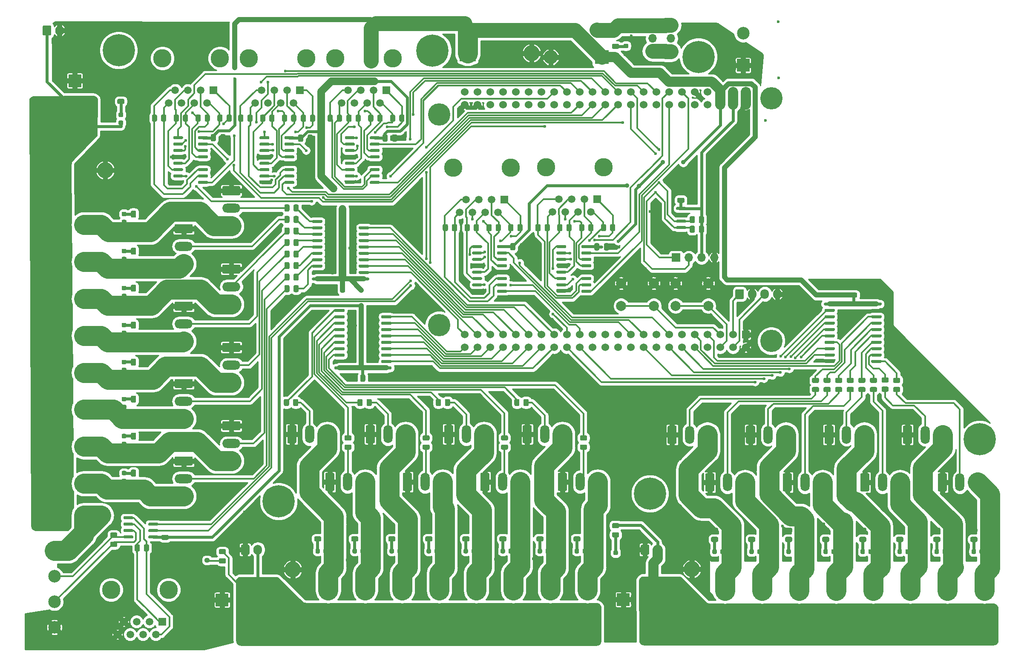
<source format=gbr>
%TF.GenerationSoftware,KiCad,Pcbnew,(5.1.9)-1*%
%TF.CreationDate,2021-02-13T21:43:23+00:00*%
%TF.ProjectId,T24_5_2-BBB,5432345f-355f-4322-9d42-42422e6b6963,rev?*%
%TF.SameCoordinates,Original*%
%TF.FileFunction,Copper,L1,Top*%
%TF.FilePolarity,Positive*%
%FSLAX46Y46*%
G04 Gerber Fmt 4.6, Leading zero omitted, Abs format (unit mm)*
G04 Created by KiCad (PCBNEW (5.1.9)-1) date 2021-02-13 21:43:23*
%MOMM*%
%LPD*%
G01*
G04 APERTURE LIST*
%TA.AperFunction,ComponentPad*%
%ADD10O,1.700000X1.700000*%
%TD*%
%TA.AperFunction,ComponentPad*%
%ADD11R,1.700000X1.700000*%
%TD*%
%TA.AperFunction,ComponentPad*%
%ADD12O,3.200000X3.200000*%
%TD*%
%TA.AperFunction,ComponentPad*%
%ADD13R,3.200000X3.200000*%
%TD*%
%TA.AperFunction,ComponentPad*%
%ADD14O,2.800000X2.800000*%
%TD*%
%TA.AperFunction,ComponentPad*%
%ADD15R,2.800000X2.800000*%
%TD*%
%TA.AperFunction,WasherPad*%
%ADD16C,3.650000*%
%TD*%
%TA.AperFunction,ComponentPad*%
%ADD17R,1.500000X1.500000*%
%TD*%
%TA.AperFunction,ComponentPad*%
%ADD18C,1.500000*%
%TD*%
%TA.AperFunction,ComponentPad*%
%ADD19C,2.500000*%
%TD*%
%TA.AperFunction,ComponentPad*%
%ADD20R,2.500000X2.500000*%
%TD*%
%TA.AperFunction,ComponentPad*%
%ADD21C,1.524000*%
%TD*%
%TA.AperFunction,ComponentPad*%
%ADD22R,1.524000X1.524000*%
%TD*%
%TA.AperFunction,ComponentPad*%
%ADD23C,4.445000*%
%TD*%
%TA.AperFunction,ComponentPad*%
%ADD24O,1.800000X3.600000*%
%TD*%
%TA.AperFunction,ComponentPad*%
%ADD25O,3.600000X1.800000*%
%TD*%
%TA.AperFunction,ComponentPad*%
%ADD26C,2.159000*%
%TD*%
%TA.AperFunction,ComponentPad*%
%ADD27O,1.700000X2.000000*%
%TD*%
%TA.AperFunction,ConnectorPad*%
%ADD28C,6.400000*%
%TD*%
%TA.AperFunction,ComponentPad*%
%ADD29C,3.600000*%
%TD*%
%TA.AperFunction,ComponentPad*%
%ADD30C,2.000000*%
%TD*%
%TA.AperFunction,ComponentPad*%
%ADD31O,1.700000X1.950000*%
%TD*%
%TA.AperFunction,ViaPad*%
%ADD32C,0.600000*%
%TD*%
%TA.AperFunction,ViaPad*%
%ADD33C,0.900000*%
%TD*%
%TA.AperFunction,Conductor*%
%ADD34C,0.600000*%
%TD*%
%TA.AperFunction,Conductor*%
%ADD35C,2.000000*%
%TD*%
%TA.AperFunction,Conductor*%
%ADD36C,0.350000*%
%TD*%
%TA.AperFunction,Conductor*%
%ADD37C,1.000000*%
%TD*%
%TA.AperFunction,Conductor*%
%ADD38C,1.500000*%
%TD*%
%TA.AperFunction,Conductor*%
%ADD39C,3.000000*%
%TD*%
%TA.AperFunction,Conductor*%
%ADD40C,4.000000*%
%TD*%
%TA.AperFunction,Conductor*%
%ADD41C,0.254000*%
%TD*%
%TA.AperFunction,Conductor*%
%ADD42C,0.100000*%
%TD*%
G04 APERTURE END LIST*
D10*
%TO.P,Buck,3*%
%TO.N,V5*%
X182300000Y-30200000D03*
%TO.P,Buck,2*%
%TO.N,Net-(U10-Pad2)*%
X182300000Y-32740000D03*
D11*
%TO.P,Buck,1*%
%TO.N,Buck*%
X182300000Y-35280000D03*
%TD*%
D10*
%TO.P,J30,3*%
%TO.N,V5*%
X186000000Y-30200000D03*
%TO.P,J30,2*%
%TO.N,V5_In*%
X186000000Y-32740000D03*
D11*
%TO.P,J30,1*%
%TO.N,Buck*%
X186000000Y-35280000D03*
%TD*%
%TO.P,C2,2*%
%TO.N,GND*%
%TA.AperFunction,SMDPad,CuDef*%
G36*
G01*
X188415000Y-63540000D02*
X187465000Y-63540000D01*
G75*
G02*
X187215000Y-63290000I0J250000D01*
G01*
X187215000Y-62790000D01*
G75*
G02*
X187465000Y-62540000I250000J0D01*
G01*
X188415000Y-62540000D01*
G75*
G02*
X188665000Y-62790000I0J-250000D01*
G01*
X188665000Y-63290000D01*
G75*
G02*
X188415000Y-63540000I-250000J0D01*
G01*
G37*
%TD.AperFunction*%
%TO.P,C2,1*%
%TO.N,+3V3*%
%TA.AperFunction,SMDPad,CuDef*%
G36*
G01*
X188415000Y-65440000D02*
X187465000Y-65440000D01*
G75*
G02*
X187215000Y-65190000I0J250000D01*
G01*
X187215000Y-64690000D01*
G75*
G02*
X187465000Y-64440000I250000J0D01*
G01*
X188415000Y-64440000D01*
G75*
G02*
X188665000Y-64690000I0J-250000D01*
G01*
X188665000Y-65190000D01*
G75*
G02*
X188415000Y-65440000I-250000J0D01*
G01*
G37*
%TD.AperFunction*%
%TD*%
%TO.P,C17,2*%
%TO.N,GND*%
%TA.AperFunction,SMDPad,CuDef*%
G36*
G01*
X222735000Y-82400000D02*
X221785000Y-82400000D01*
G75*
G02*
X221535000Y-82150000I0J250000D01*
G01*
X221535000Y-81650000D01*
G75*
G02*
X221785000Y-81400000I250000J0D01*
G01*
X222735000Y-81400000D01*
G75*
G02*
X222985000Y-81650000I0J-250000D01*
G01*
X222985000Y-82150000D01*
G75*
G02*
X222735000Y-82400000I-250000J0D01*
G01*
G37*
%TD.AperFunction*%
%TO.P,C17,1*%
%TO.N,+5V*%
%TA.AperFunction,SMDPad,CuDef*%
G36*
G01*
X222735000Y-84300000D02*
X221785000Y-84300000D01*
G75*
G02*
X221535000Y-84050000I0J250000D01*
G01*
X221535000Y-83550000D01*
G75*
G02*
X221785000Y-83300000I250000J0D01*
G01*
X222735000Y-83300000D01*
G75*
G02*
X222985000Y-83550000I0J-250000D01*
G01*
X222985000Y-84050000D01*
G75*
G02*
X222735000Y-84300000I-250000J0D01*
G01*
G37*
%TD.AperFunction*%
%TD*%
%TO.P,C9,2*%
%TO.N,GND*%
%TA.AperFunction,SMDPad,CuDef*%
G36*
G01*
X123320000Y-99855000D02*
X123320000Y-100805000D01*
G75*
G02*
X123070000Y-101055000I-250000J0D01*
G01*
X122570000Y-101055000D01*
G75*
G02*
X122320000Y-100805000I0J250000D01*
G01*
X122320000Y-99855000D01*
G75*
G02*
X122570000Y-99605000I250000J0D01*
G01*
X123070000Y-99605000D01*
G75*
G02*
X123320000Y-99855000I0J-250000D01*
G01*
G37*
%TD.AperFunction*%
%TO.P,C9,1*%
%TO.N,+5V*%
%TA.AperFunction,SMDPad,CuDef*%
G36*
G01*
X125220000Y-99855000D02*
X125220000Y-100805000D01*
G75*
G02*
X124970000Y-101055000I-250000J0D01*
G01*
X124470000Y-101055000D01*
G75*
G02*
X124220000Y-100805000I0J250000D01*
G01*
X124220000Y-99855000D01*
G75*
G02*
X124470000Y-99605000I250000J0D01*
G01*
X124970000Y-99605000D01*
G75*
G02*
X125220000Y-99855000I0J-250000D01*
G01*
G37*
%TD.AperFunction*%
%TD*%
%TO.P,C8,2*%
%TO.N,+5V*%
%TA.AperFunction,SMDPad,CuDef*%
G36*
G01*
X85885000Y-132510000D02*
X84935000Y-132510000D01*
G75*
G02*
X84685000Y-132260000I0J250000D01*
G01*
X84685000Y-131760000D01*
G75*
G02*
X84935000Y-131510000I250000J0D01*
G01*
X85885000Y-131510000D01*
G75*
G02*
X86135000Y-131760000I0J-250000D01*
G01*
X86135000Y-132260000D01*
G75*
G02*
X85885000Y-132510000I-250000J0D01*
G01*
G37*
%TD.AperFunction*%
%TO.P,C8,1*%
%TO.N,GND*%
%TA.AperFunction,SMDPad,CuDef*%
G36*
G01*
X85885000Y-134410000D02*
X84935000Y-134410000D01*
G75*
G02*
X84685000Y-134160000I0J250000D01*
G01*
X84685000Y-133660000D01*
G75*
G02*
X84935000Y-133410000I250000J0D01*
G01*
X85885000Y-133410000D01*
G75*
G02*
X86135000Y-133660000I0J-250000D01*
G01*
X86135000Y-134160000D01*
G75*
G02*
X85885000Y-134410000I-250000J0D01*
G01*
G37*
%TD.AperFunction*%
%TD*%
%TO.P,C7,2*%
%TO.N,+5V*%
%TA.AperFunction,SMDPad,CuDef*%
G36*
G01*
X171750000Y-73725000D02*
X171750000Y-74675000D01*
G75*
G02*
X171500000Y-74925000I-250000J0D01*
G01*
X171000000Y-74925000D01*
G75*
G02*
X170750000Y-74675000I0J250000D01*
G01*
X170750000Y-73725000D01*
G75*
G02*
X171000000Y-73475000I250000J0D01*
G01*
X171500000Y-73475000D01*
G75*
G02*
X171750000Y-73725000I0J-250000D01*
G01*
G37*
%TD.AperFunction*%
%TO.P,C7,1*%
%TO.N,GND*%
%TA.AperFunction,SMDPad,CuDef*%
G36*
G01*
X173650000Y-73725000D02*
X173650000Y-74675000D01*
G75*
G02*
X173400000Y-74925000I-250000J0D01*
G01*
X172900000Y-74925000D01*
G75*
G02*
X172650000Y-74675000I0J250000D01*
G01*
X172650000Y-73725000D01*
G75*
G02*
X172900000Y-73475000I250000J0D01*
G01*
X173400000Y-73475000D01*
G75*
G02*
X173650000Y-73725000I0J-250000D01*
G01*
G37*
%TD.AperFunction*%
%TD*%
%TO.P,C6,2*%
%TO.N,+5V*%
%TA.AperFunction,SMDPad,CuDef*%
G36*
G01*
X155030000Y-73715000D02*
X155030000Y-74665000D01*
G75*
G02*
X154780000Y-74915000I-250000J0D01*
G01*
X154280000Y-74915000D01*
G75*
G02*
X154030000Y-74665000I0J250000D01*
G01*
X154030000Y-73715000D01*
G75*
G02*
X154280000Y-73465000I250000J0D01*
G01*
X154780000Y-73465000D01*
G75*
G02*
X155030000Y-73715000I0J-250000D01*
G01*
G37*
%TD.AperFunction*%
%TO.P,C6,1*%
%TO.N,GND*%
%TA.AperFunction,SMDPad,CuDef*%
G36*
G01*
X156930000Y-73715000D02*
X156930000Y-74665000D01*
G75*
G02*
X156680000Y-74915000I-250000J0D01*
G01*
X156180000Y-74915000D01*
G75*
G02*
X155930000Y-74665000I0J250000D01*
G01*
X155930000Y-73715000D01*
G75*
G02*
X156180000Y-73465000I250000J0D01*
G01*
X156680000Y-73465000D01*
G75*
G02*
X156930000Y-73715000I0J-250000D01*
G01*
G37*
%TD.AperFunction*%
%TD*%
%TO.P,C5,2*%
%TO.N,+5V*%
%TA.AperFunction,SMDPad,CuDef*%
G36*
G01*
X129640000Y-52075000D02*
X129640000Y-53025000D01*
G75*
G02*
X129390000Y-53275000I-250000J0D01*
G01*
X128890000Y-53275000D01*
G75*
G02*
X128640000Y-53025000I0J250000D01*
G01*
X128640000Y-52075000D01*
G75*
G02*
X128890000Y-51825000I250000J0D01*
G01*
X129390000Y-51825000D01*
G75*
G02*
X129640000Y-52075000I0J-250000D01*
G01*
G37*
%TD.AperFunction*%
%TO.P,C5,1*%
%TO.N,GND*%
%TA.AperFunction,SMDPad,CuDef*%
G36*
G01*
X131540000Y-52075000D02*
X131540000Y-53025000D01*
G75*
G02*
X131290000Y-53275000I-250000J0D01*
G01*
X130790000Y-53275000D01*
G75*
G02*
X130540000Y-53025000I0J250000D01*
G01*
X130540000Y-52075000D01*
G75*
G02*
X130790000Y-51825000I250000J0D01*
G01*
X131290000Y-51825000D01*
G75*
G02*
X131540000Y-52075000I0J-250000D01*
G01*
G37*
%TD.AperFunction*%
%TD*%
%TO.P,C4,2*%
%TO.N,+5V*%
%TA.AperFunction,SMDPad,CuDef*%
G36*
G01*
X112860000Y-52115000D02*
X112860000Y-53065000D01*
G75*
G02*
X112610000Y-53315000I-250000J0D01*
G01*
X112110000Y-53315000D01*
G75*
G02*
X111860000Y-53065000I0J250000D01*
G01*
X111860000Y-52115000D01*
G75*
G02*
X112110000Y-51865000I250000J0D01*
G01*
X112610000Y-51865000D01*
G75*
G02*
X112860000Y-52115000I0J-250000D01*
G01*
G37*
%TD.AperFunction*%
%TO.P,C4,1*%
%TO.N,GND*%
%TA.AperFunction,SMDPad,CuDef*%
G36*
G01*
X114760000Y-52115000D02*
X114760000Y-53065000D01*
G75*
G02*
X114510000Y-53315000I-250000J0D01*
G01*
X114010000Y-53315000D01*
G75*
G02*
X113760000Y-53065000I0J250000D01*
G01*
X113760000Y-52115000D01*
G75*
G02*
X114010000Y-51865000I250000J0D01*
G01*
X114510000Y-51865000D01*
G75*
G02*
X114760000Y-52115000I0J-250000D01*
G01*
G37*
%TD.AperFunction*%
%TD*%
%TO.P,C3,2*%
%TO.N,+5V*%
%TA.AperFunction,SMDPad,CuDef*%
G36*
G01*
X95510000Y-52015000D02*
X95510000Y-52965000D01*
G75*
G02*
X95260000Y-53215000I-250000J0D01*
G01*
X94760000Y-53215000D01*
G75*
G02*
X94510000Y-52965000I0J250000D01*
G01*
X94510000Y-52015000D01*
G75*
G02*
X94760000Y-51765000I250000J0D01*
G01*
X95260000Y-51765000D01*
G75*
G02*
X95510000Y-52015000I0J-250000D01*
G01*
G37*
%TD.AperFunction*%
%TO.P,C3,1*%
%TO.N,GND*%
%TA.AperFunction,SMDPad,CuDef*%
G36*
G01*
X97410000Y-52015000D02*
X97410000Y-52965000D01*
G75*
G02*
X97160000Y-53215000I-250000J0D01*
G01*
X96660000Y-53215000D01*
G75*
G02*
X96410000Y-52965000I0J250000D01*
G01*
X96410000Y-52015000D01*
G75*
G02*
X96660000Y-51765000I250000J0D01*
G01*
X97160000Y-51765000D01*
G75*
G02*
X97410000Y-52015000I0J-250000D01*
G01*
G37*
%TD.AperFunction*%
%TD*%
%TO.P,C1,2*%
%TO.N,GND*%
%TA.AperFunction,SMDPad,CuDef*%
G36*
G01*
X119310000Y-82105000D02*
X119310000Y-83055000D01*
G75*
G02*
X119060000Y-83305000I-250000J0D01*
G01*
X118560000Y-83305000D01*
G75*
G02*
X118310000Y-83055000I0J250000D01*
G01*
X118310000Y-82105000D01*
G75*
G02*
X118560000Y-81855000I250000J0D01*
G01*
X119060000Y-81855000D01*
G75*
G02*
X119310000Y-82105000I0J-250000D01*
G01*
G37*
%TD.AperFunction*%
%TO.P,C1,1*%
%TO.N,+5V*%
%TA.AperFunction,SMDPad,CuDef*%
G36*
G01*
X121210000Y-82105000D02*
X121210000Y-83055000D01*
G75*
G02*
X120960000Y-83305000I-250000J0D01*
G01*
X120460000Y-83305000D01*
G75*
G02*
X120210000Y-83055000I0J250000D01*
G01*
X120210000Y-82105000D01*
G75*
G02*
X120460000Y-81855000I250000J0D01*
G01*
X120960000Y-81855000D01*
G75*
G02*
X121210000Y-82105000I0J-250000D01*
G01*
G37*
%TD.AperFunction*%
%TD*%
D12*
%TO.P,D33,2*%
%TO.N,GND*%
X158274000Y-35694000D03*
D13*
%TO.P,D33,1*%
%TO.N,+5V*%
X145574000Y-35694000D03*
%TD*%
D14*
%TO.P,D8,2*%
%TO.N,GND*%
X162084000Y-36456000D03*
D15*
%TO.P,D8,1*%
%TO.N,+5V*%
X172244000Y-36456000D03*
%TD*%
D12*
%TO.P,D7,2*%
%TO.N,GND*%
X190117400Y-138324000D03*
D13*
%TO.P,D7,1*%
%TO.N,VIN3*%
X190117400Y-151024000D03*
%TD*%
D12*
%TO.P,D6,2*%
%TO.N,GND*%
X110802400Y-138400000D03*
D13*
%TO.P,D6,1*%
%TO.N,VIN2*%
X110802400Y-151100000D03*
%TD*%
D12*
%TO.P,D5,2*%
%TO.N,GND*%
X73529299Y-58965000D03*
D13*
%TO.P,D5,1*%
%TO.N,VIN1*%
X60829299Y-58965000D03*
%TD*%
D16*
%TO.P,J38,*%
%TO.N,*%
X119225000Y-36710000D03*
X130655000Y-36710000D03*
D17*
%TO.P,J38,1*%
%TO.N,Net-(J38-Pad1)*%
X129385000Y-43060000D03*
D18*
%TO.P,J38,2*%
%TO.N,Net-(J38-Pad2)*%
X128115000Y-45600000D03*
%TO.P,J38,3*%
%TO.N,Net-(J38-Pad3)*%
X126845000Y-43060000D03*
%TO.P,J38,4*%
%TO.N,Net-(J38-Pad4)*%
X125575000Y-45600000D03*
%TO.P,J38,5*%
%TO.N,Net-(J38-Pad5)*%
X124305000Y-43060000D03*
%TO.P,J38,6*%
%TO.N,Net-(J38-Pad6)*%
X123035000Y-45600000D03*
%TO.P,J38,7*%
%TO.N,Net-(J38-Pad7)*%
X121765000Y-43060000D03*
%TO.P,J38,8*%
%TO.N,Net-(J38-Pad8)*%
X120495000Y-45600000D03*
%TD*%
D19*
%TO.P,J28,2*%
%TO.N,V5_In*%
X200330000Y-31740000D03*
D20*
%TO.P,J28,1*%
%TO.N,GND*%
X200330000Y-38090000D03*
%TD*%
%TO.P,R88,2*%
%TO.N,I2C_SCL*%
%TA.AperFunction,SMDPad,CuDef*%
G36*
G01*
X190720000Y-68349998D02*
X190720000Y-69250002D01*
G75*
G02*
X190470002Y-69500000I-249998J0D01*
G01*
X189944998Y-69500000D01*
G75*
G02*
X189695000Y-69250002I0J249998D01*
G01*
X189695000Y-68349998D01*
G75*
G02*
X189944998Y-68100000I249998J0D01*
G01*
X190470002Y-68100000D01*
G75*
G02*
X190720000Y-68349998I0J-249998D01*
G01*
G37*
%TD.AperFunction*%
%TO.P,R88,1*%
%TO.N,+3V3*%
%TA.AperFunction,SMDPad,CuDef*%
G36*
G01*
X192545000Y-68349998D02*
X192545000Y-69250002D01*
G75*
G02*
X192295002Y-69500000I-249998J0D01*
G01*
X191769998Y-69500000D01*
G75*
G02*
X191520000Y-69250002I0J249998D01*
G01*
X191520000Y-68349998D01*
G75*
G02*
X191769998Y-68100000I249998J0D01*
G01*
X192295002Y-68100000D01*
G75*
G02*
X192545000Y-68349998I0J-249998D01*
G01*
G37*
%TD.AperFunction*%
%TD*%
%TO.P,R75,2*%
%TO.N,GND*%
%TA.AperFunction,SMDPad,CuDef*%
G36*
G01*
X246629802Y-131100000D02*
X245729798Y-131100000D01*
G75*
G02*
X245479800Y-130850002I0J249998D01*
G01*
X245479800Y-130324998D01*
G75*
G02*
X245729798Y-130075000I249998J0D01*
G01*
X246629802Y-130075000D01*
G75*
G02*
X246879800Y-130324998I0J-249998D01*
G01*
X246879800Y-130850002D01*
G75*
G02*
X246629802Y-131100000I-249998J0D01*
G01*
G37*
%TD.AperFunction*%
%TO.P,R75,1*%
%TO.N,Net-(D32-Pad1)*%
%TA.AperFunction,SMDPad,CuDef*%
G36*
G01*
X246629802Y-132925000D02*
X245729798Y-132925000D01*
G75*
G02*
X245479800Y-132675002I0J249998D01*
G01*
X245479800Y-132149998D01*
G75*
G02*
X245729798Y-131900000I249998J0D01*
G01*
X246629802Y-131900000D01*
G75*
G02*
X246879800Y-132149998I0J-249998D01*
G01*
X246879800Y-132675002D01*
G75*
G02*
X246629802Y-132925000I-249998J0D01*
G01*
G37*
%TD.AperFunction*%
%TD*%
%TO.P,R74,2*%
%TO.N,GND*%
%TA.AperFunction,SMDPad,CuDef*%
G36*
G01*
X239269086Y-131100000D02*
X238369082Y-131100000D01*
G75*
G02*
X238119084Y-130850002I0J249998D01*
G01*
X238119084Y-130324998D01*
G75*
G02*
X238369082Y-130075000I249998J0D01*
G01*
X239269086Y-130075000D01*
G75*
G02*
X239519084Y-130324998I0J-249998D01*
G01*
X239519084Y-130850002D01*
G75*
G02*
X239269086Y-131100000I-249998J0D01*
G01*
G37*
%TD.AperFunction*%
%TO.P,R74,1*%
%TO.N,Net-(D31-Pad1)*%
%TA.AperFunction,SMDPad,CuDef*%
G36*
G01*
X239269086Y-132925000D02*
X238369082Y-132925000D01*
G75*
G02*
X238119084Y-132675002I0J249998D01*
G01*
X238119084Y-132149998D01*
G75*
G02*
X238369082Y-131900000I249998J0D01*
G01*
X239269086Y-131900000D01*
G75*
G02*
X239519084Y-132149998I0J-249998D01*
G01*
X239519084Y-132675002D01*
G75*
G02*
X239269086Y-132925000I-249998J0D01*
G01*
G37*
%TD.AperFunction*%
%TD*%
%TO.P,R73,2*%
%TO.N,GND*%
%TA.AperFunction,SMDPad,CuDef*%
G36*
G01*
X231908372Y-131100000D02*
X231008368Y-131100000D01*
G75*
G02*
X230758370Y-130850002I0J249998D01*
G01*
X230758370Y-130324998D01*
G75*
G02*
X231008368Y-130075000I249998J0D01*
G01*
X231908372Y-130075000D01*
G75*
G02*
X232158370Y-130324998I0J-249998D01*
G01*
X232158370Y-130850002D01*
G75*
G02*
X231908372Y-131100000I-249998J0D01*
G01*
G37*
%TD.AperFunction*%
%TO.P,R73,1*%
%TO.N,Net-(D30-Pad1)*%
%TA.AperFunction,SMDPad,CuDef*%
G36*
G01*
X231908372Y-132925000D02*
X231008368Y-132925000D01*
G75*
G02*
X230758370Y-132675002I0J249998D01*
G01*
X230758370Y-132149998D01*
G75*
G02*
X231008368Y-131900000I249998J0D01*
G01*
X231908372Y-131900000D01*
G75*
G02*
X232158370Y-132149998I0J-249998D01*
G01*
X232158370Y-132675002D01*
G75*
G02*
X231908372Y-132925000I-249998J0D01*
G01*
G37*
%TD.AperFunction*%
%TD*%
%TO.P,R72,2*%
%TO.N,GND*%
%TA.AperFunction,SMDPad,CuDef*%
G36*
G01*
X224547658Y-131100000D02*
X223647654Y-131100000D01*
G75*
G02*
X223397656Y-130850002I0J249998D01*
G01*
X223397656Y-130324998D01*
G75*
G02*
X223647654Y-130075000I249998J0D01*
G01*
X224547658Y-130075000D01*
G75*
G02*
X224797656Y-130324998I0J-249998D01*
G01*
X224797656Y-130850002D01*
G75*
G02*
X224547658Y-131100000I-249998J0D01*
G01*
G37*
%TD.AperFunction*%
%TO.P,R72,1*%
%TO.N,Net-(D29-Pad1)*%
%TA.AperFunction,SMDPad,CuDef*%
G36*
G01*
X224547658Y-132925000D02*
X223647654Y-132925000D01*
G75*
G02*
X223397656Y-132675002I0J249998D01*
G01*
X223397656Y-132149998D01*
G75*
G02*
X223647654Y-131900000I249998J0D01*
G01*
X224547658Y-131900000D01*
G75*
G02*
X224797656Y-132149998I0J-249998D01*
G01*
X224797656Y-132675002D01*
G75*
G02*
X224547658Y-132925000I-249998J0D01*
G01*
G37*
%TD.AperFunction*%
%TD*%
%TO.P,R71,2*%
%TO.N,GND*%
%TA.AperFunction,SMDPad,CuDef*%
G36*
G01*
X217186944Y-131100000D02*
X216286940Y-131100000D01*
G75*
G02*
X216036942Y-130850002I0J249998D01*
G01*
X216036942Y-130324998D01*
G75*
G02*
X216286940Y-130075000I249998J0D01*
G01*
X217186944Y-130075000D01*
G75*
G02*
X217436942Y-130324998I0J-249998D01*
G01*
X217436942Y-130850002D01*
G75*
G02*
X217186944Y-131100000I-249998J0D01*
G01*
G37*
%TD.AperFunction*%
%TO.P,R71,1*%
%TO.N,Net-(D28-Pad1)*%
%TA.AperFunction,SMDPad,CuDef*%
G36*
G01*
X217186944Y-132925000D02*
X216286940Y-132925000D01*
G75*
G02*
X216036942Y-132675002I0J249998D01*
G01*
X216036942Y-132149998D01*
G75*
G02*
X216286940Y-131900000I249998J0D01*
G01*
X217186944Y-131900000D01*
G75*
G02*
X217436942Y-132149998I0J-249998D01*
G01*
X217436942Y-132675002D01*
G75*
G02*
X217186944Y-132925000I-249998J0D01*
G01*
G37*
%TD.AperFunction*%
%TD*%
%TO.P,R70,2*%
%TO.N,GND*%
%TA.AperFunction,SMDPad,CuDef*%
G36*
G01*
X209826230Y-131100000D02*
X208926226Y-131100000D01*
G75*
G02*
X208676228Y-130850002I0J249998D01*
G01*
X208676228Y-130324998D01*
G75*
G02*
X208926226Y-130075000I249998J0D01*
G01*
X209826230Y-130075000D01*
G75*
G02*
X210076228Y-130324998I0J-249998D01*
G01*
X210076228Y-130850002D01*
G75*
G02*
X209826230Y-131100000I-249998J0D01*
G01*
G37*
%TD.AperFunction*%
%TO.P,R70,1*%
%TO.N,Net-(D27-Pad1)*%
%TA.AperFunction,SMDPad,CuDef*%
G36*
G01*
X209826230Y-132925000D02*
X208926226Y-132925000D01*
G75*
G02*
X208676228Y-132675002I0J249998D01*
G01*
X208676228Y-132149998D01*
G75*
G02*
X208926226Y-131900000I249998J0D01*
G01*
X209826230Y-131900000D01*
G75*
G02*
X210076228Y-132149998I0J-249998D01*
G01*
X210076228Y-132675002D01*
G75*
G02*
X209826230Y-132925000I-249998J0D01*
G01*
G37*
%TD.AperFunction*%
%TD*%
%TO.P,R69,2*%
%TO.N,GND*%
%TA.AperFunction,SMDPad,CuDef*%
G36*
G01*
X202465516Y-131100000D02*
X201565512Y-131100000D01*
G75*
G02*
X201315514Y-130850002I0J249998D01*
G01*
X201315514Y-130324998D01*
G75*
G02*
X201565512Y-130075000I249998J0D01*
G01*
X202465516Y-130075000D01*
G75*
G02*
X202715514Y-130324998I0J-249998D01*
G01*
X202715514Y-130850002D01*
G75*
G02*
X202465516Y-131100000I-249998J0D01*
G01*
G37*
%TD.AperFunction*%
%TO.P,R69,1*%
%TO.N,Net-(D26-Pad1)*%
%TA.AperFunction,SMDPad,CuDef*%
G36*
G01*
X202465516Y-132925000D02*
X201565512Y-132925000D01*
G75*
G02*
X201315514Y-132675002I0J249998D01*
G01*
X201315514Y-132149998D01*
G75*
G02*
X201565512Y-131900000I249998J0D01*
G01*
X202465516Y-131900000D01*
G75*
G02*
X202715514Y-132149998I0J-249998D01*
G01*
X202715514Y-132675002D01*
G75*
G02*
X202465516Y-132925000I-249998J0D01*
G01*
G37*
%TD.AperFunction*%
%TD*%
%TO.P,R68,2*%
%TO.N,GND*%
%TA.AperFunction,SMDPad,CuDef*%
G36*
G01*
X195104802Y-131100000D02*
X194204798Y-131100000D01*
G75*
G02*
X193954800Y-130850002I0J249998D01*
G01*
X193954800Y-130324998D01*
G75*
G02*
X194204798Y-130075000I249998J0D01*
G01*
X195104802Y-130075000D01*
G75*
G02*
X195354800Y-130324998I0J-249998D01*
G01*
X195354800Y-130850002D01*
G75*
G02*
X195104802Y-131100000I-249998J0D01*
G01*
G37*
%TD.AperFunction*%
%TO.P,R68,1*%
%TO.N,Net-(D25-Pad1)*%
%TA.AperFunction,SMDPad,CuDef*%
G36*
G01*
X195104802Y-132925000D02*
X194204798Y-132925000D01*
G75*
G02*
X193954800Y-132675002I0J249998D01*
G01*
X193954800Y-132149998D01*
G75*
G02*
X194204798Y-131900000I249998J0D01*
G01*
X195104802Y-131900000D01*
G75*
G02*
X195354800Y-132149998I0J-249998D01*
G01*
X195354800Y-132675002D01*
G75*
G02*
X195104802Y-132925000I-249998J0D01*
G01*
G37*
%TD.AperFunction*%
%TD*%
%TO.P,R67,2*%
%TO.N,GND*%
%TA.AperFunction,SMDPad,CuDef*%
G36*
G01*
X167739802Y-131000000D02*
X166839798Y-131000000D01*
G75*
G02*
X166589800Y-130750002I0J249998D01*
G01*
X166589800Y-130224998D01*
G75*
G02*
X166839798Y-129975000I249998J0D01*
G01*
X167739802Y-129975000D01*
G75*
G02*
X167989800Y-130224998I0J-249998D01*
G01*
X167989800Y-130750002D01*
G75*
G02*
X167739802Y-131000000I-249998J0D01*
G01*
G37*
%TD.AperFunction*%
%TO.P,R67,1*%
%TO.N,Net-(D24-Pad1)*%
%TA.AperFunction,SMDPad,CuDef*%
G36*
G01*
X167739802Y-132825000D02*
X166839798Y-132825000D01*
G75*
G02*
X166589800Y-132575002I0J249998D01*
G01*
X166589800Y-132049998D01*
G75*
G02*
X166839798Y-131800000I249998J0D01*
G01*
X167739802Y-131800000D01*
G75*
G02*
X167989800Y-132049998I0J-249998D01*
G01*
X167989800Y-132575002D01*
G75*
G02*
X167739802Y-132825000I-249998J0D01*
G01*
G37*
%TD.AperFunction*%
%TD*%
%TO.P,R66,2*%
%TO.N,GND*%
%TA.AperFunction,SMDPad,CuDef*%
G36*
G01*
X160379086Y-131000000D02*
X159479082Y-131000000D01*
G75*
G02*
X159229084Y-130750002I0J249998D01*
G01*
X159229084Y-130224998D01*
G75*
G02*
X159479082Y-129975000I249998J0D01*
G01*
X160379086Y-129975000D01*
G75*
G02*
X160629084Y-130224998I0J-249998D01*
G01*
X160629084Y-130750002D01*
G75*
G02*
X160379086Y-131000000I-249998J0D01*
G01*
G37*
%TD.AperFunction*%
%TO.P,R66,1*%
%TO.N,Net-(D23-Pad1)*%
%TA.AperFunction,SMDPad,CuDef*%
G36*
G01*
X160379086Y-132825000D02*
X159479082Y-132825000D01*
G75*
G02*
X159229084Y-132575002I0J249998D01*
G01*
X159229084Y-132049998D01*
G75*
G02*
X159479082Y-131800000I249998J0D01*
G01*
X160379086Y-131800000D01*
G75*
G02*
X160629084Y-132049998I0J-249998D01*
G01*
X160629084Y-132575002D01*
G75*
G02*
X160379086Y-132825000I-249998J0D01*
G01*
G37*
%TD.AperFunction*%
%TD*%
%TO.P,R65,2*%
%TO.N,GND*%
%TA.AperFunction,SMDPad,CuDef*%
G36*
G01*
X153018372Y-131000000D02*
X152118368Y-131000000D01*
G75*
G02*
X151868370Y-130750002I0J249998D01*
G01*
X151868370Y-130224998D01*
G75*
G02*
X152118368Y-129975000I249998J0D01*
G01*
X153018372Y-129975000D01*
G75*
G02*
X153268370Y-130224998I0J-249998D01*
G01*
X153268370Y-130750002D01*
G75*
G02*
X153018372Y-131000000I-249998J0D01*
G01*
G37*
%TD.AperFunction*%
%TO.P,R65,1*%
%TO.N,Net-(D22-Pad1)*%
%TA.AperFunction,SMDPad,CuDef*%
G36*
G01*
X153018372Y-132825000D02*
X152118368Y-132825000D01*
G75*
G02*
X151868370Y-132575002I0J249998D01*
G01*
X151868370Y-132049998D01*
G75*
G02*
X152118368Y-131800000I249998J0D01*
G01*
X153018372Y-131800000D01*
G75*
G02*
X153268370Y-132049998I0J-249998D01*
G01*
X153268370Y-132575002D01*
G75*
G02*
X153018372Y-132825000I-249998J0D01*
G01*
G37*
%TD.AperFunction*%
%TD*%
%TO.P,R64,2*%
%TO.N,GND*%
%TA.AperFunction,SMDPad,CuDef*%
G36*
G01*
X145657658Y-131000000D02*
X144757654Y-131000000D01*
G75*
G02*
X144507656Y-130750002I0J249998D01*
G01*
X144507656Y-130224998D01*
G75*
G02*
X144757654Y-129975000I249998J0D01*
G01*
X145657658Y-129975000D01*
G75*
G02*
X145907656Y-130224998I0J-249998D01*
G01*
X145907656Y-130750002D01*
G75*
G02*
X145657658Y-131000000I-249998J0D01*
G01*
G37*
%TD.AperFunction*%
%TO.P,R64,1*%
%TO.N,Net-(D21-Pad1)*%
%TA.AperFunction,SMDPad,CuDef*%
G36*
G01*
X145657658Y-132825000D02*
X144757654Y-132825000D01*
G75*
G02*
X144507656Y-132575002I0J249998D01*
G01*
X144507656Y-132049998D01*
G75*
G02*
X144757654Y-131800000I249998J0D01*
G01*
X145657658Y-131800000D01*
G75*
G02*
X145907656Y-132049998I0J-249998D01*
G01*
X145907656Y-132575002D01*
G75*
G02*
X145657658Y-132825000I-249998J0D01*
G01*
G37*
%TD.AperFunction*%
%TD*%
%TO.P,R63,2*%
%TO.N,GND*%
%TA.AperFunction,SMDPad,CuDef*%
G36*
G01*
X138296944Y-131000000D02*
X137396940Y-131000000D01*
G75*
G02*
X137146942Y-130750002I0J249998D01*
G01*
X137146942Y-130224998D01*
G75*
G02*
X137396940Y-129975000I249998J0D01*
G01*
X138296944Y-129975000D01*
G75*
G02*
X138546942Y-130224998I0J-249998D01*
G01*
X138546942Y-130750002D01*
G75*
G02*
X138296944Y-131000000I-249998J0D01*
G01*
G37*
%TD.AperFunction*%
%TO.P,R63,1*%
%TO.N,Net-(D20-Pad1)*%
%TA.AperFunction,SMDPad,CuDef*%
G36*
G01*
X138296944Y-132825000D02*
X137396940Y-132825000D01*
G75*
G02*
X137146942Y-132575002I0J249998D01*
G01*
X137146942Y-132049998D01*
G75*
G02*
X137396940Y-131800000I249998J0D01*
G01*
X138296944Y-131800000D01*
G75*
G02*
X138546942Y-132049998I0J-249998D01*
G01*
X138546942Y-132575002D01*
G75*
G02*
X138296944Y-132825000I-249998J0D01*
G01*
G37*
%TD.AperFunction*%
%TD*%
%TO.P,R62,2*%
%TO.N,GND*%
%TA.AperFunction,SMDPad,CuDef*%
G36*
G01*
X130936230Y-131000000D02*
X130036226Y-131000000D01*
G75*
G02*
X129786228Y-130750002I0J249998D01*
G01*
X129786228Y-130224998D01*
G75*
G02*
X130036226Y-129975000I249998J0D01*
G01*
X130936230Y-129975000D01*
G75*
G02*
X131186228Y-130224998I0J-249998D01*
G01*
X131186228Y-130750002D01*
G75*
G02*
X130936230Y-131000000I-249998J0D01*
G01*
G37*
%TD.AperFunction*%
%TO.P,R62,1*%
%TO.N,Net-(D19-Pad1)*%
%TA.AperFunction,SMDPad,CuDef*%
G36*
G01*
X130936230Y-132825000D02*
X130036226Y-132825000D01*
G75*
G02*
X129786228Y-132575002I0J249998D01*
G01*
X129786228Y-132049998D01*
G75*
G02*
X130036226Y-131800000I249998J0D01*
G01*
X130936230Y-131800000D01*
G75*
G02*
X131186228Y-132049998I0J-249998D01*
G01*
X131186228Y-132575002D01*
G75*
G02*
X130936230Y-132825000I-249998J0D01*
G01*
G37*
%TD.AperFunction*%
%TD*%
%TO.P,R61,2*%
%TO.N,GND*%
%TA.AperFunction,SMDPad,CuDef*%
G36*
G01*
X123575516Y-131000000D02*
X122675512Y-131000000D01*
G75*
G02*
X122425514Y-130750002I0J249998D01*
G01*
X122425514Y-130224998D01*
G75*
G02*
X122675512Y-129975000I249998J0D01*
G01*
X123575516Y-129975000D01*
G75*
G02*
X123825514Y-130224998I0J-249998D01*
G01*
X123825514Y-130750002D01*
G75*
G02*
X123575516Y-131000000I-249998J0D01*
G01*
G37*
%TD.AperFunction*%
%TO.P,R61,1*%
%TO.N,Net-(D18-Pad1)*%
%TA.AperFunction,SMDPad,CuDef*%
G36*
G01*
X123575516Y-132825000D02*
X122675512Y-132825000D01*
G75*
G02*
X122425514Y-132575002I0J249998D01*
G01*
X122425514Y-132049998D01*
G75*
G02*
X122675512Y-131800000I249998J0D01*
G01*
X123575516Y-131800000D01*
G75*
G02*
X123825514Y-132049998I0J-249998D01*
G01*
X123825514Y-132575002D01*
G75*
G02*
X123575516Y-132825000I-249998J0D01*
G01*
G37*
%TD.AperFunction*%
%TD*%
%TO.P,R60,2*%
%TO.N,GND*%
%TA.AperFunction,SMDPad,CuDef*%
G36*
G01*
X116214802Y-131000000D02*
X115314798Y-131000000D01*
G75*
G02*
X115064800Y-130750002I0J249998D01*
G01*
X115064800Y-130224998D01*
G75*
G02*
X115314798Y-129975000I249998J0D01*
G01*
X116214802Y-129975000D01*
G75*
G02*
X116464800Y-130224998I0J-249998D01*
G01*
X116464800Y-130750002D01*
G75*
G02*
X116214802Y-131000000I-249998J0D01*
G01*
G37*
%TD.AperFunction*%
%TO.P,R60,1*%
%TO.N,Net-(D17-Pad1)*%
%TA.AperFunction,SMDPad,CuDef*%
G36*
G01*
X116214802Y-132825000D02*
X115314798Y-132825000D01*
G75*
G02*
X115064800Y-132575002I0J249998D01*
G01*
X115064800Y-132049998D01*
G75*
G02*
X115314798Y-131800000I249998J0D01*
G01*
X116214802Y-131800000D01*
G75*
G02*
X116464800Y-132049998I0J-249998D01*
G01*
X116464800Y-132575002D01*
G75*
G02*
X116214802Y-132825000I-249998J0D01*
G01*
G37*
%TD.AperFunction*%
%TD*%
%TO.P,R59,2*%
%TO.N,GND*%
%TA.AperFunction,SMDPad,CuDef*%
G36*
G01*
X80449286Y-119675002D02*
X80449286Y-118774998D01*
G75*
G02*
X80699284Y-118525000I249998J0D01*
G01*
X81224288Y-118525000D01*
G75*
G02*
X81474286Y-118774998I0J-249998D01*
G01*
X81474286Y-119675002D01*
G75*
G02*
X81224288Y-119925000I-249998J0D01*
G01*
X80699284Y-119925000D01*
G75*
G02*
X80449286Y-119675002I0J249998D01*
G01*
G37*
%TD.AperFunction*%
%TO.P,R59,1*%
%TO.N,Net-(D16-Pad1)*%
%TA.AperFunction,SMDPad,CuDef*%
G36*
G01*
X78624286Y-119675002D02*
X78624286Y-118774998D01*
G75*
G02*
X78874284Y-118525000I249998J0D01*
G01*
X79399288Y-118525000D01*
G75*
G02*
X79649286Y-118774998I0J-249998D01*
G01*
X79649286Y-119675002D01*
G75*
G02*
X79399288Y-119925000I-249998J0D01*
G01*
X78874284Y-119925000D01*
G75*
G02*
X78624286Y-119675002I0J249998D01*
G01*
G37*
%TD.AperFunction*%
%TD*%
%TO.P,R58,2*%
%TO.N,GND*%
%TA.AperFunction,SMDPad,CuDef*%
G36*
G01*
X80449286Y-112314286D02*
X80449286Y-111414282D01*
G75*
G02*
X80699284Y-111164284I249998J0D01*
G01*
X81224288Y-111164284D01*
G75*
G02*
X81474286Y-111414282I0J-249998D01*
G01*
X81474286Y-112314286D01*
G75*
G02*
X81224288Y-112564284I-249998J0D01*
G01*
X80699284Y-112564284D01*
G75*
G02*
X80449286Y-112314286I0J249998D01*
G01*
G37*
%TD.AperFunction*%
%TO.P,R58,1*%
%TO.N,Net-(D15-Pad1)*%
%TA.AperFunction,SMDPad,CuDef*%
G36*
G01*
X78624286Y-112314286D02*
X78624286Y-111414282D01*
G75*
G02*
X78874284Y-111164284I249998J0D01*
G01*
X79399288Y-111164284D01*
G75*
G02*
X79649286Y-111414282I0J-249998D01*
G01*
X79649286Y-112314286D01*
G75*
G02*
X79399288Y-112564284I-249998J0D01*
G01*
X78874284Y-112564284D01*
G75*
G02*
X78624286Y-112314286I0J249998D01*
G01*
G37*
%TD.AperFunction*%
%TD*%
%TO.P,R57,2*%
%TO.N,GND*%
%TA.AperFunction,SMDPad,CuDef*%
G36*
G01*
X80449286Y-104953572D02*
X80449286Y-104053568D01*
G75*
G02*
X80699284Y-103803570I249998J0D01*
G01*
X81224288Y-103803570D01*
G75*
G02*
X81474286Y-104053568I0J-249998D01*
G01*
X81474286Y-104953572D01*
G75*
G02*
X81224288Y-105203570I-249998J0D01*
G01*
X80699284Y-105203570D01*
G75*
G02*
X80449286Y-104953572I0J249998D01*
G01*
G37*
%TD.AperFunction*%
%TO.P,R57,1*%
%TO.N,Net-(D14-Pad1)*%
%TA.AperFunction,SMDPad,CuDef*%
G36*
G01*
X78624286Y-104953572D02*
X78624286Y-104053568D01*
G75*
G02*
X78874284Y-103803570I249998J0D01*
G01*
X79399288Y-103803570D01*
G75*
G02*
X79649286Y-104053568I0J-249998D01*
G01*
X79649286Y-104953572D01*
G75*
G02*
X79399288Y-105203570I-249998J0D01*
G01*
X78874284Y-105203570D01*
G75*
G02*
X78624286Y-104953572I0J249998D01*
G01*
G37*
%TD.AperFunction*%
%TD*%
%TO.P,R56,2*%
%TO.N,GND*%
%TA.AperFunction,SMDPad,CuDef*%
G36*
G01*
X80449286Y-97592858D02*
X80449286Y-96692854D01*
G75*
G02*
X80699284Y-96442856I249998J0D01*
G01*
X81224288Y-96442856D01*
G75*
G02*
X81474286Y-96692854I0J-249998D01*
G01*
X81474286Y-97592858D01*
G75*
G02*
X81224288Y-97842856I-249998J0D01*
G01*
X80699284Y-97842856D01*
G75*
G02*
X80449286Y-97592858I0J249998D01*
G01*
G37*
%TD.AperFunction*%
%TO.P,R56,1*%
%TO.N,Net-(D13-Pad1)*%
%TA.AperFunction,SMDPad,CuDef*%
G36*
G01*
X78624286Y-97592858D02*
X78624286Y-96692854D01*
G75*
G02*
X78874284Y-96442856I249998J0D01*
G01*
X79399288Y-96442856D01*
G75*
G02*
X79649286Y-96692854I0J-249998D01*
G01*
X79649286Y-97592858D01*
G75*
G02*
X79399288Y-97842856I-249998J0D01*
G01*
X78874284Y-97842856D01*
G75*
G02*
X78624286Y-97592858I0J249998D01*
G01*
G37*
%TD.AperFunction*%
%TD*%
%TO.P,R55,2*%
%TO.N,GND*%
%TA.AperFunction,SMDPad,CuDef*%
G36*
G01*
X80449286Y-90232144D02*
X80449286Y-89332140D01*
G75*
G02*
X80699284Y-89082142I249998J0D01*
G01*
X81224288Y-89082142D01*
G75*
G02*
X81474286Y-89332140I0J-249998D01*
G01*
X81474286Y-90232144D01*
G75*
G02*
X81224288Y-90482142I-249998J0D01*
G01*
X80699284Y-90482142D01*
G75*
G02*
X80449286Y-90232144I0J249998D01*
G01*
G37*
%TD.AperFunction*%
%TO.P,R55,1*%
%TO.N,Net-(D12-Pad1)*%
%TA.AperFunction,SMDPad,CuDef*%
G36*
G01*
X78624286Y-90232144D02*
X78624286Y-89332140D01*
G75*
G02*
X78874284Y-89082142I249998J0D01*
G01*
X79399288Y-89082142D01*
G75*
G02*
X79649286Y-89332140I0J-249998D01*
G01*
X79649286Y-90232144D01*
G75*
G02*
X79399288Y-90482142I-249998J0D01*
G01*
X78874284Y-90482142D01*
G75*
G02*
X78624286Y-90232144I0J249998D01*
G01*
G37*
%TD.AperFunction*%
%TD*%
%TO.P,R54,2*%
%TO.N,GND*%
%TA.AperFunction,SMDPad,CuDef*%
G36*
G01*
X80449286Y-82871430D02*
X80449286Y-81971426D01*
G75*
G02*
X80699284Y-81721428I249998J0D01*
G01*
X81224288Y-81721428D01*
G75*
G02*
X81474286Y-81971426I0J-249998D01*
G01*
X81474286Y-82871430D01*
G75*
G02*
X81224288Y-83121428I-249998J0D01*
G01*
X80699284Y-83121428D01*
G75*
G02*
X80449286Y-82871430I0J249998D01*
G01*
G37*
%TD.AperFunction*%
%TO.P,R54,1*%
%TO.N,Net-(D11-Pad1)*%
%TA.AperFunction,SMDPad,CuDef*%
G36*
G01*
X78624286Y-82871430D02*
X78624286Y-81971426D01*
G75*
G02*
X78874284Y-81721428I249998J0D01*
G01*
X79399288Y-81721428D01*
G75*
G02*
X79649286Y-81971426I0J-249998D01*
G01*
X79649286Y-82871430D01*
G75*
G02*
X79399288Y-83121428I-249998J0D01*
G01*
X78874284Y-83121428D01*
G75*
G02*
X78624286Y-82871430I0J249998D01*
G01*
G37*
%TD.AperFunction*%
%TD*%
%TO.P,R53,2*%
%TO.N,GND*%
%TA.AperFunction,SMDPad,CuDef*%
G36*
G01*
X80449286Y-75510716D02*
X80449286Y-74610712D01*
G75*
G02*
X80699284Y-74360714I249998J0D01*
G01*
X81224288Y-74360714D01*
G75*
G02*
X81474286Y-74610712I0J-249998D01*
G01*
X81474286Y-75510716D01*
G75*
G02*
X81224288Y-75760714I-249998J0D01*
G01*
X80699284Y-75760714D01*
G75*
G02*
X80449286Y-75510716I0J249998D01*
G01*
G37*
%TD.AperFunction*%
%TO.P,R53,1*%
%TO.N,Net-(D10-Pad1)*%
%TA.AperFunction,SMDPad,CuDef*%
G36*
G01*
X78624286Y-75510716D02*
X78624286Y-74610712D01*
G75*
G02*
X78874284Y-74360714I249998J0D01*
G01*
X79399288Y-74360714D01*
G75*
G02*
X79649286Y-74610712I0J-249998D01*
G01*
X79649286Y-75510716D01*
G75*
G02*
X79399288Y-75760714I-249998J0D01*
G01*
X78874284Y-75760714D01*
G75*
G02*
X78624286Y-75510716I0J249998D01*
G01*
G37*
%TD.AperFunction*%
%TD*%
%TO.P,R52,2*%
%TO.N,GND*%
%TA.AperFunction,SMDPad,CuDef*%
G36*
G01*
X80449286Y-68150002D02*
X80449286Y-67249998D01*
G75*
G02*
X80699284Y-67000000I249998J0D01*
G01*
X81224288Y-67000000D01*
G75*
G02*
X81474286Y-67249998I0J-249998D01*
G01*
X81474286Y-68150002D01*
G75*
G02*
X81224288Y-68400000I-249998J0D01*
G01*
X80699284Y-68400000D01*
G75*
G02*
X80449286Y-68150002I0J249998D01*
G01*
G37*
%TD.AperFunction*%
%TO.P,R52,1*%
%TO.N,Net-(D9-Pad1)*%
%TA.AperFunction,SMDPad,CuDef*%
G36*
G01*
X78624286Y-68150002D02*
X78624286Y-67249998D01*
G75*
G02*
X78874284Y-67000000I249998J0D01*
G01*
X79399288Y-67000000D01*
G75*
G02*
X79649286Y-67249998I0J-249998D01*
G01*
X79649286Y-68150002D01*
G75*
G02*
X79399288Y-68400000I-249998J0D01*
G01*
X78874284Y-68400000D01*
G75*
G02*
X78624286Y-68150002I0J249998D01*
G01*
G37*
%TD.AperFunction*%
%TD*%
%TO.P,R51,2*%
%TO.N,Net-(J40-Pad2)*%
%TA.AperFunction,SMDPad,CuDef*%
G36*
G01*
X81200000Y-134550002D02*
X81200000Y-133649998D01*
G75*
G02*
X81449998Y-133400000I249998J0D01*
G01*
X81975002Y-133400000D01*
G75*
G02*
X82225000Y-133649998I0J-249998D01*
G01*
X82225000Y-134550002D01*
G75*
G02*
X81975002Y-134800000I-249998J0D01*
G01*
X81449998Y-134800000D01*
G75*
G02*
X81200000Y-134550002I0J249998D01*
G01*
G37*
%TD.AperFunction*%
%TO.P,R51,1*%
%TO.N,Net-(J40-Pad1)*%
%TA.AperFunction,SMDPad,CuDef*%
G36*
G01*
X79375000Y-134550002D02*
X79375000Y-133649998D01*
G75*
G02*
X79624998Y-133400000I249998J0D01*
G01*
X80150002Y-133400000D01*
G75*
G02*
X80400000Y-133649998I0J-249998D01*
G01*
X80400000Y-134550002D01*
G75*
G02*
X80150002Y-134800000I-249998J0D01*
G01*
X79624998Y-134800000D01*
G75*
G02*
X79375000Y-134550002I0J249998D01*
G01*
G37*
%TD.AperFunction*%
%TD*%
%TO.P,R50,2*%
%TO.N,Net-(J41-Pad3)*%
%TA.AperFunction,SMDPad,CuDef*%
G36*
G01*
X74765998Y-132868000D02*
X75666002Y-132868000D01*
G75*
G02*
X75916000Y-133117998I0J-249998D01*
G01*
X75916000Y-133643002D01*
G75*
G02*
X75666002Y-133893000I-249998J0D01*
G01*
X74765998Y-133893000D01*
G75*
G02*
X74516000Y-133643002I0J249998D01*
G01*
X74516000Y-133117998D01*
G75*
G02*
X74765998Y-132868000I249998J0D01*
G01*
G37*
%TD.AperFunction*%
%TO.P,R50,1*%
%TO.N,Net-(J41-Pad2)*%
%TA.AperFunction,SMDPad,CuDef*%
G36*
G01*
X74765998Y-131043000D02*
X75666002Y-131043000D01*
G75*
G02*
X75916000Y-131292998I0J-249998D01*
G01*
X75916000Y-131818002D01*
G75*
G02*
X75666002Y-132068000I-249998J0D01*
G01*
X74765998Y-132068000D01*
G75*
G02*
X74516000Y-131818002I0J249998D01*
G01*
X74516000Y-131292998D01*
G75*
G02*
X74765998Y-131043000I249998J0D01*
G01*
G37*
%TD.AperFunction*%
%TD*%
%TO.P,R49,2*%
%TO.N,Net-(J38-Pad8)*%
%TA.AperFunction,SMDPad,CuDef*%
G36*
G01*
X119558000Y-49060002D02*
X119558000Y-48159998D01*
G75*
G02*
X119807998Y-47910000I249998J0D01*
G01*
X120333002Y-47910000D01*
G75*
G02*
X120583000Y-48159998I0J-249998D01*
G01*
X120583000Y-49060002D01*
G75*
G02*
X120333002Y-49310000I-249998J0D01*
G01*
X119807998Y-49310000D01*
G75*
G02*
X119558000Y-49060002I0J249998D01*
G01*
G37*
%TD.AperFunction*%
%TO.P,R49,1*%
%TO.N,Net-(J38-Pad7)*%
%TA.AperFunction,SMDPad,CuDef*%
G36*
G01*
X117733000Y-49060002D02*
X117733000Y-48159998D01*
G75*
G02*
X117982998Y-47910000I249998J0D01*
G01*
X118508002Y-47910000D01*
G75*
G02*
X118758000Y-48159998I0J-249998D01*
G01*
X118758000Y-49060002D01*
G75*
G02*
X118508002Y-49310000I-249998J0D01*
G01*
X117982998Y-49310000D01*
G75*
G02*
X117733000Y-49060002I0J249998D01*
G01*
G37*
%TD.AperFunction*%
%TD*%
%TO.P,R48,2*%
%TO.N,Net-(J38-Pad2)*%
%TA.AperFunction,SMDPad,CuDef*%
G36*
G01*
X131170000Y-48159998D02*
X131170000Y-49060002D01*
G75*
G02*
X130920002Y-49310000I-249998J0D01*
G01*
X130394998Y-49310000D01*
G75*
G02*
X130145000Y-49060002I0J249998D01*
G01*
X130145000Y-48159998D01*
G75*
G02*
X130394998Y-47910000I249998J0D01*
G01*
X130920002Y-47910000D01*
G75*
G02*
X131170000Y-48159998I0J-249998D01*
G01*
G37*
%TD.AperFunction*%
%TO.P,R48,1*%
%TO.N,Net-(J38-Pad1)*%
%TA.AperFunction,SMDPad,CuDef*%
G36*
G01*
X132995000Y-48159998D02*
X132995000Y-49060002D01*
G75*
G02*
X132745002Y-49310000I-249998J0D01*
G01*
X132219998Y-49310000D01*
G75*
G02*
X131970000Y-49060002I0J249998D01*
G01*
X131970000Y-48159998D01*
G75*
G02*
X132219998Y-47910000I249998J0D01*
G01*
X132745002Y-47910000D01*
G75*
G02*
X132995000Y-48159998I0J-249998D01*
G01*
G37*
%TD.AperFunction*%
%TD*%
%TO.P,R47,2*%
%TO.N,Net-(J37-Pad8)*%
%TA.AperFunction,SMDPad,CuDef*%
G36*
G01*
X101795000Y-49060002D02*
X101795000Y-48159998D01*
G75*
G02*
X102044998Y-47910000I249998J0D01*
G01*
X102570002Y-47910000D01*
G75*
G02*
X102820000Y-48159998I0J-249998D01*
G01*
X102820000Y-49060002D01*
G75*
G02*
X102570002Y-49310000I-249998J0D01*
G01*
X102044998Y-49310000D01*
G75*
G02*
X101795000Y-49060002I0J249998D01*
G01*
G37*
%TD.AperFunction*%
%TO.P,R47,1*%
%TO.N,Net-(J37-Pad7)*%
%TA.AperFunction,SMDPad,CuDef*%
G36*
G01*
X99970000Y-49060002D02*
X99970000Y-48159998D01*
G75*
G02*
X100219998Y-47910000I249998J0D01*
G01*
X100745002Y-47910000D01*
G75*
G02*
X100995000Y-48159998I0J-249998D01*
G01*
X100995000Y-49060002D01*
G75*
G02*
X100745002Y-49310000I-249998J0D01*
G01*
X100219998Y-49310000D01*
G75*
G02*
X99970000Y-49060002I0J249998D01*
G01*
G37*
%TD.AperFunction*%
%TD*%
%TO.P,R46,2*%
%TO.N,Net-(J37-Pad2)*%
%TA.AperFunction,SMDPad,CuDef*%
G36*
G01*
X113424000Y-48159998D02*
X113424000Y-49060002D01*
G75*
G02*
X113174002Y-49310000I-249998J0D01*
G01*
X112648998Y-49310000D01*
G75*
G02*
X112399000Y-49060002I0J249998D01*
G01*
X112399000Y-48159998D01*
G75*
G02*
X112648998Y-47910000I249998J0D01*
G01*
X113174002Y-47910000D01*
G75*
G02*
X113424000Y-48159998I0J-249998D01*
G01*
G37*
%TD.AperFunction*%
%TO.P,R46,1*%
%TO.N,Net-(J37-Pad1)*%
%TA.AperFunction,SMDPad,CuDef*%
G36*
G01*
X115249000Y-48159998D02*
X115249000Y-49060002D01*
G75*
G02*
X114999002Y-49310000I-249998J0D01*
G01*
X114473998Y-49310000D01*
G75*
G02*
X114224000Y-49060002I0J249998D01*
G01*
X114224000Y-48159998D01*
G75*
G02*
X114473998Y-47910000I249998J0D01*
G01*
X114999002Y-47910000D01*
G75*
G02*
X115249000Y-48159998I0J-249998D01*
G01*
G37*
%TD.AperFunction*%
%TD*%
%TO.P,R45,2*%
%TO.N,Net-(J38-Pad6)*%
%TA.AperFunction,SMDPad,CuDef*%
G36*
G01*
X126828332Y-48159998D02*
X126828332Y-49060002D01*
G75*
G02*
X126578334Y-49310000I-249998J0D01*
G01*
X126053330Y-49310000D01*
G75*
G02*
X125803332Y-49060002I0J249998D01*
G01*
X125803332Y-48159998D01*
G75*
G02*
X126053330Y-47910000I249998J0D01*
G01*
X126578334Y-47910000D01*
G75*
G02*
X126828332Y-48159998I0J-249998D01*
G01*
G37*
%TD.AperFunction*%
%TO.P,R45,1*%
%TO.N,Net-(J38-Pad3)*%
%TA.AperFunction,SMDPad,CuDef*%
G36*
G01*
X128653332Y-48159998D02*
X128653332Y-49060002D01*
G75*
G02*
X128403334Y-49310000I-249998J0D01*
G01*
X127878330Y-49310000D01*
G75*
G02*
X127628332Y-49060002I0J249998D01*
G01*
X127628332Y-48159998D01*
G75*
G02*
X127878330Y-47910000I249998J0D01*
G01*
X128403334Y-47910000D01*
G75*
G02*
X128653332Y-48159998I0J-249998D01*
G01*
G37*
%TD.AperFunction*%
%TD*%
%TO.P,R44,2*%
%TO.N,Net-(J38-Pad5)*%
%TA.AperFunction,SMDPad,CuDef*%
G36*
G01*
X122486666Y-48159998D02*
X122486666Y-49060002D01*
G75*
G02*
X122236668Y-49310000I-249998J0D01*
G01*
X121711664Y-49310000D01*
G75*
G02*
X121461666Y-49060002I0J249998D01*
G01*
X121461666Y-48159998D01*
G75*
G02*
X121711664Y-47910000I249998J0D01*
G01*
X122236668Y-47910000D01*
G75*
G02*
X122486666Y-48159998I0J-249998D01*
G01*
G37*
%TD.AperFunction*%
%TO.P,R44,1*%
%TO.N,Net-(J38-Pad4)*%
%TA.AperFunction,SMDPad,CuDef*%
G36*
G01*
X124311666Y-48159998D02*
X124311666Y-49060002D01*
G75*
G02*
X124061668Y-49310000I-249998J0D01*
G01*
X123536664Y-49310000D01*
G75*
G02*
X123286666Y-49060002I0J249998D01*
G01*
X123286666Y-48159998D01*
G75*
G02*
X123536664Y-47910000I249998J0D01*
G01*
X124061668Y-47910000D01*
G75*
G02*
X124311666Y-48159998I0J-249998D01*
G01*
G37*
%TD.AperFunction*%
%TD*%
%TO.P,R43,2*%
%TO.N,Net-(J37-Pad6)*%
%TA.AperFunction,SMDPad,CuDef*%
G36*
G01*
X109678332Y-48159998D02*
X109678332Y-49060002D01*
G75*
G02*
X109428334Y-49310000I-249998J0D01*
G01*
X108903330Y-49310000D01*
G75*
G02*
X108653332Y-49060002I0J249998D01*
G01*
X108653332Y-48159998D01*
G75*
G02*
X108903330Y-47910000I249998J0D01*
G01*
X109428334Y-47910000D01*
G75*
G02*
X109678332Y-48159998I0J-249998D01*
G01*
G37*
%TD.AperFunction*%
%TO.P,R43,1*%
%TO.N,Net-(J37-Pad3)*%
%TA.AperFunction,SMDPad,CuDef*%
G36*
G01*
X111503332Y-48159998D02*
X111503332Y-49060002D01*
G75*
G02*
X111253334Y-49310000I-249998J0D01*
G01*
X110728330Y-49310000D01*
G75*
G02*
X110478332Y-49060002I0J249998D01*
G01*
X110478332Y-48159998D01*
G75*
G02*
X110728330Y-47910000I249998J0D01*
G01*
X111253334Y-47910000D01*
G75*
G02*
X111503332Y-48159998I0J-249998D01*
G01*
G37*
%TD.AperFunction*%
%TD*%
%TO.P,R42,2*%
%TO.N,Net-(J37-Pad5)*%
%TA.AperFunction,SMDPad,CuDef*%
G36*
G01*
X105336666Y-48159998D02*
X105336666Y-49060002D01*
G75*
G02*
X105086668Y-49310000I-249998J0D01*
G01*
X104561664Y-49310000D01*
G75*
G02*
X104311666Y-49060002I0J249998D01*
G01*
X104311666Y-48159998D01*
G75*
G02*
X104561664Y-47910000I249998J0D01*
G01*
X105086668Y-47910000D01*
G75*
G02*
X105336666Y-48159998I0J-249998D01*
G01*
G37*
%TD.AperFunction*%
%TO.P,R42,1*%
%TO.N,Net-(J37-Pad4)*%
%TA.AperFunction,SMDPad,CuDef*%
G36*
G01*
X107161666Y-48159998D02*
X107161666Y-49060002D01*
G75*
G02*
X106911668Y-49310000I-249998J0D01*
G01*
X106386664Y-49310000D01*
G75*
G02*
X106136666Y-49060002I0J249998D01*
G01*
X106136666Y-48159998D01*
G75*
G02*
X106386664Y-47910000I249998J0D01*
G01*
X106911668Y-47910000D01*
G75*
G02*
X107161666Y-48159998I0J-249998D01*
G01*
G37*
%TD.AperFunction*%
%TD*%
%TO.P,R41,2*%
%TO.N,Net-(J36-Pad8)*%
%TA.AperFunction,SMDPad,CuDef*%
G36*
G01*
X84620000Y-49035002D02*
X84620000Y-48134998D01*
G75*
G02*
X84869998Y-47885000I249998J0D01*
G01*
X85395002Y-47885000D01*
G75*
G02*
X85645000Y-48134998I0J-249998D01*
G01*
X85645000Y-49035002D01*
G75*
G02*
X85395002Y-49285000I-249998J0D01*
G01*
X84869998Y-49285000D01*
G75*
G02*
X84620000Y-49035002I0J249998D01*
G01*
G37*
%TD.AperFunction*%
%TO.P,R41,1*%
%TO.N,Net-(J36-Pad7)*%
%TA.AperFunction,SMDPad,CuDef*%
G36*
G01*
X82795000Y-49035002D02*
X82795000Y-48134998D01*
G75*
G02*
X83044998Y-47885000I249998J0D01*
G01*
X83570002Y-47885000D01*
G75*
G02*
X83820000Y-48134998I0J-249998D01*
G01*
X83820000Y-49035002D01*
G75*
G02*
X83570002Y-49285000I-249998J0D01*
G01*
X83044998Y-49285000D01*
G75*
G02*
X82795000Y-49035002I0J249998D01*
G01*
G37*
%TD.AperFunction*%
%TD*%
%TO.P,R40,2*%
%TO.N,Net-(J36-Pad2)*%
%TA.AperFunction,SMDPad,CuDef*%
G36*
G01*
X96845000Y-48134998D02*
X96845000Y-49035002D01*
G75*
G02*
X96595002Y-49285000I-249998J0D01*
G01*
X96069998Y-49285000D01*
G75*
G02*
X95820000Y-49035002I0J249998D01*
G01*
X95820000Y-48134998D01*
G75*
G02*
X96069998Y-47885000I249998J0D01*
G01*
X96595002Y-47885000D01*
G75*
G02*
X96845000Y-48134998I0J-249998D01*
G01*
G37*
%TD.AperFunction*%
%TO.P,R40,1*%
%TO.N,Net-(J36-Pad1)*%
%TA.AperFunction,SMDPad,CuDef*%
G36*
G01*
X98670000Y-48134998D02*
X98670000Y-49035002D01*
G75*
G02*
X98420002Y-49285000I-249998J0D01*
G01*
X97894998Y-49285000D01*
G75*
G02*
X97645000Y-49035002I0J249998D01*
G01*
X97645000Y-48134998D01*
G75*
G02*
X97894998Y-47885000I249998J0D01*
G01*
X98420002Y-47885000D01*
G75*
G02*
X98670000Y-48134998I0J-249998D01*
G01*
G37*
%TD.AperFunction*%
%TD*%
%TO.P,R39,2*%
%TO.N,Net-(J35-Pad8)*%
%TA.AperFunction,SMDPad,CuDef*%
G36*
G01*
X160860000Y-70840002D02*
X160860000Y-69939998D01*
G75*
G02*
X161109998Y-69690000I249998J0D01*
G01*
X161635002Y-69690000D01*
G75*
G02*
X161885000Y-69939998I0J-249998D01*
G01*
X161885000Y-70840002D01*
G75*
G02*
X161635002Y-71090000I-249998J0D01*
G01*
X161109998Y-71090000D01*
G75*
G02*
X160860000Y-70840002I0J249998D01*
G01*
G37*
%TD.AperFunction*%
%TO.P,R39,1*%
%TO.N,Net-(J35-Pad7)*%
%TA.AperFunction,SMDPad,CuDef*%
G36*
G01*
X159035000Y-70840002D02*
X159035000Y-69939998D01*
G75*
G02*
X159284998Y-69690000I249998J0D01*
G01*
X159810002Y-69690000D01*
G75*
G02*
X160060000Y-69939998I0J-249998D01*
G01*
X160060000Y-70840002D01*
G75*
G02*
X159810002Y-71090000I-249998J0D01*
G01*
X159284998Y-71090000D01*
G75*
G02*
X159035000Y-70840002I0J249998D01*
G01*
G37*
%TD.AperFunction*%
%TD*%
%TO.P,R38,2*%
%TO.N,Net-(J35-Pad2)*%
%TA.AperFunction,SMDPad,CuDef*%
G36*
G01*
X173085000Y-69939998D02*
X173085000Y-70840002D01*
G75*
G02*
X172835002Y-71090000I-249998J0D01*
G01*
X172309998Y-71090000D01*
G75*
G02*
X172060000Y-70840002I0J249998D01*
G01*
X172060000Y-69939998D01*
G75*
G02*
X172309998Y-69690000I249998J0D01*
G01*
X172835002Y-69690000D01*
G75*
G02*
X173085000Y-69939998I0J-249998D01*
G01*
G37*
%TD.AperFunction*%
%TO.P,R38,1*%
%TO.N,Net-(J35-Pad1)*%
%TA.AperFunction,SMDPad,CuDef*%
G36*
G01*
X174910000Y-69939998D02*
X174910000Y-70840002D01*
G75*
G02*
X174660002Y-71090000I-249998J0D01*
G01*
X174134998Y-71090000D01*
G75*
G02*
X173885000Y-70840002I0J249998D01*
G01*
X173885000Y-69939998D01*
G75*
G02*
X174134998Y-69690000I249998J0D01*
G01*
X174660002Y-69690000D01*
G75*
G02*
X174910000Y-69939998I0J-249998D01*
G01*
G37*
%TD.AperFunction*%
%TD*%
%TO.P,R37,2*%
%TO.N,Net-(J34-Pad8)*%
%TA.AperFunction,SMDPad,CuDef*%
G36*
G01*
X142440000Y-70840002D02*
X142440000Y-69939998D01*
G75*
G02*
X142689998Y-69690000I249998J0D01*
G01*
X143215002Y-69690000D01*
G75*
G02*
X143465000Y-69939998I0J-249998D01*
G01*
X143465000Y-70840002D01*
G75*
G02*
X143215002Y-71090000I-249998J0D01*
G01*
X142689998Y-71090000D01*
G75*
G02*
X142440000Y-70840002I0J249998D01*
G01*
G37*
%TD.AperFunction*%
%TO.P,R37,1*%
%TO.N,Net-(J34-Pad7)*%
%TA.AperFunction,SMDPad,CuDef*%
G36*
G01*
X140615000Y-70840002D02*
X140615000Y-69939998D01*
G75*
G02*
X140864998Y-69690000I249998J0D01*
G01*
X141390002Y-69690000D01*
G75*
G02*
X141640000Y-69939998I0J-249998D01*
G01*
X141640000Y-70840002D01*
G75*
G02*
X141390002Y-71090000I-249998J0D01*
G01*
X140864998Y-71090000D01*
G75*
G02*
X140615000Y-70840002I0J249998D01*
G01*
G37*
%TD.AperFunction*%
%TD*%
%TO.P,R36,2*%
%TO.N,Net-(J34-Pad2)*%
%TA.AperFunction,SMDPad,CuDef*%
G36*
G01*
X154665000Y-69939998D02*
X154665000Y-70840002D01*
G75*
G02*
X154415002Y-71090000I-249998J0D01*
G01*
X153889998Y-71090000D01*
G75*
G02*
X153640000Y-70840002I0J249998D01*
G01*
X153640000Y-69939998D01*
G75*
G02*
X153889998Y-69690000I249998J0D01*
G01*
X154415002Y-69690000D01*
G75*
G02*
X154665000Y-69939998I0J-249998D01*
G01*
G37*
%TD.AperFunction*%
%TO.P,R36,1*%
%TO.N,Net-(J34-Pad1)*%
%TA.AperFunction,SMDPad,CuDef*%
G36*
G01*
X156490000Y-69939998D02*
X156490000Y-70840002D01*
G75*
G02*
X156240002Y-71090000I-249998J0D01*
G01*
X155714998Y-71090000D01*
G75*
G02*
X155465000Y-70840002I0J249998D01*
G01*
X155465000Y-69939998D01*
G75*
G02*
X155714998Y-69690000I249998J0D01*
G01*
X156240002Y-69690000D01*
G75*
G02*
X156490000Y-69939998I0J-249998D01*
G01*
G37*
%TD.AperFunction*%
%TD*%
%TO.P,R35,2*%
%TO.N,Net-(J36-Pad6)*%
%TA.AperFunction,SMDPad,CuDef*%
G36*
G01*
X92503332Y-48134998D02*
X92503332Y-49035002D01*
G75*
G02*
X92253334Y-49285000I-249998J0D01*
G01*
X91728330Y-49285000D01*
G75*
G02*
X91478332Y-49035002I0J249998D01*
G01*
X91478332Y-48134998D01*
G75*
G02*
X91728330Y-47885000I249998J0D01*
G01*
X92253334Y-47885000D01*
G75*
G02*
X92503332Y-48134998I0J-249998D01*
G01*
G37*
%TD.AperFunction*%
%TO.P,R35,1*%
%TO.N,Net-(J36-Pad3)*%
%TA.AperFunction,SMDPad,CuDef*%
G36*
G01*
X94328332Y-48134998D02*
X94328332Y-49035002D01*
G75*
G02*
X94078334Y-49285000I-249998J0D01*
G01*
X93553330Y-49285000D01*
G75*
G02*
X93303332Y-49035002I0J249998D01*
G01*
X93303332Y-48134998D01*
G75*
G02*
X93553330Y-47885000I249998J0D01*
G01*
X94078334Y-47885000D01*
G75*
G02*
X94328332Y-48134998I0J-249998D01*
G01*
G37*
%TD.AperFunction*%
%TD*%
%TO.P,R34,2*%
%TO.N,Net-(J36-Pad5)*%
%TA.AperFunction,SMDPad,CuDef*%
G36*
G01*
X88161666Y-48134998D02*
X88161666Y-49035002D01*
G75*
G02*
X87911668Y-49285000I-249998J0D01*
G01*
X87386664Y-49285000D01*
G75*
G02*
X87136666Y-49035002I0J249998D01*
G01*
X87136666Y-48134998D01*
G75*
G02*
X87386664Y-47885000I249998J0D01*
G01*
X87911668Y-47885000D01*
G75*
G02*
X88161666Y-48134998I0J-249998D01*
G01*
G37*
%TD.AperFunction*%
%TO.P,R34,1*%
%TO.N,Net-(J36-Pad4)*%
%TA.AperFunction,SMDPad,CuDef*%
G36*
G01*
X89986666Y-48134998D02*
X89986666Y-49035002D01*
G75*
G02*
X89736668Y-49285000I-249998J0D01*
G01*
X89211664Y-49285000D01*
G75*
G02*
X88961666Y-49035002I0J249998D01*
G01*
X88961666Y-48134998D01*
G75*
G02*
X89211664Y-47885000I249998J0D01*
G01*
X89736668Y-47885000D01*
G75*
G02*
X89986666Y-48134998I0J-249998D01*
G01*
G37*
%TD.AperFunction*%
%TD*%
%TO.P,R33,2*%
%TO.N,Net-(J35-Pad6)*%
%TA.AperFunction,SMDPad,CuDef*%
G36*
G01*
X168743332Y-69939998D02*
X168743332Y-70840002D01*
G75*
G02*
X168493334Y-71090000I-249998J0D01*
G01*
X167968330Y-71090000D01*
G75*
G02*
X167718332Y-70840002I0J249998D01*
G01*
X167718332Y-69939998D01*
G75*
G02*
X167968330Y-69690000I249998J0D01*
G01*
X168493334Y-69690000D01*
G75*
G02*
X168743332Y-69939998I0J-249998D01*
G01*
G37*
%TD.AperFunction*%
%TO.P,R33,1*%
%TO.N,Net-(J35-Pad3)*%
%TA.AperFunction,SMDPad,CuDef*%
G36*
G01*
X170568332Y-69939998D02*
X170568332Y-70840002D01*
G75*
G02*
X170318334Y-71090000I-249998J0D01*
G01*
X169793330Y-71090000D01*
G75*
G02*
X169543332Y-70840002I0J249998D01*
G01*
X169543332Y-69939998D01*
G75*
G02*
X169793330Y-69690000I249998J0D01*
G01*
X170318334Y-69690000D01*
G75*
G02*
X170568332Y-69939998I0J-249998D01*
G01*
G37*
%TD.AperFunction*%
%TD*%
%TO.P,R32,2*%
%TO.N,Net-(J35-Pad5)*%
%TA.AperFunction,SMDPad,CuDef*%
G36*
G01*
X164401666Y-69939998D02*
X164401666Y-70840002D01*
G75*
G02*
X164151668Y-71090000I-249998J0D01*
G01*
X163626664Y-71090000D01*
G75*
G02*
X163376666Y-70840002I0J249998D01*
G01*
X163376666Y-69939998D01*
G75*
G02*
X163626664Y-69690000I249998J0D01*
G01*
X164151668Y-69690000D01*
G75*
G02*
X164401666Y-69939998I0J-249998D01*
G01*
G37*
%TD.AperFunction*%
%TO.P,R32,1*%
%TO.N,Net-(J35-Pad4)*%
%TA.AperFunction,SMDPad,CuDef*%
G36*
G01*
X166226666Y-69939998D02*
X166226666Y-70840002D01*
G75*
G02*
X165976668Y-71090000I-249998J0D01*
G01*
X165451664Y-71090000D01*
G75*
G02*
X165201666Y-70840002I0J249998D01*
G01*
X165201666Y-69939998D01*
G75*
G02*
X165451664Y-69690000I249998J0D01*
G01*
X165976668Y-69690000D01*
G75*
G02*
X166226666Y-69939998I0J-249998D01*
G01*
G37*
%TD.AperFunction*%
%TD*%
%TO.P,R31,2*%
%TO.N,Net-(J34-Pad6)*%
%TA.AperFunction,SMDPad,CuDef*%
G36*
G01*
X150323332Y-69939998D02*
X150323332Y-70840002D01*
G75*
G02*
X150073334Y-71090000I-249998J0D01*
G01*
X149548330Y-71090000D01*
G75*
G02*
X149298332Y-70840002I0J249998D01*
G01*
X149298332Y-69939998D01*
G75*
G02*
X149548330Y-69690000I249998J0D01*
G01*
X150073334Y-69690000D01*
G75*
G02*
X150323332Y-69939998I0J-249998D01*
G01*
G37*
%TD.AperFunction*%
%TO.P,R31,1*%
%TO.N,Net-(J34-Pad3)*%
%TA.AperFunction,SMDPad,CuDef*%
G36*
G01*
X152148332Y-69939998D02*
X152148332Y-70840002D01*
G75*
G02*
X151898334Y-71090000I-249998J0D01*
G01*
X151373330Y-71090000D01*
G75*
G02*
X151123332Y-70840002I0J249998D01*
G01*
X151123332Y-69939998D01*
G75*
G02*
X151373330Y-69690000I249998J0D01*
G01*
X151898334Y-69690000D01*
G75*
G02*
X152148332Y-69939998I0J-249998D01*
G01*
G37*
%TD.AperFunction*%
%TD*%
%TO.P,R30,2*%
%TO.N,Net-(J34-Pad5)*%
%TA.AperFunction,SMDPad,CuDef*%
G36*
G01*
X145981666Y-69939998D02*
X145981666Y-70840002D01*
G75*
G02*
X145731668Y-71090000I-249998J0D01*
G01*
X145206664Y-71090000D01*
G75*
G02*
X144956666Y-70840002I0J249998D01*
G01*
X144956666Y-69939998D01*
G75*
G02*
X145206664Y-69690000I249998J0D01*
G01*
X145731668Y-69690000D01*
G75*
G02*
X145981666Y-69939998I0J-249998D01*
G01*
G37*
%TD.AperFunction*%
%TO.P,R30,1*%
%TO.N,Net-(J34-Pad4)*%
%TA.AperFunction,SMDPad,CuDef*%
G36*
G01*
X147806666Y-69939998D02*
X147806666Y-70840002D01*
G75*
G02*
X147556668Y-71090000I-249998J0D01*
G01*
X147031664Y-71090000D01*
G75*
G02*
X146781666Y-70840002I0J249998D01*
G01*
X146781666Y-69939998D01*
G75*
G02*
X147031664Y-69690000I249998J0D01*
G01*
X147556668Y-69690000D01*
G75*
G02*
X147806666Y-69939998I0J-249998D01*
G01*
G37*
%TD.AperFunction*%
%TD*%
%TO.P,R29,2*%
%TO.N,I2C_SDA*%
%TA.AperFunction,SMDPad,CuDef*%
G36*
G01*
X190720000Y-70249998D02*
X190720000Y-71150002D01*
G75*
G02*
X190470002Y-71400000I-249998J0D01*
G01*
X189944998Y-71400000D01*
G75*
G02*
X189695000Y-71150002I0J249998D01*
G01*
X189695000Y-70249998D01*
G75*
G02*
X189944998Y-70000000I249998J0D01*
G01*
X190470002Y-70000000D01*
G75*
G02*
X190720000Y-70249998I0J-249998D01*
G01*
G37*
%TD.AperFunction*%
%TO.P,R29,1*%
%TO.N,+3V3*%
%TA.AperFunction,SMDPad,CuDef*%
G36*
G01*
X192545000Y-70249998D02*
X192545000Y-71150002D01*
G75*
G02*
X192295002Y-71400000I-249998J0D01*
G01*
X191769998Y-71400000D01*
G75*
G02*
X191520000Y-71150002I0J249998D01*
G01*
X191520000Y-70249998D01*
G75*
G02*
X191769998Y-70000000I249998J0D01*
G01*
X192295002Y-70000000D01*
G75*
G02*
X192545000Y-70249998I0J-249998D01*
G01*
G37*
%TD.AperFunction*%
%TD*%
%TO.P,R28,2*%
%TO.N,Net-(D4-Pad2)*%
%TA.AperFunction,SMDPad,CuDef*%
G36*
G01*
X175410002Y-34820000D02*
X174509998Y-34820000D01*
G75*
G02*
X174260000Y-34570002I0J249998D01*
G01*
X174260000Y-34044998D01*
G75*
G02*
X174509998Y-33795000I249998J0D01*
G01*
X175410002Y-33795000D01*
G75*
G02*
X175660000Y-34044998I0J-249998D01*
G01*
X175660000Y-34570002D01*
G75*
G02*
X175410002Y-34820000I-249998J0D01*
G01*
G37*
%TD.AperFunction*%
%TO.P,R28,1*%
%TO.N,+5V*%
%TA.AperFunction,SMDPad,CuDef*%
G36*
G01*
X175410002Y-36645000D02*
X174509998Y-36645000D01*
G75*
G02*
X174260000Y-36395002I0J249998D01*
G01*
X174260000Y-35869998D01*
G75*
G02*
X174509998Y-35620000I249998J0D01*
G01*
X175410002Y-35620000D01*
G75*
G02*
X175660000Y-35869998I0J-249998D01*
G01*
X175660000Y-36395002D01*
G75*
G02*
X175410002Y-36645000I-249998J0D01*
G01*
G37*
%TD.AperFunction*%
%TD*%
%TO.P,R27,2*%
%TO.N,Net-(D3-Pad2)*%
%TA.AperFunction,SMDPad,CuDef*%
G36*
G01*
X174519998Y-130990000D02*
X175420002Y-130990000D01*
G75*
G02*
X175670000Y-131239998I0J-249998D01*
G01*
X175670000Y-131765002D01*
G75*
G02*
X175420002Y-132015000I-249998J0D01*
G01*
X174519998Y-132015000D01*
G75*
G02*
X174270000Y-131765002I0J249998D01*
G01*
X174270000Y-131239998D01*
G75*
G02*
X174519998Y-130990000I249998J0D01*
G01*
G37*
%TD.AperFunction*%
%TO.P,R27,1*%
%TO.N,VIN3*%
%TA.AperFunction,SMDPad,CuDef*%
G36*
G01*
X174519998Y-129165000D02*
X175420002Y-129165000D01*
G75*
G02*
X175670000Y-129414998I0J-249998D01*
G01*
X175670000Y-129940002D01*
G75*
G02*
X175420002Y-130190000I-249998J0D01*
G01*
X174519998Y-130190000D01*
G75*
G02*
X174270000Y-129940002I0J249998D01*
G01*
X174270000Y-129414998D01*
G75*
G02*
X174519998Y-129165000I249998J0D01*
G01*
G37*
%TD.AperFunction*%
%TD*%
%TO.P,R26,2*%
%TO.N,Net-(D2-Pad2)*%
%TA.AperFunction,SMDPad,CuDef*%
G36*
G01*
X96355998Y-136170000D02*
X97256002Y-136170000D01*
G75*
G02*
X97506000Y-136419998I0J-249998D01*
G01*
X97506000Y-136945002D01*
G75*
G02*
X97256002Y-137195000I-249998J0D01*
G01*
X96355998Y-137195000D01*
G75*
G02*
X96106000Y-136945002I0J249998D01*
G01*
X96106000Y-136419998D01*
G75*
G02*
X96355998Y-136170000I249998J0D01*
G01*
G37*
%TD.AperFunction*%
%TO.P,R26,1*%
%TO.N,VIN2*%
%TA.AperFunction,SMDPad,CuDef*%
G36*
G01*
X96355998Y-134345000D02*
X97256002Y-134345000D01*
G75*
G02*
X97506000Y-134594998I0J-249998D01*
G01*
X97506000Y-135120002D01*
G75*
G02*
X97256002Y-135370000I-249998J0D01*
G01*
X96355998Y-135370000D01*
G75*
G02*
X96106000Y-135120002I0J249998D01*
G01*
X96106000Y-134594998D01*
G75*
G02*
X96355998Y-134345000I249998J0D01*
G01*
G37*
%TD.AperFunction*%
%TD*%
%TO.P,R25,2*%
%TO.N,GND*%
%TA.AperFunction,SMDPad,CuDef*%
G36*
G01*
X77080002Y-43960000D02*
X76179998Y-43960000D01*
G75*
G02*
X75930000Y-43710002I0J249998D01*
G01*
X75930000Y-43184998D01*
G75*
G02*
X76179998Y-42935000I249998J0D01*
G01*
X77080002Y-42935000D01*
G75*
G02*
X77330000Y-43184998I0J-249998D01*
G01*
X77330000Y-43710002D01*
G75*
G02*
X77080002Y-43960000I-249998J0D01*
G01*
G37*
%TD.AperFunction*%
%TO.P,R25,1*%
%TO.N,Net-(D1-Pad1)*%
%TA.AperFunction,SMDPad,CuDef*%
G36*
G01*
X77080002Y-45785000D02*
X76179998Y-45785000D01*
G75*
G02*
X75930000Y-45535002I0J249998D01*
G01*
X75930000Y-45009998D01*
G75*
G02*
X76179998Y-44760000I249998J0D01*
G01*
X77080002Y-44760000D01*
G75*
G02*
X77330000Y-45009998I0J-249998D01*
G01*
X77330000Y-45535002D01*
G75*
G02*
X77080002Y-45785000I-249998J0D01*
G01*
G37*
%TD.AperFunction*%
%TD*%
%TO.P,R24,2*%
%TO.N,Net-(R24-Pad2)*%
%TA.AperFunction,SMDPad,CuDef*%
G36*
G01*
X231290002Y-101280000D02*
X230389998Y-101280000D01*
G75*
G02*
X230140000Y-101030002I0J249998D01*
G01*
X230140000Y-100504998D01*
G75*
G02*
X230389998Y-100255000I249998J0D01*
G01*
X231290002Y-100255000D01*
G75*
G02*
X231540000Y-100504998I0J-249998D01*
G01*
X231540000Y-101030002D01*
G75*
G02*
X231290002Y-101280000I-249998J0D01*
G01*
G37*
%TD.AperFunction*%
%TO.P,R24,1*%
%TO.N,Net-(J24-Pad2)*%
%TA.AperFunction,SMDPad,CuDef*%
G36*
G01*
X231290002Y-103105000D02*
X230389998Y-103105000D01*
G75*
G02*
X230140000Y-102855002I0J249998D01*
G01*
X230140000Y-102329998D01*
G75*
G02*
X230389998Y-102080000I249998J0D01*
G01*
X231290002Y-102080000D01*
G75*
G02*
X231540000Y-102329998I0J-249998D01*
G01*
X231540000Y-102855002D01*
G75*
G02*
X231290002Y-103105000I-249998J0D01*
G01*
G37*
%TD.AperFunction*%
%TD*%
%TO.P,R23,2*%
%TO.N,Net-(R23-Pad2)*%
%TA.AperFunction,SMDPad,CuDef*%
G36*
G01*
X228984287Y-101210000D02*
X228084283Y-101210000D01*
G75*
G02*
X227834285Y-100960002I0J249998D01*
G01*
X227834285Y-100434998D01*
G75*
G02*
X228084283Y-100185000I249998J0D01*
G01*
X228984287Y-100185000D01*
G75*
G02*
X229234285Y-100434998I0J-249998D01*
G01*
X229234285Y-100960002D01*
G75*
G02*
X228984287Y-101210000I-249998J0D01*
G01*
G37*
%TD.AperFunction*%
%TO.P,R23,1*%
%TO.N,Net-(J23-Pad2)*%
%TA.AperFunction,SMDPad,CuDef*%
G36*
G01*
X228984287Y-103035000D02*
X228084283Y-103035000D01*
G75*
G02*
X227834285Y-102785002I0J249998D01*
G01*
X227834285Y-102259998D01*
G75*
G02*
X228084283Y-102010000I249998J0D01*
G01*
X228984287Y-102010000D01*
G75*
G02*
X229234285Y-102259998I0J-249998D01*
G01*
X229234285Y-102785002D01*
G75*
G02*
X228984287Y-103035000I-249998J0D01*
G01*
G37*
%TD.AperFunction*%
%TD*%
%TO.P,R22,2*%
%TO.N,Net-(R22-Pad2)*%
%TA.AperFunction,SMDPad,CuDef*%
G36*
G01*
X226678572Y-101280000D02*
X225778568Y-101280000D01*
G75*
G02*
X225528570Y-101030002I0J249998D01*
G01*
X225528570Y-100504998D01*
G75*
G02*
X225778568Y-100255000I249998J0D01*
G01*
X226678572Y-100255000D01*
G75*
G02*
X226928570Y-100504998I0J-249998D01*
G01*
X226928570Y-101030002D01*
G75*
G02*
X226678572Y-101280000I-249998J0D01*
G01*
G37*
%TD.AperFunction*%
%TO.P,R22,1*%
%TO.N,Net-(J22-Pad2)*%
%TA.AperFunction,SMDPad,CuDef*%
G36*
G01*
X226678572Y-103105000D02*
X225778568Y-103105000D01*
G75*
G02*
X225528570Y-102855002I0J249998D01*
G01*
X225528570Y-102329998D01*
G75*
G02*
X225778568Y-102080000I249998J0D01*
G01*
X226678572Y-102080000D01*
G75*
G02*
X226928570Y-102329998I0J-249998D01*
G01*
X226928570Y-102855002D01*
G75*
G02*
X226678572Y-103105000I-249998J0D01*
G01*
G37*
%TD.AperFunction*%
%TD*%
%TO.P,R21,2*%
%TO.N,Net-(R21-Pad2)*%
%TA.AperFunction,SMDPad,CuDef*%
G36*
G01*
X224372858Y-101280000D02*
X223472854Y-101280000D01*
G75*
G02*
X223222856Y-101030002I0J249998D01*
G01*
X223222856Y-100504998D01*
G75*
G02*
X223472854Y-100255000I249998J0D01*
G01*
X224372858Y-100255000D01*
G75*
G02*
X224622856Y-100504998I0J-249998D01*
G01*
X224622856Y-101030002D01*
G75*
G02*
X224372858Y-101280000I-249998J0D01*
G01*
G37*
%TD.AperFunction*%
%TO.P,R21,1*%
%TO.N,Net-(J21-Pad2)*%
%TA.AperFunction,SMDPad,CuDef*%
G36*
G01*
X224372858Y-103105000D02*
X223472854Y-103105000D01*
G75*
G02*
X223222856Y-102855002I0J249998D01*
G01*
X223222856Y-102329998D01*
G75*
G02*
X223472854Y-102080000I249998J0D01*
G01*
X224372858Y-102080000D01*
G75*
G02*
X224622856Y-102329998I0J-249998D01*
G01*
X224622856Y-102855002D01*
G75*
G02*
X224372858Y-103105000I-249998J0D01*
G01*
G37*
%TD.AperFunction*%
%TD*%
%TO.P,R20,2*%
%TO.N,Net-(R20-Pad2)*%
%TA.AperFunction,SMDPad,CuDef*%
G36*
G01*
X222067144Y-101280000D02*
X221167140Y-101280000D01*
G75*
G02*
X220917142Y-101030002I0J249998D01*
G01*
X220917142Y-100504998D01*
G75*
G02*
X221167140Y-100255000I249998J0D01*
G01*
X222067144Y-100255000D01*
G75*
G02*
X222317142Y-100504998I0J-249998D01*
G01*
X222317142Y-101030002D01*
G75*
G02*
X222067144Y-101280000I-249998J0D01*
G01*
G37*
%TD.AperFunction*%
%TO.P,R20,1*%
%TO.N,Net-(J20-Pad2)*%
%TA.AperFunction,SMDPad,CuDef*%
G36*
G01*
X222067144Y-103105000D02*
X221167140Y-103105000D01*
G75*
G02*
X220917142Y-102855002I0J249998D01*
G01*
X220917142Y-102329998D01*
G75*
G02*
X221167140Y-102080000I249998J0D01*
G01*
X222067144Y-102080000D01*
G75*
G02*
X222317142Y-102329998I0J-249998D01*
G01*
X222317142Y-102855002D01*
G75*
G02*
X222067144Y-103105000I-249998J0D01*
G01*
G37*
%TD.AperFunction*%
%TD*%
%TO.P,R19,2*%
%TO.N,Net-(R19-Pad2)*%
%TA.AperFunction,SMDPad,CuDef*%
G36*
G01*
X219761430Y-101280000D02*
X218861426Y-101280000D01*
G75*
G02*
X218611428Y-101030002I0J249998D01*
G01*
X218611428Y-100504998D01*
G75*
G02*
X218861426Y-100255000I249998J0D01*
G01*
X219761430Y-100255000D01*
G75*
G02*
X220011428Y-100504998I0J-249998D01*
G01*
X220011428Y-101030002D01*
G75*
G02*
X219761430Y-101280000I-249998J0D01*
G01*
G37*
%TD.AperFunction*%
%TO.P,R19,1*%
%TO.N,Net-(J19-Pad2)*%
%TA.AperFunction,SMDPad,CuDef*%
G36*
G01*
X219761430Y-103105000D02*
X218861426Y-103105000D01*
G75*
G02*
X218611428Y-102855002I0J249998D01*
G01*
X218611428Y-102329998D01*
G75*
G02*
X218861426Y-102080000I249998J0D01*
G01*
X219761430Y-102080000D01*
G75*
G02*
X220011428Y-102329998I0J-249998D01*
G01*
X220011428Y-102855002D01*
G75*
G02*
X219761430Y-103105000I-249998J0D01*
G01*
G37*
%TD.AperFunction*%
%TD*%
%TO.P,R18,2*%
%TO.N,Net-(R18-Pad2)*%
%TA.AperFunction,SMDPad,CuDef*%
G36*
G01*
X217455716Y-101280000D02*
X216555712Y-101280000D01*
G75*
G02*
X216305714Y-101030002I0J249998D01*
G01*
X216305714Y-100504998D01*
G75*
G02*
X216555712Y-100255000I249998J0D01*
G01*
X217455716Y-100255000D01*
G75*
G02*
X217705714Y-100504998I0J-249998D01*
G01*
X217705714Y-101030002D01*
G75*
G02*
X217455716Y-101280000I-249998J0D01*
G01*
G37*
%TD.AperFunction*%
%TO.P,R18,1*%
%TO.N,Net-(J18-Pad2)*%
%TA.AperFunction,SMDPad,CuDef*%
G36*
G01*
X217455716Y-103105000D02*
X216555712Y-103105000D01*
G75*
G02*
X216305714Y-102855002I0J249998D01*
G01*
X216305714Y-102329998D01*
G75*
G02*
X216555712Y-102080000I249998J0D01*
G01*
X217455716Y-102080000D01*
G75*
G02*
X217705714Y-102329998I0J-249998D01*
G01*
X217705714Y-102855002D01*
G75*
G02*
X217455716Y-103105000I-249998J0D01*
G01*
G37*
%TD.AperFunction*%
%TD*%
%TO.P,R17,2*%
%TO.N,Net-(R17-Pad2)*%
%TA.AperFunction,SMDPad,CuDef*%
G36*
G01*
X215150002Y-101280000D02*
X214249998Y-101280000D01*
G75*
G02*
X214000000Y-101030002I0J249998D01*
G01*
X214000000Y-100504998D01*
G75*
G02*
X214249998Y-100255000I249998J0D01*
G01*
X215150002Y-100255000D01*
G75*
G02*
X215400000Y-100504998I0J-249998D01*
G01*
X215400000Y-101030002D01*
G75*
G02*
X215150002Y-101280000I-249998J0D01*
G01*
G37*
%TD.AperFunction*%
%TO.P,R17,1*%
%TO.N,Net-(J17-Pad2)*%
%TA.AperFunction,SMDPad,CuDef*%
G36*
G01*
X215150002Y-103105000D02*
X214249998Y-103105000D01*
G75*
G02*
X214000000Y-102855002I0J249998D01*
G01*
X214000000Y-102329998D01*
G75*
G02*
X214249998Y-102080000I249998J0D01*
G01*
X215150002Y-102080000D01*
G75*
G02*
X215400000Y-102329998I0J-249998D01*
G01*
X215400000Y-102855002D01*
G75*
G02*
X215150002Y-103105000I-249998J0D01*
G01*
G37*
%TD.AperFunction*%
%TD*%
%TO.P,R16,2*%
%TO.N,Net-(R16-Pad2)*%
%TA.AperFunction,SMDPad,CuDef*%
G36*
G01*
X110060000Y-104729998D02*
X110060000Y-105630002D01*
G75*
G02*
X109810002Y-105880000I-249998J0D01*
G01*
X109284998Y-105880000D01*
G75*
G02*
X109035000Y-105630002I0J249998D01*
G01*
X109035000Y-104729998D01*
G75*
G02*
X109284998Y-104480000I249998J0D01*
G01*
X109810002Y-104480000D01*
G75*
G02*
X110060000Y-104729998I0J-249998D01*
G01*
G37*
%TD.AperFunction*%
%TO.P,R16,1*%
%TO.N,Net-(J9-Pad2)*%
%TA.AperFunction,SMDPad,CuDef*%
G36*
G01*
X111885000Y-104729998D02*
X111885000Y-105630002D01*
G75*
G02*
X111635002Y-105880000I-249998J0D01*
G01*
X111109998Y-105880000D01*
G75*
G02*
X110860000Y-105630002I0J249998D01*
G01*
X110860000Y-104729998D01*
G75*
G02*
X111109998Y-104480000I249998J0D01*
G01*
X111635002Y-104480000D01*
G75*
G02*
X111885000Y-104729998I0J-249998D01*
G01*
G37*
%TD.AperFunction*%
%TD*%
%TO.P,R15,2*%
%TO.N,Net-(R15-Pad2)*%
%TA.AperFunction,SMDPad,CuDef*%
G36*
G01*
X122230002Y-112735000D02*
X121329998Y-112735000D01*
G75*
G02*
X121080000Y-112485002I0J249998D01*
G01*
X121080000Y-111959998D01*
G75*
G02*
X121329998Y-111710000I249998J0D01*
G01*
X122230002Y-111710000D01*
G75*
G02*
X122480000Y-111959998I0J-249998D01*
G01*
X122480000Y-112485002D01*
G75*
G02*
X122230002Y-112735000I-249998J0D01*
G01*
G37*
%TD.AperFunction*%
%TO.P,R15,1*%
%TO.N,Net-(J10-Pad2)*%
%TA.AperFunction,SMDPad,CuDef*%
G36*
G01*
X122230002Y-114560000D02*
X121329998Y-114560000D01*
G75*
G02*
X121080000Y-114310002I0J249998D01*
G01*
X121080000Y-113784998D01*
G75*
G02*
X121329998Y-113535000I249998J0D01*
G01*
X122230002Y-113535000D01*
G75*
G02*
X122480000Y-113784998I0J-249998D01*
G01*
X122480000Y-114310002D01*
G75*
G02*
X122230002Y-114560000I-249998J0D01*
G01*
G37*
%TD.AperFunction*%
%TD*%
%TO.P,R14,2*%
%TO.N,Net-(R14-Pad2)*%
%TA.AperFunction,SMDPad,CuDef*%
G36*
G01*
X124676666Y-104729998D02*
X124676666Y-105630002D01*
G75*
G02*
X124426668Y-105880000I-249998J0D01*
G01*
X123901664Y-105880000D01*
G75*
G02*
X123651666Y-105630002I0J249998D01*
G01*
X123651666Y-104729998D01*
G75*
G02*
X123901664Y-104480000I249998J0D01*
G01*
X124426668Y-104480000D01*
G75*
G02*
X124676666Y-104729998I0J-249998D01*
G01*
G37*
%TD.AperFunction*%
%TO.P,R14,1*%
%TO.N,Net-(J11-Pad2)*%
%TA.AperFunction,SMDPad,CuDef*%
G36*
G01*
X126501666Y-104729998D02*
X126501666Y-105630002D01*
G75*
G02*
X126251668Y-105880000I-249998J0D01*
G01*
X125726664Y-105880000D01*
G75*
G02*
X125476666Y-105630002I0J249998D01*
G01*
X125476666Y-104729998D01*
G75*
G02*
X125726664Y-104480000I249998J0D01*
G01*
X126251668Y-104480000D01*
G75*
G02*
X126501666Y-104729998I0J-249998D01*
G01*
G37*
%TD.AperFunction*%
%TD*%
%TO.P,R13,2*%
%TO.N,Net-(R13-Pad2)*%
%TA.AperFunction,SMDPad,CuDef*%
G36*
G01*
X137750002Y-112735000D02*
X136849998Y-112735000D01*
G75*
G02*
X136600000Y-112485002I0J249998D01*
G01*
X136600000Y-111959998D01*
G75*
G02*
X136849998Y-111710000I249998J0D01*
G01*
X137750002Y-111710000D01*
G75*
G02*
X138000000Y-111959998I0J-249998D01*
G01*
X138000000Y-112485002D01*
G75*
G02*
X137750002Y-112735000I-249998J0D01*
G01*
G37*
%TD.AperFunction*%
%TO.P,R13,1*%
%TO.N,Net-(J12-Pad2)*%
%TA.AperFunction,SMDPad,CuDef*%
G36*
G01*
X137750002Y-114560000D02*
X136849998Y-114560000D01*
G75*
G02*
X136600000Y-114310002I0J249998D01*
G01*
X136600000Y-113784998D01*
G75*
G02*
X136849998Y-113535000I249998J0D01*
G01*
X137750002Y-113535000D01*
G75*
G02*
X138000000Y-113784998I0J-249998D01*
G01*
X138000000Y-114310002D01*
G75*
G02*
X137750002Y-114560000I-249998J0D01*
G01*
G37*
%TD.AperFunction*%
%TD*%
%TO.P,R12,2*%
%TO.N,Net-(R12-Pad2)*%
%TA.AperFunction,SMDPad,CuDef*%
G36*
G01*
X140248332Y-104729998D02*
X140248332Y-105630002D01*
G75*
G02*
X139998334Y-105880000I-249998J0D01*
G01*
X139473330Y-105880000D01*
G75*
G02*
X139223332Y-105630002I0J249998D01*
G01*
X139223332Y-104729998D01*
G75*
G02*
X139473330Y-104480000I249998J0D01*
G01*
X139998334Y-104480000D01*
G75*
G02*
X140248332Y-104729998I0J-249998D01*
G01*
G37*
%TD.AperFunction*%
%TO.P,R12,1*%
%TO.N,Net-(J13-Pad2)*%
%TA.AperFunction,SMDPad,CuDef*%
G36*
G01*
X142073332Y-104729998D02*
X142073332Y-105630002D01*
G75*
G02*
X141823334Y-105880000I-249998J0D01*
G01*
X141298330Y-105880000D01*
G75*
G02*
X141048332Y-105630002I0J249998D01*
G01*
X141048332Y-104729998D01*
G75*
G02*
X141298330Y-104480000I249998J0D01*
G01*
X141823334Y-104480000D01*
G75*
G02*
X142073332Y-104729998I0J-249998D01*
G01*
G37*
%TD.AperFunction*%
%TD*%
%TO.P,R11,2*%
%TO.N,Net-(R11-Pad2)*%
%TA.AperFunction,SMDPad,CuDef*%
G36*
G01*
X153340002Y-112735000D02*
X152439998Y-112735000D01*
G75*
G02*
X152190000Y-112485002I0J249998D01*
G01*
X152190000Y-111959998D01*
G75*
G02*
X152439998Y-111710000I249998J0D01*
G01*
X153340002Y-111710000D01*
G75*
G02*
X153590000Y-111959998I0J-249998D01*
G01*
X153590000Y-112485002D01*
G75*
G02*
X153340002Y-112735000I-249998J0D01*
G01*
G37*
%TD.AperFunction*%
%TO.P,R11,1*%
%TO.N,Net-(J14-Pad2)*%
%TA.AperFunction,SMDPad,CuDef*%
G36*
G01*
X153340002Y-114560000D02*
X152439998Y-114560000D01*
G75*
G02*
X152190000Y-114310002I0J249998D01*
G01*
X152190000Y-113784998D01*
G75*
G02*
X152439998Y-113535000I249998J0D01*
G01*
X153340002Y-113535000D01*
G75*
G02*
X153590000Y-113784998I0J-249998D01*
G01*
X153590000Y-114310002D01*
G75*
G02*
X153340002Y-114560000I-249998J0D01*
G01*
G37*
%TD.AperFunction*%
%TD*%
%TO.P,R10,2*%
%TO.N,Net-(R10-Pad2)*%
%TA.AperFunction,SMDPad,CuDef*%
G36*
G01*
X155860000Y-104729998D02*
X155860000Y-105630002D01*
G75*
G02*
X155610002Y-105880000I-249998J0D01*
G01*
X155084998Y-105880000D01*
G75*
G02*
X154835000Y-105630002I0J249998D01*
G01*
X154835000Y-104729998D01*
G75*
G02*
X155084998Y-104480000I249998J0D01*
G01*
X155610002Y-104480000D01*
G75*
G02*
X155860000Y-104729998I0J-249998D01*
G01*
G37*
%TD.AperFunction*%
%TO.P,R10,1*%
%TO.N,Net-(J15-Pad2)*%
%TA.AperFunction,SMDPad,CuDef*%
G36*
G01*
X157685000Y-104729998D02*
X157685000Y-105630002D01*
G75*
G02*
X157435002Y-105880000I-249998J0D01*
G01*
X156909998Y-105880000D01*
G75*
G02*
X156660000Y-105630002I0J249998D01*
G01*
X156660000Y-104729998D01*
G75*
G02*
X156909998Y-104480000I249998J0D01*
G01*
X157435002Y-104480000D01*
G75*
G02*
X157685000Y-104729998I0J-249998D01*
G01*
G37*
%TD.AperFunction*%
%TD*%
%TO.P,R9,2*%
%TO.N,Net-(R9-Pad2)*%
%TA.AperFunction,SMDPad,CuDef*%
G36*
G01*
X169040002Y-112735000D02*
X168139998Y-112735000D01*
G75*
G02*
X167890000Y-112485002I0J249998D01*
G01*
X167890000Y-111959998D01*
G75*
G02*
X168139998Y-111710000I249998J0D01*
G01*
X169040002Y-111710000D01*
G75*
G02*
X169290000Y-111959998I0J-249998D01*
G01*
X169290000Y-112485002D01*
G75*
G02*
X169040002Y-112735000I-249998J0D01*
G01*
G37*
%TD.AperFunction*%
%TO.P,R9,1*%
%TO.N,Net-(J16-Pad2)*%
%TA.AperFunction,SMDPad,CuDef*%
G36*
G01*
X169040002Y-114560000D02*
X168139998Y-114560000D01*
G75*
G02*
X167890000Y-114310002I0J249998D01*
G01*
X167890000Y-113784998D01*
G75*
G02*
X168139998Y-113535000I249998J0D01*
G01*
X169040002Y-113535000D01*
G75*
G02*
X169290000Y-113784998I0J-249998D01*
G01*
X169290000Y-114310002D01*
G75*
G02*
X169040002Y-114560000I-249998J0D01*
G01*
G37*
%TD.AperFunction*%
%TD*%
%TO.P,R8,2*%
%TO.N,Net-(R8-Pad2)*%
%TA.AperFunction,SMDPad,CuDef*%
G36*
G01*
X110950000Y-66920002D02*
X110950000Y-66019998D01*
G75*
G02*
X111199998Y-65770000I249998J0D01*
G01*
X111725002Y-65770000D01*
G75*
G02*
X111975000Y-66019998I0J-249998D01*
G01*
X111975000Y-66920002D01*
G75*
G02*
X111725002Y-67170000I-249998J0D01*
G01*
X111199998Y-67170000D01*
G75*
G02*
X110950000Y-66920002I0J249998D01*
G01*
G37*
%TD.AperFunction*%
%TO.P,R8,1*%
%TO.N,Net-(J1-Pad2)*%
%TA.AperFunction,SMDPad,CuDef*%
G36*
G01*
X109125000Y-66920002D02*
X109125000Y-66019998D01*
G75*
G02*
X109374998Y-65770000I249998J0D01*
G01*
X109900002Y-65770000D01*
G75*
G02*
X110150000Y-66019998I0J-249998D01*
G01*
X110150000Y-66920002D01*
G75*
G02*
X109900002Y-67170000I-249998J0D01*
G01*
X109374998Y-67170000D01*
G75*
G02*
X109125000Y-66920002I0J249998D01*
G01*
G37*
%TD.AperFunction*%
%TD*%
%TO.P,R7,2*%
%TO.N,Net-(R7-Pad2)*%
%TA.AperFunction,SMDPad,CuDef*%
G36*
G01*
X110950000Y-69212859D02*
X110950000Y-68312855D01*
G75*
G02*
X111199998Y-68062857I249998J0D01*
G01*
X111725002Y-68062857D01*
G75*
G02*
X111975000Y-68312855I0J-249998D01*
G01*
X111975000Y-69212859D01*
G75*
G02*
X111725002Y-69462857I-249998J0D01*
G01*
X111199998Y-69462857D01*
G75*
G02*
X110950000Y-69212859I0J249998D01*
G01*
G37*
%TD.AperFunction*%
%TO.P,R7,1*%
%TO.N,Net-(J2-Pad2)*%
%TA.AperFunction,SMDPad,CuDef*%
G36*
G01*
X109125000Y-69212859D02*
X109125000Y-68312855D01*
G75*
G02*
X109374998Y-68062857I249998J0D01*
G01*
X109900002Y-68062857D01*
G75*
G02*
X110150000Y-68312855I0J-249998D01*
G01*
X110150000Y-69212859D01*
G75*
G02*
X109900002Y-69462857I-249998J0D01*
G01*
X109374998Y-69462857D01*
G75*
G02*
X109125000Y-69212859I0J249998D01*
G01*
G37*
%TD.AperFunction*%
%TD*%
%TO.P,R6,2*%
%TO.N,Net-(R6-Pad2)*%
%TA.AperFunction,SMDPad,CuDef*%
G36*
G01*
X110950000Y-71505716D02*
X110950000Y-70605712D01*
G75*
G02*
X111199998Y-70355714I249998J0D01*
G01*
X111725002Y-70355714D01*
G75*
G02*
X111975000Y-70605712I0J-249998D01*
G01*
X111975000Y-71505716D01*
G75*
G02*
X111725002Y-71755714I-249998J0D01*
G01*
X111199998Y-71755714D01*
G75*
G02*
X110950000Y-71505716I0J249998D01*
G01*
G37*
%TD.AperFunction*%
%TO.P,R6,1*%
%TO.N,Net-(J3-Pad2)*%
%TA.AperFunction,SMDPad,CuDef*%
G36*
G01*
X109125000Y-71505716D02*
X109125000Y-70605712D01*
G75*
G02*
X109374998Y-70355714I249998J0D01*
G01*
X109900002Y-70355714D01*
G75*
G02*
X110150000Y-70605712I0J-249998D01*
G01*
X110150000Y-71505716D01*
G75*
G02*
X109900002Y-71755714I-249998J0D01*
G01*
X109374998Y-71755714D01*
G75*
G02*
X109125000Y-71505716I0J249998D01*
G01*
G37*
%TD.AperFunction*%
%TD*%
%TO.P,R5,2*%
%TO.N,Net-(R5-Pad2)*%
%TA.AperFunction,SMDPad,CuDef*%
G36*
G01*
X110950000Y-73798573D02*
X110950000Y-72898569D01*
G75*
G02*
X111199998Y-72648571I249998J0D01*
G01*
X111725002Y-72648571D01*
G75*
G02*
X111975000Y-72898569I0J-249998D01*
G01*
X111975000Y-73798573D01*
G75*
G02*
X111725002Y-74048571I-249998J0D01*
G01*
X111199998Y-74048571D01*
G75*
G02*
X110950000Y-73798573I0J249998D01*
G01*
G37*
%TD.AperFunction*%
%TO.P,R5,1*%
%TO.N,Net-(J4-Pad2)*%
%TA.AperFunction,SMDPad,CuDef*%
G36*
G01*
X109125000Y-73798573D02*
X109125000Y-72898569D01*
G75*
G02*
X109374998Y-72648571I249998J0D01*
G01*
X109900002Y-72648571D01*
G75*
G02*
X110150000Y-72898569I0J-249998D01*
G01*
X110150000Y-73798573D01*
G75*
G02*
X109900002Y-74048571I-249998J0D01*
G01*
X109374998Y-74048571D01*
G75*
G02*
X109125000Y-73798573I0J249998D01*
G01*
G37*
%TD.AperFunction*%
%TD*%
%TO.P,R4,2*%
%TO.N,Net-(R4-Pad2)*%
%TA.AperFunction,SMDPad,CuDef*%
G36*
G01*
X110950000Y-76091430D02*
X110950000Y-75191426D01*
G75*
G02*
X111199998Y-74941428I249998J0D01*
G01*
X111725002Y-74941428D01*
G75*
G02*
X111975000Y-75191426I0J-249998D01*
G01*
X111975000Y-76091430D01*
G75*
G02*
X111725002Y-76341428I-249998J0D01*
G01*
X111199998Y-76341428D01*
G75*
G02*
X110950000Y-76091430I0J249998D01*
G01*
G37*
%TD.AperFunction*%
%TO.P,R4,1*%
%TO.N,Net-(J5-Pad2)*%
%TA.AperFunction,SMDPad,CuDef*%
G36*
G01*
X109125000Y-76091430D02*
X109125000Y-75191426D01*
G75*
G02*
X109374998Y-74941428I249998J0D01*
G01*
X109900002Y-74941428D01*
G75*
G02*
X110150000Y-75191426I0J-249998D01*
G01*
X110150000Y-76091430D01*
G75*
G02*
X109900002Y-76341428I-249998J0D01*
G01*
X109374998Y-76341428D01*
G75*
G02*
X109125000Y-76091430I0J249998D01*
G01*
G37*
%TD.AperFunction*%
%TD*%
%TO.P,R3,2*%
%TO.N,Net-(R3-Pad2)*%
%TA.AperFunction,SMDPad,CuDef*%
G36*
G01*
X110950000Y-78384287D02*
X110950000Y-77484283D01*
G75*
G02*
X111199998Y-77234285I249998J0D01*
G01*
X111725002Y-77234285D01*
G75*
G02*
X111975000Y-77484283I0J-249998D01*
G01*
X111975000Y-78384287D01*
G75*
G02*
X111725002Y-78634285I-249998J0D01*
G01*
X111199998Y-78634285D01*
G75*
G02*
X110950000Y-78384287I0J249998D01*
G01*
G37*
%TD.AperFunction*%
%TO.P,R3,1*%
%TO.N,Net-(J6-Pad2)*%
%TA.AperFunction,SMDPad,CuDef*%
G36*
G01*
X109125000Y-78384287D02*
X109125000Y-77484283D01*
G75*
G02*
X109374998Y-77234285I249998J0D01*
G01*
X109900002Y-77234285D01*
G75*
G02*
X110150000Y-77484283I0J-249998D01*
G01*
X110150000Y-78384287D01*
G75*
G02*
X109900002Y-78634285I-249998J0D01*
G01*
X109374998Y-78634285D01*
G75*
G02*
X109125000Y-78384287I0J249998D01*
G01*
G37*
%TD.AperFunction*%
%TD*%
%TO.P,R2,2*%
%TO.N,Net-(R2-Pad2)*%
%TA.AperFunction,SMDPad,CuDef*%
G36*
G01*
X110950000Y-80677144D02*
X110950000Y-79777140D01*
G75*
G02*
X111199998Y-79527142I249998J0D01*
G01*
X111725002Y-79527142D01*
G75*
G02*
X111975000Y-79777140I0J-249998D01*
G01*
X111975000Y-80677144D01*
G75*
G02*
X111725002Y-80927142I-249998J0D01*
G01*
X111199998Y-80927142D01*
G75*
G02*
X110950000Y-80677144I0J249998D01*
G01*
G37*
%TD.AperFunction*%
%TO.P,R2,1*%
%TO.N,Net-(J7-Pad2)*%
%TA.AperFunction,SMDPad,CuDef*%
G36*
G01*
X109125000Y-80677144D02*
X109125000Y-79777140D01*
G75*
G02*
X109374998Y-79527142I249998J0D01*
G01*
X109900002Y-79527142D01*
G75*
G02*
X110150000Y-79777140I0J-249998D01*
G01*
X110150000Y-80677144D01*
G75*
G02*
X109900002Y-80927142I-249998J0D01*
G01*
X109374998Y-80927142D01*
G75*
G02*
X109125000Y-80677144I0J249998D01*
G01*
G37*
%TD.AperFunction*%
%TD*%
%TO.P,R1,2*%
%TO.N,Net-(R1-Pad2)*%
%TA.AperFunction,SMDPad,CuDef*%
G36*
G01*
X110950000Y-82970002D02*
X110950000Y-82069998D01*
G75*
G02*
X111199998Y-81820000I249998J0D01*
G01*
X111725002Y-81820000D01*
G75*
G02*
X111975000Y-82069998I0J-249998D01*
G01*
X111975000Y-82970002D01*
G75*
G02*
X111725002Y-83220000I-249998J0D01*
G01*
X111199998Y-83220000D01*
G75*
G02*
X110950000Y-82970002I0J249998D01*
G01*
G37*
%TD.AperFunction*%
%TO.P,R1,1*%
%TO.N,Net-(J8-Pad2)*%
%TA.AperFunction,SMDPad,CuDef*%
G36*
G01*
X109125000Y-82970002D02*
X109125000Y-82069998D01*
G75*
G02*
X109374998Y-81820000I249998J0D01*
G01*
X109900002Y-81820000D01*
G75*
G02*
X110150000Y-82069998I0J-249998D01*
G01*
X110150000Y-82970002D01*
G75*
G02*
X109900002Y-83220000I-249998J0D01*
G01*
X109374998Y-83220000D01*
G75*
G02*
X109125000Y-82970002I0J249998D01*
G01*
G37*
%TD.AperFunction*%
%TD*%
%TO.P,D32,1*%
%TO.N,Net-(D32-Pad1)*%
%TA.AperFunction,SMDPad,CuDef*%
G36*
G01*
X245724800Y-135096250D02*
X245724800Y-134583750D01*
G75*
G02*
X245943550Y-134365000I218750J0D01*
G01*
X246381050Y-134365000D01*
G75*
G02*
X246599800Y-134583750I0J-218750D01*
G01*
X246599800Y-135096250D01*
G75*
G02*
X246381050Y-135315000I-218750J0D01*
G01*
X245943550Y-135315000D01*
G75*
G02*
X245724800Y-135096250I0J218750D01*
G01*
G37*
%TD.AperFunction*%
%TO.P,D32,2*%
%TO.N,Net-(D32-Pad2)*%
%TA.AperFunction,SMDPad,CuDef*%
G36*
G01*
X247299800Y-135096250D02*
X247299800Y-134583750D01*
G75*
G02*
X247518550Y-134365000I218750J0D01*
G01*
X247956050Y-134365000D01*
G75*
G02*
X248174800Y-134583750I0J-218750D01*
G01*
X248174800Y-135096250D01*
G75*
G02*
X247956050Y-135315000I-218750J0D01*
G01*
X247518550Y-135315000D01*
G75*
G02*
X247299800Y-135096250I0J218750D01*
G01*
G37*
%TD.AperFunction*%
%TD*%
%TO.P,D31,1*%
%TO.N,Net-(D31-Pad1)*%
%TA.AperFunction,SMDPad,CuDef*%
G36*
G01*
X238364084Y-135096250D02*
X238364084Y-134583750D01*
G75*
G02*
X238582834Y-134365000I218750J0D01*
G01*
X239020334Y-134365000D01*
G75*
G02*
X239239084Y-134583750I0J-218750D01*
G01*
X239239084Y-135096250D01*
G75*
G02*
X239020334Y-135315000I-218750J0D01*
G01*
X238582834Y-135315000D01*
G75*
G02*
X238364084Y-135096250I0J218750D01*
G01*
G37*
%TD.AperFunction*%
%TO.P,D31,2*%
%TO.N,Net-(D31-Pad2)*%
%TA.AperFunction,SMDPad,CuDef*%
G36*
G01*
X239939084Y-135096250D02*
X239939084Y-134583750D01*
G75*
G02*
X240157834Y-134365000I218750J0D01*
G01*
X240595334Y-134365000D01*
G75*
G02*
X240814084Y-134583750I0J-218750D01*
G01*
X240814084Y-135096250D01*
G75*
G02*
X240595334Y-135315000I-218750J0D01*
G01*
X240157834Y-135315000D01*
G75*
G02*
X239939084Y-135096250I0J218750D01*
G01*
G37*
%TD.AperFunction*%
%TD*%
%TO.P,D30,1*%
%TO.N,Net-(D30-Pad1)*%
%TA.AperFunction,SMDPad,CuDef*%
G36*
G01*
X231003370Y-135096250D02*
X231003370Y-134583750D01*
G75*
G02*
X231222120Y-134365000I218750J0D01*
G01*
X231659620Y-134365000D01*
G75*
G02*
X231878370Y-134583750I0J-218750D01*
G01*
X231878370Y-135096250D01*
G75*
G02*
X231659620Y-135315000I-218750J0D01*
G01*
X231222120Y-135315000D01*
G75*
G02*
X231003370Y-135096250I0J218750D01*
G01*
G37*
%TD.AperFunction*%
%TO.P,D30,2*%
%TO.N,Net-(D30-Pad2)*%
%TA.AperFunction,SMDPad,CuDef*%
G36*
G01*
X232578370Y-135096250D02*
X232578370Y-134583750D01*
G75*
G02*
X232797120Y-134365000I218750J0D01*
G01*
X233234620Y-134365000D01*
G75*
G02*
X233453370Y-134583750I0J-218750D01*
G01*
X233453370Y-135096250D01*
G75*
G02*
X233234620Y-135315000I-218750J0D01*
G01*
X232797120Y-135315000D01*
G75*
G02*
X232578370Y-135096250I0J218750D01*
G01*
G37*
%TD.AperFunction*%
%TD*%
%TO.P,D29,1*%
%TO.N,Net-(D29-Pad1)*%
%TA.AperFunction,SMDPad,CuDef*%
G36*
G01*
X223642656Y-135096250D02*
X223642656Y-134583750D01*
G75*
G02*
X223861406Y-134365000I218750J0D01*
G01*
X224298906Y-134365000D01*
G75*
G02*
X224517656Y-134583750I0J-218750D01*
G01*
X224517656Y-135096250D01*
G75*
G02*
X224298906Y-135315000I-218750J0D01*
G01*
X223861406Y-135315000D01*
G75*
G02*
X223642656Y-135096250I0J218750D01*
G01*
G37*
%TD.AperFunction*%
%TO.P,D29,2*%
%TO.N,Net-(D29-Pad2)*%
%TA.AperFunction,SMDPad,CuDef*%
G36*
G01*
X225217656Y-135096250D02*
X225217656Y-134583750D01*
G75*
G02*
X225436406Y-134365000I218750J0D01*
G01*
X225873906Y-134365000D01*
G75*
G02*
X226092656Y-134583750I0J-218750D01*
G01*
X226092656Y-135096250D01*
G75*
G02*
X225873906Y-135315000I-218750J0D01*
G01*
X225436406Y-135315000D01*
G75*
G02*
X225217656Y-135096250I0J218750D01*
G01*
G37*
%TD.AperFunction*%
%TD*%
%TO.P,D28,1*%
%TO.N,Net-(D28-Pad1)*%
%TA.AperFunction,SMDPad,CuDef*%
G36*
G01*
X216281942Y-135096250D02*
X216281942Y-134583750D01*
G75*
G02*
X216500692Y-134365000I218750J0D01*
G01*
X216938192Y-134365000D01*
G75*
G02*
X217156942Y-134583750I0J-218750D01*
G01*
X217156942Y-135096250D01*
G75*
G02*
X216938192Y-135315000I-218750J0D01*
G01*
X216500692Y-135315000D01*
G75*
G02*
X216281942Y-135096250I0J218750D01*
G01*
G37*
%TD.AperFunction*%
%TO.P,D28,2*%
%TO.N,Net-(D28-Pad2)*%
%TA.AperFunction,SMDPad,CuDef*%
G36*
G01*
X217856942Y-135096250D02*
X217856942Y-134583750D01*
G75*
G02*
X218075692Y-134365000I218750J0D01*
G01*
X218513192Y-134365000D01*
G75*
G02*
X218731942Y-134583750I0J-218750D01*
G01*
X218731942Y-135096250D01*
G75*
G02*
X218513192Y-135315000I-218750J0D01*
G01*
X218075692Y-135315000D01*
G75*
G02*
X217856942Y-135096250I0J218750D01*
G01*
G37*
%TD.AperFunction*%
%TD*%
%TO.P,D27,1*%
%TO.N,Net-(D27-Pad1)*%
%TA.AperFunction,SMDPad,CuDef*%
G36*
G01*
X208921228Y-135096250D02*
X208921228Y-134583750D01*
G75*
G02*
X209139978Y-134365000I218750J0D01*
G01*
X209577478Y-134365000D01*
G75*
G02*
X209796228Y-134583750I0J-218750D01*
G01*
X209796228Y-135096250D01*
G75*
G02*
X209577478Y-135315000I-218750J0D01*
G01*
X209139978Y-135315000D01*
G75*
G02*
X208921228Y-135096250I0J218750D01*
G01*
G37*
%TD.AperFunction*%
%TO.P,D27,2*%
%TO.N,Net-(D27-Pad2)*%
%TA.AperFunction,SMDPad,CuDef*%
G36*
G01*
X210496228Y-135096250D02*
X210496228Y-134583750D01*
G75*
G02*
X210714978Y-134365000I218750J0D01*
G01*
X211152478Y-134365000D01*
G75*
G02*
X211371228Y-134583750I0J-218750D01*
G01*
X211371228Y-135096250D01*
G75*
G02*
X211152478Y-135315000I-218750J0D01*
G01*
X210714978Y-135315000D01*
G75*
G02*
X210496228Y-135096250I0J218750D01*
G01*
G37*
%TD.AperFunction*%
%TD*%
%TO.P,D26,1*%
%TO.N,Net-(D26-Pad1)*%
%TA.AperFunction,SMDPad,CuDef*%
G36*
G01*
X201560514Y-135096250D02*
X201560514Y-134583750D01*
G75*
G02*
X201779264Y-134365000I218750J0D01*
G01*
X202216764Y-134365000D01*
G75*
G02*
X202435514Y-134583750I0J-218750D01*
G01*
X202435514Y-135096250D01*
G75*
G02*
X202216764Y-135315000I-218750J0D01*
G01*
X201779264Y-135315000D01*
G75*
G02*
X201560514Y-135096250I0J218750D01*
G01*
G37*
%TD.AperFunction*%
%TO.P,D26,2*%
%TO.N,Net-(D26-Pad2)*%
%TA.AperFunction,SMDPad,CuDef*%
G36*
G01*
X203135514Y-135096250D02*
X203135514Y-134583750D01*
G75*
G02*
X203354264Y-134365000I218750J0D01*
G01*
X203791764Y-134365000D01*
G75*
G02*
X204010514Y-134583750I0J-218750D01*
G01*
X204010514Y-135096250D01*
G75*
G02*
X203791764Y-135315000I-218750J0D01*
G01*
X203354264Y-135315000D01*
G75*
G02*
X203135514Y-135096250I0J218750D01*
G01*
G37*
%TD.AperFunction*%
%TD*%
%TO.P,D25,1*%
%TO.N,Net-(D25-Pad1)*%
%TA.AperFunction,SMDPad,CuDef*%
G36*
G01*
X194199800Y-135096250D02*
X194199800Y-134583750D01*
G75*
G02*
X194418550Y-134365000I218750J0D01*
G01*
X194856050Y-134365000D01*
G75*
G02*
X195074800Y-134583750I0J-218750D01*
G01*
X195074800Y-135096250D01*
G75*
G02*
X194856050Y-135315000I-218750J0D01*
G01*
X194418550Y-135315000D01*
G75*
G02*
X194199800Y-135096250I0J218750D01*
G01*
G37*
%TD.AperFunction*%
%TO.P,D25,2*%
%TO.N,Net-(D25-Pad2)*%
%TA.AperFunction,SMDPad,CuDef*%
G36*
G01*
X195774800Y-135096250D02*
X195774800Y-134583750D01*
G75*
G02*
X195993550Y-134365000I218750J0D01*
G01*
X196431050Y-134365000D01*
G75*
G02*
X196649800Y-134583750I0J-218750D01*
G01*
X196649800Y-135096250D01*
G75*
G02*
X196431050Y-135315000I-218750J0D01*
G01*
X195993550Y-135315000D01*
G75*
G02*
X195774800Y-135096250I0J218750D01*
G01*
G37*
%TD.AperFunction*%
%TD*%
%TO.P,D24,1*%
%TO.N,Net-(D24-Pad1)*%
%TA.AperFunction,SMDPad,CuDef*%
G36*
G01*
X166834800Y-134996250D02*
X166834800Y-134483750D01*
G75*
G02*
X167053550Y-134265000I218750J0D01*
G01*
X167491050Y-134265000D01*
G75*
G02*
X167709800Y-134483750I0J-218750D01*
G01*
X167709800Y-134996250D01*
G75*
G02*
X167491050Y-135215000I-218750J0D01*
G01*
X167053550Y-135215000D01*
G75*
G02*
X166834800Y-134996250I0J218750D01*
G01*
G37*
%TD.AperFunction*%
%TO.P,D24,2*%
%TO.N,Net-(D24-Pad2)*%
%TA.AperFunction,SMDPad,CuDef*%
G36*
G01*
X168409800Y-134996250D02*
X168409800Y-134483750D01*
G75*
G02*
X168628550Y-134265000I218750J0D01*
G01*
X169066050Y-134265000D01*
G75*
G02*
X169284800Y-134483750I0J-218750D01*
G01*
X169284800Y-134996250D01*
G75*
G02*
X169066050Y-135215000I-218750J0D01*
G01*
X168628550Y-135215000D01*
G75*
G02*
X168409800Y-134996250I0J218750D01*
G01*
G37*
%TD.AperFunction*%
%TD*%
%TO.P,D23,1*%
%TO.N,Net-(D23-Pad1)*%
%TA.AperFunction,SMDPad,CuDef*%
G36*
G01*
X159474084Y-134996250D02*
X159474084Y-134483750D01*
G75*
G02*
X159692834Y-134265000I218750J0D01*
G01*
X160130334Y-134265000D01*
G75*
G02*
X160349084Y-134483750I0J-218750D01*
G01*
X160349084Y-134996250D01*
G75*
G02*
X160130334Y-135215000I-218750J0D01*
G01*
X159692834Y-135215000D01*
G75*
G02*
X159474084Y-134996250I0J218750D01*
G01*
G37*
%TD.AperFunction*%
%TO.P,D23,2*%
%TO.N,Net-(D23-Pad2)*%
%TA.AperFunction,SMDPad,CuDef*%
G36*
G01*
X161049084Y-134996250D02*
X161049084Y-134483750D01*
G75*
G02*
X161267834Y-134265000I218750J0D01*
G01*
X161705334Y-134265000D01*
G75*
G02*
X161924084Y-134483750I0J-218750D01*
G01*
X161924084Y-134996250D01*
G75*
G02*
X161705334Y-135215000I-218750J0D01*
G01*
X161267834Y-135215000D01*
G75*
G02*
X161049084Y-134996250I0J218750D01*
G01*
G37*
%TD.AperFunction*%
%TD*%
%TO.P,D22,1*%
%TO.N,Net-(D22-Pad1)*%
%TA.AperFunction,SMDPad,CuDef*%
G36*
G01*
X152113370Y-134996250D02*
X152113370Y-134483750D01*
G75*
G02*
X152332120Y-134265000I218750J0D01*
G01*
X152769620Y-134265000D01*
G75*
G02*
X152988370Y-134483750I0J-218750D01*
G01*
X152988370Y-134996250D01*
G75*
G02*
X152769620Y-135215000I-218750J0D01*
G01*
X152332120Y-135215000D01*
G75*
G02*
X152113370Y-134996250I0J218750D01*
G01*
G37*
%TD.AperFunction*%
%TO.P,D22,2*%
%TO.N,Net-(D22-Pad2)*%
%TA.AperFunction,SMDPad,CuDef*%
G36*
G01*
X153688370Y-134996250D02*
X153688370Y-134483750D01*
G75*
G02*
X153907120Y-134265000I218750J0D01*
G01*
X154344620Y-134265000D01*
G75*
G02*
X154563370Y-134483750I0J-218750D01*
G01*
X154563370Y-134996250D01*
G75*
G02*
X154344620Y-135215000I-218750J0D01*
G01*
X153907120Y-135215000D01*
G75*
G02*
X153688370Y-134996250I0J218750D01*
G01*
G37*
%TD.AperFunction*%
%TD*%
%TO.P,D21,1*%
%TO.N,Net-(D21-Pad1)*%
%TA.AperFunction,SMDPad,CuDef*%
G36*
G01*
X144752656Y-134996250D02*
X144752656Y-134483750D01*
G75*
G02*
X144971406Y-134265000I218750J0D01*
G01*
X145408906Y-134265000D01*
G75*
G02*
X145627656Y-134483750I0J-218750D01*
G01*
X145627656Y-134996250D01*
G75*
G02*
X145408906Y-135215000I-218750J0D01*
G01*
X144971406Y-135215000D01*
G75*
G02*
X144752656Y-134996250I0J218750D01*
G01*
G37*
%TD.AperFunction*%
%TO.P,D21,2*%
%TO.N,Net-(D21-Pad2)*%
%TA.AperFunction,SMDPad,CuDef*%
G36*
G01*
X146327656Y-134996250D02*
X146327656Y-134483750D01*
G75*
G02*
X146546406Y-134265000I218750J0D01*
G01*
X146983906Y-134265000D01*
G75*
G02*
X147202656Y-134483750I0J-218750D01*
G01*
X147202656Y-134996250D01*
G75*
G02*
X146983906Y-135215000I-218750J0D01*
G01*
X146546406Y-135215000D01*
G75*
G02*
X146327656Y-134996250I0J218750D01*
G01*
G37*
%TD.AperFunction*%
%TD*%
%TO.P,D20,1*%
%TO.N,Net-(D20-Pad1)*%
%TA.AperFunction,SMDPad,CuDef*%
G36*
G01*
X137391942Y-134996250D02*
X137391942Y-134483750D01*
G75*
G02*
X137610692Y-134265000I218750J0D01*
G01*
X138048192Y-134265000D01*
G75*
G02*
X138266942Y-134483750I0J-218750D01*
G01*
X138266942Y-134996250D01*
G75*
G02*
X138048192Y-135215000I-218750J0D01*
G01*
X137610692Y-135215000D01*
G75*
G02*
X137391942Y-134996250I0J218750D01*
G01*
G37*
%TD.AperFunction*%
%TO.P,D20,2*%
%TO.N,Net-(D20-Pad2)*%
%TA.AperFunction,SMDPad,CuDef*%
G36*
G01*
X138966942Y-134996250D02*
X138966942Y-134483750D01*
G75*
G02*
X139185692Y-134265000I218750J0D01*
G01*
X139623192Y-134265000D01*
G75*
G02*
X139841942Y-134483750I0J-218750D01*
G01*
X139841942Y-134996250D01*
G75*
G02*
X139623192Y-135215000I-218750J0D01*
G01*
X139185692Y-135215000D01*
G75*
G02*
X138966942Y-134996250I0J218750D01*
G01*
G37*
%TD.AperFunction*%
%TD*%
%TO.P,D19,1*%
%TO.N,Net-(D19-Pad1)*%
%TA.AperFunction,SMDPad,CuDef*%
G36*
G01*
X130031228Y-134996250D02*
X130031228Y-134483750D01*
G75*
G02*
X130249978Y-134265000I218750J0D01*
G01*
X130687478Y-134265000D01*
G75*
G02*
X130906228Y-134483750I0J-218750D01*
G01*
X130906228Y-134996250D01*
G75*
G02*
X130687478Y-135215000I-218750J0D01*
G01*
X130249978Y-135215000D01*
G75*
G02*
X130031228Y-134996250I0J218750D01*
G01*
G37*
%TD.AperFunction*%
%TO.P,D19,2*%
%TO.N,Net-(D19-Pad2)*%
%TA.AperFunction,SMDPad,CuDef*%
G36*
G01*
X131606228Y-134996250D02*
X131606228Y-134483750D01*
G75*
G02*
X131824978Y-134265000I218750J0D01*
G01*
X132262478Y-134265000D01*
G75*
G02*
X132481228Y-134483750I0J-218750D01*
G01*
X132481228Y-134996250D01*
G75*
G02*
X132262478Y-135215000I-218750J0D01*
G01*
X131824978Y-135215000D01*
G75*
G02*
X131606228Y-134996250I0J218750D01*
G01*
G37*
%TD.AperFunction*%
%TD*%
%TO.P,D18,1*%
%TO.N,Net-(D18-Pad1)*%
%TA.AperFunction,SMDPad,CuDef*%
G36*
G01*
X122670514Y-134996250D02*
X122670514Y-134483750D01*
G75*
G02*
X122889264Y-134265000I218750J0D01*
G01*
X123326764Y-134265000D01*
G75*
G02*
X123545514Y-134483750I0J-218750D01*
G01*
X123545514Y-134996250D01*
G75*
G02*
X123326764Y-135215000I-218750J0D01*
G01*
X122889264Y-135215000D01*
G75*
G02*
X122670514Y-134996250I0J218750D01*
G01*
G37*
%TD.AperFunction*%
%TO.P,D18,2*%
%TO.N,Net-(D18-Pad2)*%
%TA.AperFunction,SMDPad,CuDef*%
G36*
G01*
X124245514Y-134996250D02*
X124245514Y-134483750D01*
G75*
G02*
X124464264Y-134265000I218750J0D01*
G01*
X124901764Y-134265000D01*
G75*
G02*
X125120514Y-134483750I0J-218750D01*
G01*
X125120514Y-134996250D01*
G75*
G02*
X124901764Y-135215000I-218750J0D01*
G01*
X124464264Y-135215000D01*
G75*
G02*
X124245514Y-134996250I0J218750D01*
G01*
G37*
%TD.AperFunction*%
%TD*%
%TO.P,D17,1*%
%TO.N,Net-(D17-Pad1)*%
%TA.AperFunction,SMDPad,CuDef*%
G36*
G01*
X115309800Y-134996250D02*
X115309800Y-134483750D01*
G75*
G02*
X115528550Y-134265000I218750J0D01*
G01*
X115966050Y-134265000D01*
G75*
G02*
X116184800Y-134483750I0J-218750D01*
G01*
X116184800Y-134996250D01*
G75*
G02*
X115966050Y-135215000I-218750J0D01*
G01*
X115528550Y-135215000D01*
G75*
G02*
X115309800Y-134996250I0J218750D01*
G01*
G37*
%TD.AperFunction*%
%TO.P,D17,2*%
%TO.N,Net-(D17-Pad2)*%
%TA.AperFunction,SMDPad,CuDef*%
G36*
G01*
X116884800Y-134996250D02*
X116884800Y-134483750D01*
G75*
G02*
X117103550Y-134265000I218750J0D01*
G01*
X117541050Y-134265000D01*
G75*
G02*
X117759800Y-134483750I0J-218750D01*
G01*
X117759800Y-134996250D01*
G75*
G02*
X117541050Y-135215000I-218750J0D01*
G01*
X117103550Y-135215000D01*
G75*
G02*
X116884800Y-134996250I0J218750D01*
G01*
G37*
%TD.AperFunction*%
%TD*%
%TO.P,D16,1*%
%TO.N,Net-(D16-Pad1)*%
%TA.AperFunction,SMDPad,CuDef*%
G36*
G01*
X77003750Y-118770000D02*
X77516250Y-118770000D01*
G75*
G02*
X77735000Y-118988750I0J-218750D01*
G01*
X77735000Y-119426250D01*
G75*
G02*
X77516250Y-119645000I-218750J0D01*
G01*
X77003750Y-119645000D01*
G75*
G02*
X76785000Y-119426250I0J218750D01*
G01*
X76785000Y-118988750D01*
G75*
G02*
X77003750Y-118770000I218750J0D01*
G01*
G37*
%TD.AperFunction*%
%TO.P,D16,2*%
%TO.N,Net-(D16-Pad2)*%
%TA.AperFunction,SMDPad,CuDef*%
G36*
G01*
X77003750Y-120345000D02*
X77516250Y-120345000D01*
G75*
G02*
X77735000Y-120563750I0J-218750D01*
G01*
X77735000Y-121001250D01*
G75*
G02*
X77516250Y-121220000I-218750J0D01*
G01*
X77003750Y-121220000D01*
G75*
G02*
X76785000Y-121001250I0J218750D01*
G01*
X76785000Y-120563750D01*
G75*
G02*
X77003750Y-120345000I218750J0D01*
G01*
G37*
%TD.AperFunction*%
%TD*%
%TO.P,D15,1*%
%TO.N,Net-(D15-Pad1)*%
%TA.AperFunction,SMDPad,CuDef*%
G36*
G01*
X77003750Y-111409284D02*
X77516250Y-111409284D01*
G75*
G02*
X77735000Y-111628034I0J-218750D01*
G01*
X77735000Y-112065534D01*
G75*
G02*
X77516250Y-112284284I-218750J0D01*
G01*
X77003750Y-112284284D01*
G75*
G02*
X76785000Y-112065534I0J218750D01*
G01*
X76785000Y-111628034D01*
G75*
G02*
X77003750Y-111409284I218750J0D01*
G01*
G37*
%TD.AperFunction*%
%TO.P,D15,2*%
%TO.N,Net-(D15-Pad2)*%
%TA.AperFunction,SMDPad,CuDef*%
G36*
G01*
X77003750Y-112984284D02*
X77516250Y-112984284D01*
G75*
G02*
X77735000Y-113203034I0J-218750D01*
G01*
X77735000Y-113640534D01*
G75*
G02*
X77516250Y-113859284I-218750J0D01*
G01*
X77003750Y-113859284D01*
G75*
G02*
X76785000Y-113640534I0J218750D01*
G01*
X76785000Y-113203034D01*
G75*
G02*
X77003750Y-112984284I218750J0D01*
G01*
G37*
%TD.AperFunction*%
%TD*%
%TO.P,D14,1*%
%TO.N,Net-(D14-Pad1)*%
%TA.AperFunction,SMDPad,CuDef*%
G36*
G01*
X77003750Y-104048570D02*
X77516250Y-104048570D01*
G75*
G02*
X77735000Y-104267320I0J-218750D01*
G01*
X77735000Y-104704820D01*
G75*
G02*
X77516250Y-104923570I-218750J0D01*
G01*
X77003750Y-104923570D01*
G75*
G02*
X76785000Y-104704820I0J218750D01*
G01*
X76785000Y-104267320D01*
G75*
G02*
X77003750Y-104048570I218750J0D01*
G01*
G37*
%TD.AperFunction*%
%TO.P,D14,2*%
%TO.N,Net-(D14-Pad2)*%
%TA.AperFunction,SMDPad,CuDef*%
G36*
G01*
X77003750Y-105623570D02*
X77516250Y-105623570D01*
G75*
G02*
X77735000Y-105842320I0J-218750D01*
G01*
X77735000Y-106279820D01*
G75*
G02*
X77516250Y-106498570I-218750J0D01*
G01*
X77003750Y-106498570D01*
G75*
G02*
X76785000Y-106279820I0J218750D01*
G01*
X76785000Y-105842320D01*
G75*
G02*
X77003750Y-105623570I218750J0D01*
G01*
G37*
%TD.AperFunction*%
%TD*%
%TO.P,D13,1*%
%TO.N,Net-(D13-Pad1)*%
%TA.AperFunction,SMDPad,CuDef*%
G36*
G01*
X77003750Y-96687856D02*
X77516250Y-96687856D01*
G75*
G02*
X77735000Y-96906606I0J-218750D01*
G01*
X77735000Y-97344106D01*
G75*
G02*
X77516250Y-97562856I-218750J0D01*
G01*
X77003750Y-97562856D01*
G75*
G02*
X76785000Y-97344106I0J218750D01*
G01*
X76785000Y-96906606D01*
G75*
G02*
X77003750Y-96687856I218750J0D01*
G01*
G37*
%TD.AperFunction*%
%TO.P,D13,2*%
%TO.N,Net-(D13-Pad2)*%
%TA.AperFunction,SMDPad,CuDef*%
G36*
G01*
X77003750Y-98262856D02*
X77516250Y-98262856D01*
G75*
G02*
X77735000Y-98481606I0J-218750D01*
G01*
X77735000Y-98919106D01*
G75*
G02*
X77516250Y-99137856I-218750J0D01*
G01*
X77003750Y-99137856D01*
G75*
G02*
X76785000Y-98919106I0J218750D01*
G01*
X76785000Y-98481606D01*
G75*
G02*
X77003750Y-98262856I218750J0D01*
G01*
G37*
%TD.AperFunction*%
%TD*%
%TO.P,D12,1*%
%TO.N,Net-(D12-Pad1)*%
%TA.AperFunction,SMDPad,CuDef*%
G36*
G01*
X77003750Y-89327142D02*
X77516250Y-89327142D01*
G75*
G02*
X77735000Y-89545892I0J-218750D01*
G01*
X77735000Y-89983392D01*
G75*
G02*
X77516250Y-90202142I-218750J0D01*
G01*
X77003750Y-90202142D01*
G75*
G02*
X76785000Y-89983392I0J218750D01*
G01*
X76785000Y-89545892D01*
G75*
G02*
X77003750Y-89327142I218750J0D01*
G01*
G37*
%TD.AperFunction*%
%TO.P,D12,2*%
%TO.N,Net-(D12-Pad2)*%
%TA.AperFunction,SMDPad,CuDef*%
G36*
G01*
X77003750Y-90902142D02*
X77516250Y-90902142D01*
G75*
G02*
X77735000Y-91120892I0J-218750D01*
G01*
X77735000Y-91558392D01*
G75*
G02*
X77516250Y-91777142I-218750J0D01*
G01*
X77003750Y-91777142D01*
G75*
G02*
X76785000Y-91558392I0J218750D01*
G01*
X76785000Y-91120892D01*
G75*
G02*
X77003750Y-90902142I218750J0D01*
G01*
G37*
%TD.AperFunction*%
%TD*%
%TO.P,D11,1*%
%TO.N,Net-(D11-Pad1)*%
%TA.AperFunction,SMDPad,CuDef*%
G36*
G01*
X77003750Y-81966428D02*
X77516250Y-81966428D01*
G75*
G02*
X77735000Y-82185178I0J-218750D01*
G01*
X77735000Y-82622678D01*
G75*
G02*
X77516250Y-82841428I-218750J0D01*
G01*
X77003750Y-82841428D01*
G75*
G02*
X76785000Y-82622678I0J218750D01*
G01*
X76785000Y-82185178D01*
G75*
G02*
X77003750Y-81966428I218750J0D01*
G01*
G37*
%TD.AperFunction*%
%TO.P,D11,2*%
%TO.N,Net-(D11-Pad2)*%
%TA.AperFunction,SMDPad,CuDef*%
G36*
G01*
X77003750Y-83541428D02*
X77516250Y-83541428D01*
G75*
G02*
X77735000Y-83760178I0J-218750D01*
G01*
X77735000Y-84197678D01*
G75*
G02*
X77516250Y-84416428I-218750J0D01*
G01*
X77003750Y-84416428D01*
G75*
G02*
X76785000Y-84197678I0J218750D01*
G01*
X76785000Y-83760178D01*
G75*
G02*
X77003750Y-83541428I218750J0D01*
G01*
G37*
%TD.AperFunction*%
%TD*%
%TO.P,D10,1*%
%TO.N,Net-(D10-Pad1)*%
%TA.AperFunction,SMDPad,CuDef*%
G36*
G01*
X77003750Y-74605714D02*
X77516250Y-74605714D01*
G75*
G02*
X77735000Y-74824464I0J-218750D01*
G01*
X77735000Y-75261964D01*
G75*
G02*
X77516250Y-75480714I-218750J0D01*
G01*
X77003750Y-75480714D01*
G75*
G02*
X76785000Y-75261964I0J218750D01*
G01*
X76785000Y-74824464D01*
G75*
G02*
X77003750Y-74605714I218750J0D01*
G01*
G37*
%TD.AperFunction*%
%TO.P,D10,2*%
%TO.N,Net-(D10-Pad2)*%
%TA.AperFunction,SMDPad,CuDef*%
G36*
G01*
X77003750Y-76180714D02*
X77516250Y-76180714D01*
G75*
G02*
X77735000Y-76399464I0J-218750D01*
G01*
X77735000Y-76836964D01*
G75*
G02*
X77516250Y-77055714I-218750J0D01*
G01*
X77003750Y-77055714D01*
G75*
G02*
X76785000Y-76836964I0J218750D01*
G01*
X76785000Y-76399464D01*
G75*
G02*
X77003750Y-76180714I218750J0D01*
G01*
G37*
%TD.AperFunction*%
%TD*%
%TO.P,D9,1*%
%TO.N,Net-(D9-Pad1)*%
%TA.AperFunction,SMDPad,CuDef*%
G36*
G01*
X77003750Y-67245000D02*
X77516250Y-67245000D01*
G75*
G02*
X77735000Y-67463750I0J-218750D01*
G01*
X77735000Y-67901250D01*
G75*
G02*
X77516250Y-68120000I-218750J0D01*
G01*
X77003750Y-68120000D01*
G75*
G02*
X76785000Y-67901250I0J218750D01*
G01*
X76785000Y-67463750D01*
G75*
G02*
X77003750Y-67245000I218750J0D01*
G01*
G37*
%TD.AperFunction*%
%TO.P,D9,2*%
%TO.N,Net-(D9-Pad2)*%
%TA.AperFunction,SMDPad,CuDef*%
G36*
G01*
X77003750Y-68820000D02*
X77516250Y-68820000D01*
G75*
G02*
X77735000Y-69038750I0J-218750D01*
G01*
X77735000Y-69476250D01*
G75*
G02*
X77516250Y-69695000I-218750J0D01*
G01*
X77003750Y-69695000D01*
G75*
G02*
X76785000Y-69476250I0J218750D01*
G01*
X76785000Y-69038750D01*
G75*
G02*
X77003750Y-68820000I218750J0D01*
G01*
G37*
%TD.AperFunction*%
%TD*%
%TO.P,D4,1*%
%TO.N,GND*%
%TA.AperFunction,SMDPad,CuDef*%
G36*
G01*
X177276250Y-36245000D02*
X176763750Y-36245000D01*
G75*
G02*
X176545000Y-36026250I0J218750D01*
G01*
X176545000Y-35588750D01*
G75*
G02*
X176763750Y-35370000I218750J0D01*
G01*
X177276250Y-35370000D01*
G75*
G02*
X177495000Y-35588750I0J-218750D01*
G01*
X177495000Y-36026250D01*
G75*
G02*
X177276250Y-36245000I-218750J0D01*
G01*
G37*
%TD.AperFunction*%
%TO.P,D4,2*%
%TO.N,Net-(D4-Pad2)*%
%TA.AperFunction,SMDPad,CuDef*%
G36*
G01*
X177276250Y-34670000D02*
X176763750Y-34670000D01*
G75*
G02*
X176545000Y-34451250I0J218750D01*
G01*
X176545000Y-34013750D01*
G75*
G02*
X176763750Y-33795000I218750J0D01*
G01*
X177276250Y-33795000D01*
G75*
G02*
X177495000Y-34013750I0J-218750D01*
G01*
X177495000Y-34451250D01*
G75*
G02*
X177276250Y-34670000I-218750J0D01*
G01*
G37*
%TD.AperFunction*%
%TD*%
%TO.P,D3,1*%
%TO.N,GND*%
%TA.AperFunction,SMDPad,CuDef*%
G36*
G01*
X175226250Y-137090000D02*
X174713750Y-137090000D01*
G75*
G02*
X174495000Y-136871250I0J218750D01*
G01*
X174495000Y-136433750D01*
G75*
G02*
X174713750Y-136215000I218750J0D01*
G01*
X175226250Y-136215000D01*
G75*
G02*
X175445000Y-136433750I0J-218750D01*
G01*
X175445000Y-136871250D01*
G75*
G02*
X175226250Y-137090000I-218750J0D01*
G01*
G37*
%TD.AperFunction*%
%TO.P,D3,2*%
%TO.N,Net-(D3-Pad2)*%
%TA.AperFunction,SMDPad,CuDef*%
G36*
G01*
X175226250Y-135515000D02*
X174713750Y-135515000D01*
G75*
G02*
X174495000Y-135296250I0J218750D01*
G01*
X174495000Y-134858750D01*
G75*
G02*
X174713750Y-134640000I218750J0D01*
G01*
X175226250Y-134640000D01*
G75*
G02*
X175445000Y-134858750I0J-218750D01*
G01*
X175445000Y-135296250D01*
G75*
G02*
X175226250Y-135515000I-218750J0D01*
G01*
G37*
%TD.AperFunction*%
%TD*%
%TO.P,D2,1*%
%TO.N,GND*%
%TA.AperFunction,SMDPad,CuDef*%
G36*
G01*
X93501750Y-134545000D02*
X94014250Y-134545000D01*
G75*
G02*
X94233000Y-134763750I0J-218750D01*
G01*
X94233000Y-135201250D01*
G75*
G02*
X94014250Y-135420000I-218750J0D01*
G01*
X93501750Y-135420000D01*
G75*
G02*
X93283000Y-135201250I0J218750D01*
G01*
X93283000Y-134763750D01*
G75*
G02*
X93501750Y-134545000I218750J0D01*
G01*
G37*
%TD.AperFunction*%
%TO.P,D2,2*%
%TO.N,Net-(D2-Pad2)*%
%TA.AperFunction,SMDPad,CuDef*%
G36*
G01*
X93501750Y-136120000D02*
X94014250Y-136120000D01*
G75*
G02*
X94233000Y-136338750I0J-218750D01*
G01*
X94233000Y-136776250D01*
G75*
G02*
X94014250Y-136995000I-218750J0D01*
G01*
X93501750Y-136995000D01*
G75*
G02*
X93283000Y-136776250I0J218750D01*
G01*
X93283000Y-136338750D01*
G75*
G02*
X93501750Y-136120000I218750J0D01*
G01*
G37*
%TD.AperFunction*%
%TD*%
%TO.P,D1,1*%
%TO.N,Net-(D1-Pad1)*%
%TA.AperFunction,SMDPad,CuDef*%
G36*
G01*
X76373750Y-47505000D02*
X76886250Y-47505000D01*
G75*
G02*
X77105000Y-47723750I0J-218750D01*
G01*
X77105000Y-48161250D01*
G75*
G02*
X76886250Y-48380000I-218750J0D01*
G01*
X76373750Y-48380000D01*
G75*
G02*
X76155000Y-48161250I0J218750D01*
G01*
X76155000Y-47723750D01*
G75*
G02*
X76373750Y-47505000I218750J0D01*
G01*
G37*
%TD.AperFunction*%
%TO.P,D1,2*%
%TO.N,VIN1*%
%TA.AperFunction,SMDPad,CuDef*%
G36*
G01*
X76373750Y-49080000D02*
X76886250Y-49080000D01*
G75*
G02*
X77105000Y-49298750I0J-218750D01*
G01*
X77105000Y-49736250D01*
G75*
G02*
X76886250Y-49955000I-218750J0D01*
G01*
X76373750Y-49955000D01*
G75*
G02*
X76155000Y-49736250I0J218750D01*
G01*
X76155000Y-49298750D01*
G75*
G02*
X76373750Y-49080000I218750J0D01*
G01*
G37*
%TD.AperFunction*%
%TD*%
D21*
%TO.P,U11,P9_46*%
%TO.N,GND*%
X144955000Y-45940000D03*
%TO.P,U11,P9_45*%
X144955000Y-43400000D03*
%TO.P,U11,P9_44*%
X147495000Y-45940000D03*
%TO.P,U11,P9_43*%
X147495000Y-43400000D03*
%TO.P,U11,P9_42*%
%TO.N,Net-(U11-PadP9_42)*%
X150035000Y-45940000D03*
%TO.P,U11,P9_41*%
%TO.N,Net-(U11-PadP9_41)*%
X150035000Y-43400000D03*
%TO.P,U11,P9_40*%
%TO.N,Net-(U11-PadP9_40)*%
X152575000Y-45940000D03*
%TO.P,U11,P9_39*%
%TO.N,Net-(U11-PadP9_39)*%
X152575000Y-43400000D03*
%TO.P,U11,P9_38*%
%TO.N,Net-(U11-PadP9_38)*%
X155115000Y-45940000D03*
%TO.P,U11,P9_37*%
%TO.N,Net-(U11-PadP9_37)*%
X155115000Y-43400000D03*
%TO.P,U11,P9_36*%
%TO.N,Net-(U11-PadP9_36)*%
X157655000Y-45940000D03*
%TO.P,U11,P9_35*%
%TO.N,Net-(U11-PadP9_35)*%
X157655000Y-43400000D03*
%TO.P,U11,P9_34*%
%TO.N,Net-(U11-PadP9_34)*%
X160195000Y-45940000D03*
%TO.P,U11,P9_33*%
%TO.N,Net-(U11-PadP9_33)*%
X160195000Y-43400000D03*
%TO.P,U11,P9_32*%
%TO.N,Net-(U11-PadP9_32)*%
X162735000Y-45940000D03*
%TO.P,U11,P9_31*%
%TO.N,SER2*%
X162735000Y-43400000D03*
%TO.P,U11,P9_30*%
%TO.N,SER1*%
X165275000Y-45940000D03*
%TO.P,U11,P9_29*%
%TO.N,DATA43*%
X165275000Y-43400000D03*
%TO.P,U11,P9_28*%
%TO.N,DATA44*%
X167815000Y-45940000D03*
%TO.P,U11,P9_27*%
%TO.N,DATA42*%
X167815000Y-43400000D03*
%TO.P,U11,P9_26*%
%TO.N,DATA39*%
X170355000Y-45940000D03*
%TO.P,U11,P9_25*%
%TO.N,DATA41*%
X170355000Y-43400000D03*
%TO.P,U11,P9_24*%
%TO.N,DATA40*%
X172895000Y-45940000D03*
%TO.P,U11,P9_23*%
%TO.N,DATA38*%
X172895000Y-43400000D03*
%TO.P,U11,P9_22*%
%TO.N,DATA35*%
X175435000Y-45940000D03*
%TO.P,U11,P9_21*%
%TO.N,DATA36*%
X175435000Y-43400000D03*
%TO.P,U11,P9_20*%
%TO.N,I2C_SDA*%
X177975000Y-45940000D03*
%TO.P,U11,P9_19*%
%TO.N,I2C_SCL*%
X177975000Y-43400000D03*
%TO.P,U11,P9_18*%
%TO.N,DATA34*%
X180515000Y-45940000D03*
%TO.P,U11,P9_17*%
%TO.N,DATA33*%
X180515000Y-43400000D03*
%TO.P,U11,P9_16*%
%TO.N,Net-(U11-PadP9_16)*%
X183055000Y-45940000D03*
%TO.P,U11,P9_15*%
%TO.N,DATA37*%
X183055000Y-43400000D03*
%TO.P,U11,P9_14*%
%TO.N,DATA30*%
X185595000Y-45940000D03*
%TO.P,U11,P9_13*%
%TO.N,DATA31*%
X185595000Y-43400000D03*
%TO.P,U11,P9_12*%
%TO.N,Net-(U11-PadP9_12)*%
X188135000Y-45940000D03*
%TO.P,U11,P9_11*%
%TO.N,DATA32*%
X188135000Y-43400000D03*
%TO.P,U11,P9_10*%
%TO.N,Net-(U11-PadP9_10)*%
X190675000Y-45940000D03*
%TO.P,U11,P9_9*%
%TO.N,GND*%
X190675000Y-43400000D03*
%TO.P,U11,P9_8*%
%TO.N,Net-(U11-PadP9_8)*%
X193215000Y-45940000D03*
%TO.P,U11,P9_7*%
%TO.N,Net-(U11-PadP9_7)*%
X193215000Y-43400000D03*
%TO.P,U11,P9_6*%
%TO.N,+5V*%
X195755000Y-45940000D03*
%TO.P,U11,P9_5*%
X195755000Y-43400000D03*
%TO.P,U11,P9_4*%
%TO.N,+3V3*%
X198295000Y-45940000D03*
%TO.P,U11,P9_3*%
X198295000Y-43400000D03*
%TO.P,U11,P9_2*%
%TO.N,GND*%
X200835000Y-45940000D03*
D22*
%TO.P,U11,P9_1*%
X200835000Y-43400000D03*
D21*
%TO.P,U11,P8_46*%
%TO.N,DATA9*%
X144955000Y-94200000D03*
%TO.P,U11,P8_45*%
%TO.N,DATA8*%
X144955000Y-91660000D03*
%TO.P,U11,P8_44*%
%TO.N,DATA10*%
X147495000Y-94200000D03*
%TO.P,U11,P8_43*%
%TO.N,DATA7*%
X147495000Y-91660000D03*
%TO.P,U11,P8_42*%
%TO.N,DATA11*%
X150035000Y-94200000D03*
%TO.P,U11,P8_41*%
%TO.N,DATA6*%
X150035000Y-91660000D03*
%TO.P,U11,P8_40*%
%TO.N,DATA12*%
X152575000Y-94200000D03*
%TO.P,U11,P8_39*%
%TO.N,DATA5*%
X152575000Y-91660000D03*
%TO.P,U11,P8_38*%
%TO.N,DATA13*%
X155115000Y-94200000D03*
%TO.P,U11,P8_37*%
%TO.N,DATA4*%
X155115000Y-91660000D03*
%TO.P,U11,P8_36*%
%TO.N,DATA14*%
X157655000Y-94200000D03*
%TO.P,U11,P8_35*%
%TO.N,DATA3*%
X157655000Y-91660000D03*
%TO.P,U11,P8_34*%
%TO.N,DATA15*%
X160195000Y-94200000D03*
%TO.P,U11,P8_33*%
%TO.N,DATA2*%
X160195000Y-91660000D03*
%TO.P,U11,P8_32*%
%TO.N,DATA16*%
X162735000Y-94200000D03*
%TO.P,U11,P8_31*%
%TO.N,DATA1*%
X162735000Y-91660000D03*
%TO.P,U11,P8_30*%
%TO.N,DATA17*%
X165275000Y-94200000D03*
%TO.P,U11,P8_29*%
%TO.N,DATA29*%
X165275000Y-91660000D03*
%TO.P,U11,P8_28*%
%TO.N,DATA18*%
X167815000Y-94200000D03*
%TO.P,U11,P8_27*%
%TO.N,DATA28*%
X167815000Y-91660000D03*
%TO.P,U11,P8_26*%
%TO.N,Net-(U11-PadP8_26)*%
X170355000Y-94200000D03*
%TO.P,U11,P8_25*%
%TO.N,Net-(U11-PadP8_25)*%
X170355000Y-91660000D03*
%TO.P,U11,P8_24*%
%TO.N,Net-(U11-PadP8_24)*%
X172895000Y-94200000D03*
%TO.P,U11,P8_23*%
%TO.N,Net-(U11-PadP8_23)*%
X172895000Y-91660000D03*
%TO.P,U11,P8_22*%
%TO.N,Net-(U11-PadP8_22)*%
X175435000Y-94200000D03*
%TO.P,U11,P8_21*%
%TO.N,Net-(U11-PadP8_21)*%
X175435000Y-91660000D03*
%TO.P,U11,P8_20*%
%TO.N,Net-(U11-PadP8_20)*%
X177975000Y-94200000D03*
%TO.P,U11,P8_19*%
%TO.N,DATA27*%
X177975000Y-91660000D03*
%TO.P,U11,P8_18*%
%TO.N,DATA19*%
X180515000Y-94200000D03*
%TO.P,U11,P8_17*%
%TO.N,DATA26*%
X180515000Y-91660000D03*
%TO.P,U11,P8_16*%
%TO.N,Net-(U11-PadP8_16)*%
X183055000Y-94200000D03*
%TO.P,U11,P8_15*%
%TO.N,Net-(U11-PadP8_15)*%
X183055000Y-91660000D03*
%TO.P,U11,P8_14*%
%TO.N,DATA20*%
X185595000Y-94200000D03*
%TO.P,U11,P8_13*%
%TO.N,DATA25*%
X185595000Y-91660000D03*
%TO.P,U11,P8_12*%
%TO.N,DATA21*%
X188135000Y-94200000D03*
%TO.P,U11,P8_11*%
%TO.N,Net-(U11-PadP8_11)*%
X188135000Y-91660000D03*
%TO.P,U11,P8_10*%
%TO.N,DATA22*%
X190675000Y-94200000D03*
%TO.P,U11,P8_9*%
%TO.N,DATA24*%
X190675000Y-91660000D03*
%TO.P,U11,P8_8*%
%TO.N,Net-(U11-PadP8_8)*%
X193215000Y-94200000D03*
%TO.P,U11,P8_7*%
%TO.N,DATA23*%
X193215000Y-91660000D03*
%TO.P,U11,P8_6*%
%TO.N,BTN2*%
X195755000Y-94200000D03*
%TO.P,U11,P8_5*%
%TO.N,BTN1*%
X195755000Y-91660000D03*
%TO.P,U11,P8_4*%
%TO.N,GPIO2*%
X198295000Y-94200000D03*
%TO.P,U11,P8_3*%
%TO.N,GPIO1*%
X198295000Y-91660000D03*
%TO.P,U11,P8_2*%
%TO.N,GND*%
X200835000Y-94200000D03*
D23*
%TO.P,U11,P1*%
%TO.N,Net-(U11-PadP1)*%
X139875000Y-89755000D03*
%TO.P,U11,P2*%
%TO.N,Net-(U11-PadP2)*%
X139875000Y-47845000D03*
%TO.P,U11,P3*%
%TO.N,Net-(U11-PadP3)*%
X205915000Y-92930000D03*
%TO.P,U11,P4*%
%TO.N,Net-(U11-PadP4)*%
X205915000Y-44670000D03*
D22*
%TO.P,U11,P8_1*%
%TO.N,GND*%
X200835000Y-91660000D03*
%TD*%
D16*
%TO.P,J40,*%
%TO.N,*%
X74679500Y-142430000D03*
X86109500Y-142430000D03*
D17*
%TO.P,J40,1*%
%TO.N,Net-(J40-Pad1)*%
X84839500Y-148780000D03*
D18*
%TO.P,J40,2*%
%TO.N,Net-(J40-Pad2)*%
X83569500Y-151320000D03*
%TO.P,J40,3*%
%TO.N,Net-(J40-Pad3)*%
X82299500Y-148780000D03*
%TO.P,J40,4*%
%TO.N,Net-(J40-Pad4)*%
X81029500Y-151320000D03*
%TO.P,J40,5*%
%TO.N,Net-(J40-Pad5)*%
X79759500Y-148780000D03*
%TO.P,J40,6*%
%TO.N,Net-(J40-Pad6)*%
X78489500Y-151320000D03*
%TO.P,J40,7*%
%TO.N,GND*%
X77219500Y-148780000D03*
%TO.P,J40,8*%
X75949500Y-151320000D03*
%TD*%
D16*
%TO.P,J37,*%
%TO.N,*%
X102075000Y-36710000D03*
X113505000Y-36710000D03*
D17*
%TO.P,J37,1*%
%TO.N,Net-(J37-Pad1)*%
X112235000Y-43060000D03*
D18*
%TO.P,J37,2*%
%TO.N,Net-(J37-Pad2)*%
X110965000Y-45600000D03*
%TO.P,J37,3*%
%TO.N,Net-(J37-Pad3)*%
X109695000Y-43060000D03*
%TO.P,J37,4*%
%TO.N,Net-(J37-Pad4)*%
X108425000Y-45600000D03*
%TO.P,J37,5*%
%TO.N,Net-(J37-Pad5)*%
X107155000Y-43060000D03*
%TO.P,J37,6*%
%TO.N,Net-(J37-Pad6)*%
X105885000Y-45600000D03*
%TO.P,J37,7*%
%TO.N,Net-(J37-Pad7)*%
X104615000Y-43060000D03*
%TO.P,J37,8*%
%TO.N,Net-(J37-Pad8)*%
X103345000Y-45600000D03*
%TD*%
D16*
%TO.P,J36,*%
%TO.N,*%
X84900000Y-36685000D03*
X96330000Y-36685000D03*
D17*
%TO.P,J36,1*%
%TO.N,Net-(J36-Pad1)*%
X95060000Y-43035000D03*
D18*
%TO.P,J36,2*%
%TO.N,Net-(J36-Pad2)*%
X93790000Y-45575000D03*
%TO.P,J36,3*%
%TO.N,Net-(J36-Pad3)*%
X92520000Y-43035000D03*
%TO.P,J36,4*%
%TO.N,Net-(J36-Pad4)*%
X91250000Y-45575000D03*
%TO.P,J36,5*%
%TO.N,Net-(J36-Pad5)*%
X89980000Y-43035000D03*
%TO.P,J36,6*%
%TO.N,Net-(J36-Pad6)*%
X88710000Y-45575000D03*
%TO.P,J36,7*%
%TO.N,Net-(J36-Pad7)*%
X87440000Y-43035000D03*
%TO.P,J36,8*%
%TO.N,Net-(J36-Pad8)*%
X86170000Y-45575000D03*
%TD*%
D16*
%TO.P,J35,*%
%TO.N,*%
X161140000Y-58380000D03*
X172570000Y-58380000D03*
D17*
%TO.P,J35,1*%
%TO.N,Net-(J35-Pad1)*%
X171300000Y-64730000D03*
D18*
%TO.P,J35,2*%
%TO.N,Net-(J35-Pad2)*%
X170030000Y-67270000D03*
%TO.P,J35,3*%
%TO.N,Net-(J35-Pad3)*%
X168760000Y-64730000D03*
%TO.P,J35,4*%
%TO.N,Net-(J35-Pad4)*%
X167490000Y-67270000D03*
%TO.P,J35,5*%
%TO.N,Net-(J35-Pad5)*%
X166220000Y-64730000D03*
%TO.P,J35,6*%
%TO.N,Net-(J35-Pad6)*%
X164950000Y-67270000D03*
%TO.P,J35,7*%
%TO.N,Net-(J35-Pad7)*%
X163680000Y-64730000D03*
%TO.P,J35,8*%
%TO.N,Net-(J35-Pad8)*%
X162410000Y-67270000D03*
%TD*%
D16*
%TO.P,J34,*%
%TO.N,*%
X142720000Y-58480000D03*
X154150000Y-58480000D03*
D17*
%TO.P,J34,1*%
%TO.N,Net-(J34-Pad1)*%
X152880000Y-64830000D03*
D18*
%TO.P,J34,2*%
%TO.N,Net-(J34-Pad2)*%
X151610000Y-67370000D03*
%TO.P,J34,3*%
%TO.N,Net-(J34-Pad3)*%
X150340000Y-64830000D03*
%TO.P,J34,4*%
%TO.N,Net-(J34-Pad4)*%
X149070000Y-67370000D03*
%TO.P,J34,5*%
%TO.N,Net-(J34-Pad5)*%
X147800000Y-64830000D03*
%TO.P,J34,6*%
%TO.N,Net-(J34-Pad6)*%
X146530000Y-67370000D03*
%TO.P,J34,7*%
%TO.N,Net-(J34-Pad7)*%
X145260000Y-64830000D03*
%TO.P,J34,8*%
%TO.N,Net-(J34-Pad8)*%
X143990000Y-67370000D03*
%TD*%
D19*
%TO.P,J27,2*%
%TO.N,VIN3*%
X182850000Y-144374000D03*
D20*
%TO.P,J27,1*%
%TO.N,GND*%
X176500000Y-144374000D03*
%TD*%
D19*
%TO.P,J26,2*%
%TO.N,VIN1*%
X67479299Y-47500000D03*
D20*
%TO.P,J26,1*%
%TO.N,GND*%
X67479299Y-41150000D03*
%TD*%
D19*
%TO.P,J25,2*%
%TO.N,VIN2*%
X103110000Y-144450000D03*
D20*
%TO.P,J25,1*%
%TO.N,GND*%
X96760000Y-144450000D03*
%TD*%
D24*
%TO.P,J24,3*%
%TO.N,Net-(D32-Pad2)*%
X246905000Y-121060000D03*
%TO.P,J24,2*%
%TO.N,Net-(J24-Pad2)*%
X243405000Y-121060000D03*
%TO.P,J24,1*%
%TO.N,GND*%
%TA.AperFunction,ComponentPad*%
G36*
G01*
X239005000Y-122610000D02*
X239005000Y-119510000D01*
G75*
G02*
X239255000Y-119260000I250000J0D01*
G01*
X240555000Y-119260000D01*
G75*
G02*
X240805000Y-119510000I0J-250000D01*
G01*
X240805000Y-122610000D01*
G75*
G02*
X240555000Y-122860000I-250000J0D01*
G01*
X239255000Y-122860000D01*
G75*
G02*
X239005000Y-122610000I0J250000D01*
G01*
G37*
%TD.AperFunction*%
%TD*%
%TO.P,J23,3*%
%TO.N,Net-(D31-Pad2)*%
X239975000Y-111585000D03*
%TO.P,J23,2*%
%TO.N,Net-(J23-Pad2)*%
X236475000Y-111585000D03*
%TO.P,J23,1*%
%TO.N,GND*%
%TA.AperFunction,ComponentPad*%
G36*
G01*
X232075000Y-113135000D02*
X232075000Y-110035000D01*
G75*
G02*
X232325000Y-109785000I250000J0D01*
G01*
X233625000Y-109785000D01*
G75*
G02*
X233875000Y-110035000I0J-250000D01*
G01*
X233875000Y-113135000D01*
G75*
G02*
X233625000Y-113385000I-250000J0D01*
G01*
X232325000Y-113385000D01*
G75*
G02*
X232075000Y-113135000I0J250000D01*
G01*
G37*
%TD.AperFunction*%
%TD*%
%TO.P,J22,3*%
%TO.N,Net-(D30-Pad2)*%
X231496666Y-121060000D03*
%TO.P,J22,2*%
%TO.N,Net-(J22-Pad2)*%
X227996666Y-121060000D03*
%TO.P,J22,1*%
%TO.N,GND*%
%TA.AperFunction,ComponentPad*%
G36*
G01*
X223596666Y-122610000D02*
X223596666Y-119510000D01*
G75*
G02*
X223846666Y-119260000I250000J0D01*
G01*
X225146666Y-119260000D01*
G75*
G02*
X225396666Y-119510000I0J-250000D01*
G01*
X225396666Y-122610000D01*
G75*
G02*
X225146666Y-122860000I-250000J0D01*
G01*
X223846666Y-122860000D01*
G75*
G02*
X223596666Y-122610000I0J250000D01*
G01*
G37*
%TD.AperFunction*%
%TD*%
%TO.P,J21,3*%
%TO.N,Net-(D29-Pad2)*%
X224383332Y-111585000D03*
%TO.P,J21,2*%
%TO.N,Net-(J21-Pad2)*%
X220883332Y-111585000D03*
%TO.P,J21,1*%
%TO.N,GND*%
%TA.AperFunction,ComponentPad*%
G36*
G01*
X216483332Y-113135000D02*
X216483332Y-110035000D01*
G75*
G02*
X216733332Y-109785000I250000J0D01*
G01*
X218033332Y-109785000D01*
G75*
G02*
X218283332Y-110035000I0J-250000D01*
G01*
X218283332Y-113135000D01*
G75*
G02*
X218033332Y-113385000I-250000J0D01*
G01*
X216733332Y-113385000D01*
G75*
G02*
X216483332Y-113135000I0J250000D01*
G01*
G37*
%TD.AperFunction*%
%TD*%
%TO.P,J20,3*%
%TO.N,Net-(D28-Pad2)*%
X216088333Y-121060000D03*
%TO.P,J20,2*%
%TO.N,Net-(J20-Pad2)*%
X212588333Y-121060000D03*
%TO.P,J20,1*%
%TO.N,GND*%
%TA.AperFunction,ComponentPad*%
G36*
G01*
X208188333Y-122610000D02*
X208188333Y-119510000D01*
G75*
G02*
X208438333Y-119260000I250000J0D01*
G01*
X209738333Y-119260000D01*
G75*
G02*
X209988333Y-119510000I0J-250000D01*
G01*
X209988333Y-122610000D01*
G75*
G02*
X209738333Y-122860000I-250000J0D01*
G01*
X208438333Y-122860000D01*
G75*
G02*
X208188333Y-122610000I0J250000D01*
G01*
G37*
%TD.AperFunction*%
%TD*%
%TO.P,J19,3*%
%TO.N,Net-(D27-Pad2)*%
X208791666Y-111585000D03*
%TO.P,J19,2*%
%TO.N,Net-(J19-Pad2)*%
X205291666Y-111585000D03*
%TO.P,J19,1*%
%TO.N,GND*%
%TA.AperFunction,ComponentPad*%
G36*
G01*
X200891666Y-113135000D02*
X200891666Y-110035000D01*
G75*
G02*
X201141666Y-109785000I250000J0D01*
G01*
X202441666Y-109785000D01*
G75*
G02*
X202691666Y-110035000I0J-250000D01*
G01*
X202691666Y-113135000D01*
G75*
G02*
X202441666Y-113385000I-250000J0D01*
G01*
X201141666Y-113385000D01*
G75*
G02*
X200891666Y-113135000I0J250000D01*
G01*
G37*
%TD.AperFunction*%
%TD*%
%TO.P,J18,3*%
%TO.N,Net-(D26-Pad2)*%
X200680000Y-121060000D03*
%TO.P,J18,2*%
%TO.N,Net-(J18-Pad2)*%
X197180000Y-121060000D03*
%TO.P,J18,1*%
%TO.N,GND*%
%TA.AperFunction,ComponentPad*%
G36*
G01*
X192780000Y-122610000D02*
X192780000Y-119510000D01*
G75*
G02*
X193030000Y-119260000I250000J0D01*
G01*
X194330000Y-119260000D01*
G75*
G02*
X194580000Y-119510000I0J-250000D01*
G01*
X194580000Y-122610000D01*
G75*
G02*
X194330000Y-122860000I-250000J0D01*
G01*
X193030000Y-122860000D01*
G75*
G02*
X192780000Y-122610000I0J250000D01*
G01*
G37*
%TD.AperFunction*%
%TD*%
%TO.P,J17,3*%
%TO.N,Net-(D25-Pad2)*%
X193200000Y-111585000D03*
%TO.P,J17,2*%
%TO.N,Net-(J17-Pad2)*%
X189700000Y-111585000D03*
%TO.P,J17,1*%
%TO.N,GND*%
%TA.AperFunction,ComponentPad*%
G36*
G01*
X185300000Y-113135000D02*
X185300000Y-110035000D01*
G75*
G02*
X185550000Y-109785000I250000J0D01*
G01*
X186850000Y-109785000D01*
G75*
G02*
X187100000Y-110035000I0J-250000D01*
G01*
X187100000Y-113135000D01*
G75*
G02*
X186850000Y-113385000I-250000J0D01*
G01*
X185550000Y-113385000D01*
G75*
G02*
X185300000Y-113135000I0J250000D01*
G01*
G37*
%TD.AperFunction*%
%TD*%
%TO.P,J16,3*%
%TO.N,Net-(D24-Pad2)*%
X171395000Y-120960000D03*
%TO.P,J16,2*%
%TO.N,Net-(J16-Pad2)*%
X167895000Y-120960000D03*
%TO.P,J16,1*%
%TO.N,GND*%
%TA.AperFunction,ComponentPad*%
G36*
G01*
X163495000Y-122510000D02*
X163495000Y-119410000D01*
G75*
G02*
X163745000Y-119160000I250000J0D01*
G01*
X165045000Y-119160000D01*
G75*
G02*
X165295000Y-119410000I0J-250000D01*
G01*
X165295000Y-122510000D01*
G75*
G02*
X165045000Y-122760000I-250000J0D01*
G01*
X163745000Y-122760000D01*
G75*
G02*
X163495000Y-122510000I0J250000D01*
G01*
G37*
%TD.AperFunction*%
%TD*%
%TO.P,J15,3*%
%TO.N,Net-(D23-Pad2)*%
X164395000Y-111485000D03*
%TO.P,J15,2*%
%TO.N,Net-(J15-Pad2)*%
X160895000Y-111485000D03*
%TO.P,J15,1*%
%TO.N,GND*%
%TA.AperFunction,ComponentPad*%
G36*
G01*
X156495000Y-113035000D02*
X156495000Y-109935000D01*
G75*
G02*
X156745000Y-109685000I250000J0D01*
G01*
X158045000Y-109685000D01*
G75*
G02*
X158295000Y-109935000I0J-250000D01*
G01*
X158295000Y-113035000D01*
G75*
G02*
X158045000Y-113285000I-250000J0D01*
G01*
X156745000Y-113285000D01*
G75*
G02*
X156495000Y-113035000I0J250000D01*
G01*
G37*
%TD.AperFunction*%
%TD*%
%TO.P,J14,3*%
%TO.N,Net-(D22-Pad2)*%
X155986666Y-120960000D03*
%TO.P,J14,2*%
%TO.N,Net-(J14-Pad2)*%
X152486666Y-120960000D03*
%TO.P,J14,1*%
%TO.N,GND*%
%TA.AperFunction,ComponentPad*%
G36*
G01*
X148086666Y-122510000D02*
X148086666Y-119410000D01*
G75*
G02*
X148336666Y-119160000I250000J0D01*
G01*
X149636666Y-119160000D01*
G75*
G02*
X149886666Y-119410000I0J-250000D01*
G01*
X149886666Y-122510000D01*
G75*
G02*
X149636666Y-122760000I-250000J0D01*
G01*
X148336666Y-122760000D01*
G75*
G02*
X148086666Y-122510000I0J250000D01*
G01*
G37*
%TD.AperFunction*%
%TD*%
%TO.P,J13,3*%
%TO.N,Net-(D21-Pad2)*%
X148783332Y-111485000D03*
%TO.P,J13,2*%
%TO.N,Net-(J13-Pad2)*%
X145283332Y-111485000D03*
%TO.P,J13,1*%
%TO.N,GND*%
%TA.AperFunction,ComponentPad*%
G36*
G01*
X140883332Y-113035000D02*
X140883332Y-109935000D01*
G75*
G02*
X141133332Y-109685000I250000J0D01*
G01*
X142433332Y-109685000D01*
G75*
G02*
X142683332Y-109935000I0J-250000D01*
G01*
X142683332Y-113035000D01*
G75*
G02*
X142433332Y-113285000I-250000J0D01*
G01*
X141133332Y-113285000D01*
G75*
G02*
X140883332Y-113035000I0J250000D01*
G01*
G37*
%TD.AperFunction*%
%TD*%
%TO.P,J12,3*%
%TO.N,Net-(D20-Pad2)*%
X140578333Y-120960000D03*
%TO.P,J12,2*%
%TO.N,Net-(J12-Pad2)*%
X137078333Y-120960000D03*
%TO.P,J12,1*%
%TO.N,GND*%
%TA.AperFunction,ComponentPad*%
G36*
G01*
X132678333Y-122510000D02*
X132678333Y-119410000D01*
G75*
G02*
X132928333Y-119160000I250000J0D01*
G01*
X134228333Y-119160000D01*
G75*
G02*
X134478333Y-119410000I0J-250000D01*
G01*
X134478333Y-122510000D01*
G75*
G02*
X134228333Y-122760000I-250000J0D01*
G01*
X132928333Y-122760000D01*
G75*
G02*
X132678333Y-122510000I0J250000D01*
G01*
G37*
%TD.AperFunction*%
%TD*%
%TO.P,J11,3*%
%TO.N,Net-(D19-Pad2)*%
X133211666Y-111485000D03*
%TO.P,J11,2*%
%TO.N,Net-(J11-Pad2)*%
X129711666Y-111485000D03*
%TO.P,J11,1*%
%TO.N,GND*%
%TA.AperFunction,ComponentPad*%
G36*
G01*
X125311666Y-113035000D02*
X125311666Y-109935000D01*
G75*
G02*
X125561666Y-109685000I250000J0D01*
G01*
X126861666Y-109685000D01*
G75*
G02*
X127111666Y-109935000I0J-250000D01*
G01*
X127111666Y-113035000D01*
G75*
G02*
X126861666Y-113285000I-250000J0D01*
G01*
X125561666Y-113285000D01*
G75*
G02*
X125311666Y-113035000I0J250000D01*
G01*
G37*
%TD.AperFunction*%
%TD*%
%TO.P,J10,3*%
%TO.N,Net-(D18-Pad2)*%
X125170000Y-120960000D03*
%TO.P,J10,2*%
%TO.N,Net-(J10-Pad2)*%
X121670000Y-120960000D03*
%TO.P,J10,1*%
%TO.N,GND*%
%TA.AperFunction,ComponentPad*%
G36*
G01*
X117270000Y-122510000D02*
X117270000Y-119410000D01*
G75*
G02*
X117520000Y-119160000I250000J0D01*
G01*
X118820000Y-119160000D01*
G75*
G02*
X119070000Y-119410000I0J-250000D01*
G01*
X119070000Y-122510000D01*
G75*
G02*
X118820000Y-122760000I-250000J0D01*
G01*
X117520000Y-122760000D01*
G75*
G02*
X117270000Y-122510000I0J250000D01*
G01*
G37*
%TD.AperFunction*%
%TD*%
%TO.P,J9,3*%
%TO.N,Net-(D17-Pad2)*%
X117620000Y-111485000D03*
%TO.P,J9,2*%
%TO.N,Net-(J9-Pad2)*%
X114120000Y-111485000D03*
%TO.P,J9,1*%
%TO.N,GND*%
%TA.AperFunction,ComponentPad*%
G36*
G01*
X109720000Y-113035000D02*
X109720000Y-109935000D01*
G75*
G02*
X109970000Y-109685000I250000J0D01*
G01*
X111270000Y-109685000D01*
G75*
G02*
X111520000Y-109935000I0J-250000D01*
G01*
X111520000Y-113035000D01*
G75*
G02*
X111270000Y-113285000I-250000J0D01*
G01*
X109970000Y-113285000D01*
G75*
G02*
X109720000Y-113035000I0J250000D01*
G01*
G37*
%TD.AperFunction*%
%TD*%
D25*
%TO.P,J8,3*%
%TO.N,Net-(D16-Pad2)*%
X89110000Y-123805000D03*
%TO.P,J8,2*%
%TO.N,Net-(J8-Pad2)*%
X89110000Y-120305000D03*
%TO.P,J8,1*%
%TO.N,GND*%
%TA.AperFunction,ComponentPad*%
G36*
G01*
X87560000Y-115905000D02*
X90660000Y-115905000D01*
G75*
G02*
X90910000Y-116155000I0J-250000D01*
G01*
X90910000Y-117455000D01*
G75*
G02*
X90660000Y-117705000I-250000J0D01*
G01*
X87560000Y-117705000D01*
G75*
G02*
X87310000Y-117455000I0J250000D01*
G01*
X87310000Y-116155000D01*
G75*
G02*
X87560000Y-115905000I250000J0D01*
G01*
G37*
%TD.AperFunction*%
%TD*%
%TO.P,J7,3*%
%TO.N,Net-(D15-Pad2)*%
X98585000Y-116805000D03*
%TO.P,J7,2*%
%TO.N,Net-(J7-Pad2)*%
X98585000Y-113305000D03*
%TO.P,J7,1*%
%TO.N,GND*%
%TA.AperFunction,ComponentPad*%
G36*
G01*
X97035000Y-108905000D02*
X100135000Y-108905000D01*
G75*
G02*
X100385000Y-109155000I0J-250000D01*
G01*
X100385000Y-110455000D01*
G75*
G02*
X100135000Y-110705000I-250000J0D01*
G01*
X97035000Y-110705000D01*
G75*
G02*
X96785000Y-110455000I0J250000D01*
G01*
X96785000Y-109155000D01*
G75*
G02*
X97035000Y-108905000I250000J0D01*
G01*
G37*
%TD.AperFunction*%
%TD*%
%TO.P,J6,3*%
%TO.N,Net-(D14-Pad2)*%
X89110000Y-108396666D03*
%TO.P,J6,2*%
%TO.N,Net-(J6-Pad2)*%
X89110000Y-104896666D03*
%TO.P,J6,1*%
%TO.N,GND*%
%TA.AperFunction,ComponentPad*%
G36*
G01*
X87560000Y-100496666D02*
X90660000Y-100496666D01*
G75*
G02*
X90910000Y-100746666I0J-250000D01*
G01*
X90910000Y-102046666D01*
G75*
G02*
X90660000Y-102296666I-250000J0D01*
G01*
X87560000Y-102296666D01*
G75*
G02*
X87310000Y-102046666I0J250000D01*
G01*
X87310000Y-100746666D01*
G75*
G02*
X87560000Y-100496666I250000J0D01*
G01*
G37*
%TD.AperFunction*%
%TD*%
%TO.P,J5,3*%
%TO.N,Net-(D13-Pad2)*%
X98585000Y-101213332D03*
%TO.P,J5,2*%
%TO.N,Net-(J5-Pad2)*%
X98585000Y-97713332D03*
%TO.P,J5,1*%
%TO.N,GND*%
%TA.AperFunction,ComponentPad*%
G36*
G01*
X97035000Y-93313332D02*
X100135000Y-93313332D01*
G75*
G02*
X100385000Y-93563332I0J-250000D01*
G01*
X100385000Y-94863332D01*
G75*
G02*
X100135000Y-95113332I-250000J0D01*
G01*
X97035000Y-95113332D01*
G75*
G02*
X96785000Y-94863332I0J250000D01*
G01*
X96785000Y-93563332D01*
G75*
G02*
X97035000Y-93313332I250000J0D01*
G01*
G37*
%TD.AperFunction*%
%TD*%
%TO.P,J4,3*%
%TO.N,Net-(D12-Pad2)*%
X89110000Y-92988333D03*
%TO.P,J4,2*%
%TO.N,Net-(J4-Pad2)*%
X89110000Y-89488333D03*
%TO.P,J4,1*%
%TO.N,GND*%
%TA.AperFunction,ComponentPad*%
G36*
G01*
X87560000Y-85088333D02*
X90660000Y-85088333D01*
G75*
G02*
X90910000Y-85338333I0J-250000D01*
G01*
X90910000Y-86638333D01*
G75*
G02*
X90660000Y-86888333I-250000J0D01*
G01*
X87560000Y-86888333D01*
G75*
G02*
X87310000Y-86638333I0J250000D01*
G01*
X87310000Y-85338333D01*
G75*
G02*
X87560000Y-85088333I250000J0D01*
G01*
G37*
%TD.AperFunction*%
%TD*%
%TO.P,J3,3*%
%TO.N,Net-(D11-Pad2)*%
X98585000Y-85621666D03*
%TO.P,J3,2*%
%TO.N,Net-(J3-Pad2)*%
X98585000Y-82121666D03*
%TO.P,J3,1*%
%TO.N,GND*%
%TA.AperFunction,ComponentPad*%
G36*
G01*
X97035000Y-77721666D02*
X100135000Y-77721666D01*
G75*
G02*
X100385000Y-77971666I0J-250000D01*
G01*
X100385000Y-79271666D01*
G75*
G02*
X100135000Y-79521666I-250000J0D01*
G01*
X97035000Y-79521666D01*
G75*
G02*
X96785000Y-79271666I0J250000D01*
G01*
X96785000Y-77971666D01*
G75*
G02*
X97035000Y-77721666I250000J0D01*
G01*
G37*
%TD.AperFunction*%
%TD*%
%TO.P,J2,3*%
%TO.N,Net-(D10-Pad2)*%
X89110000Y-77580000D03*
%TO.P,J2,2*%
%TO.N,Net-(J2-Pad2)*%
X89110000Y-74080000D03*
%TO.P,J2,1*%
%TO.N,GND*%
%TA.AperFunction,ComponentPad*%
G36*
G01*
X87560000Y-69680000D02*
X90660000Y-69680000D01*
G75*
G02*
X90910000Y-69930000I0J-250000D01*
G01*
X90910000Y-71230000D01*
G75*
G02*
X90660000Y-71480000I-250000J0D01*
G01*
X87560000Y-71480000D01*
G75*
G02*
X87310000Y-71230000I0J250000D01*
G01*
X87310000Y-69930000D01*
G75*
G02*
X87560000Y-69680000I250000J0D01*
G01*
G37*
%TD.AperFunction*%
%TD*%
%TO.P,J1,3*%
%TO.N,Net-(D9-Pad2)*%
X98585000Y-70030000D03*
%TO.P,J1,2*%
%TO.N,Net-(J1-Pad2)*%
X98585000Y-66530000D03*
%TO.P,J1,1*%
%TO.N,GND*%
%TA.AperFunction,ComponentPad*%
G36*
G01*
X97035000Y-62130000D02*
X100135000Y-62130000D01*
G75*
G02*
X100385000Y-62380000I0J-250000D01*
G01*
X100385000Y-63680000D01*
G75*
G02*
X100135000Y-63930000I-250000J0D01*
G01*
X97035000Y-63930000D01*
G75*
G02*
X96785000Y-63680000I0J250000D01*
G01*
X96785000Y-62380000D01*
G75*
G02*
X97035000Y-62130000I250000J0D01*
G01*
G37*
%TD.AperFunction*%
%TD*%
D26*
%TO.P,F24,2*%
%TO.N,VIN3*%
X248259800Y-150525303D03*
X248259800Y-147119301D03*
%TO.P,F24,1*%
%TO.N,Net-(D32-Pad2)*%
X248259800Y-142649300D03*
X248259800Y-139243299D03*
%TD*%
%TO.P,F29,2*%
%TO.N,Net-(F29-Pad2)*%
X72710003Y-127650000D03*
X69304001Y-127650000D03*
%TO.P,F29,1*%
%TO.N,VIN1*%
X64834000Y-127650000D03*
X61427999Y-127650000D03*
%TD*%
%TO.P,F7,2*%
%TO.N,VIN1*%
X61427996Y-113944284D03*
X64833998Y-113944284D03*
%TO.P,F7,1*%
%TO.N,Net-(D15-Pad2)*%
X69303999Y-113944284D03*
X72710000Y-113944284D03*
%TD*%
%TO.P,F6,2*%
%TO.N,VIN1*%
X61427996Y-106583570D03*
X64833998Y-106583570D03*
%TO.P,F6,1*%
%TO.N,Net-(D14-Pad2)*%
X69303999Y-106583570D03*
X72710000Y-106583570D03*
%TD*%
%TO.P,F5,2*%
%TO.N,VIN1*%
X61427996Y-99222856D03*
X64833998Y-99222856D03*
%TO.P,F5,1*%
%TO.N,Net-(D13-Pad2)*%
X69303999Y-99222856D03*
X72710000Y-99222856D03*
%TD*%
%TO.P,F4,2*%
%TO.N,VIN1*%
X61427996Y-91862142D03*
X64833998Y-91862142D03*
%TO.P,F4,1*%
%TO.N,Net-(D12-Pad2)*%
X69303999Y-91862142D03*
X72710000Y-91862142D03*
%TD*%
%TO.P,F3,2*%
%TO.N,VIN1*%
X61427996Y-84501428D03*
X64833998Y-84501428D03*
%TO.P,F3,1*%
%TO.N,Net-(D11-Pad2)*%
X69303999Y-84501428D03*
X72710000Y-84501428D03*
%TD*%
%TO.P,F2,2*%
%TO.N,VIN1*%
X61427996Y-77140714D03*
X64833998Y-77140714D03*
%TO.P,F2,1*%
%TO.N,Net-(D10-Pad2)*%
X69303999Y-77140714D03*
X72710000Y-77140714D03*
%TD*%
%TO.P,F8,2*%
%TO.N,VIN1*%
X61427996Y-121305000D03*
X64833998Y-121305000D03*
%TO.P,F8,1*%
%TO.N,Net-(D16-Pad2)*%
X69303999Y-121305000D03*
X72710000Y-121305000D03*
%TD*%
%TO.P,F1,2*%
%TO.N,VIN1*%
X61427996Y-69780000D03*
X64833998Y-69780000D03*
%TO.P,F1,1*%
%TO.N,Net-(D9-Pad2)*%
X69303999Y-69780000D03*
X72710000Y-69780000D03*
%TD*%
%TO.P,F28,2*%
%TO.N,+5V*%
X163277996Y-31090000D03*
X166683998Y-31090000D03*
%TO.P,F28,1*%
%TO.N,V5*%
X171153999Y-31090000D03*
X174560000Y-31090000D03*
%TD*%
%TO.P,F23,2*%
%TO.N,VIN3*%
X240899084Y-150525303D03*
X240899084Y-147119301D03*
%TO.P,F23,1*%
%TO.N,Net-(D31-Pad2)*%
X240899084Y-142649300D03*
X240899084Y-139243299D03*
%TD*%
%TO.P,F22,2*%
%TO.N,VIN3*%
X233538370Y-150525303D03*
X233538370Y-147119301D03*
%TO.P,F22,1*%
%TO.N,Net-(D30-Pad2)*%
X233538370Y-142649300D03*
X233538370Y-139243299D03*
%TD*%
%TO.P,F21,2*%
%TO.N,VIN3*%
X226177656Y-150525303D03*
X226177656Y-147119301D03*
%TO.P,F21,1*%
%TO.N,Net-(D29-Pad2)*%
X226177656Y-142649300D03*
X226177656Y-139243299D03*
%TD*%
%TO.P,F20,2*%
%TO.N,VIN3*%
X218816942Y-150525303D03*
X218816942Y-147119301D03*
%TO.P,F20,1*%
%TO.N,Net-(D28-Pad2)*%
X218816942Y-142649300D03*
X218816942Y-139243299D03*
%TD*%
%TO.P,F19,2*%
%TO.N,VIN3*%
X211456228Y-150525303D03*
X211456228Y-147119301D03*
%TO.P,F19,1*%
%TO.N,Net-(D27-Pad2)*%
X211456228Y-142649300D03*
X211456228Y-139243299D03*
%TD*%
%TO.P,F18,2*%
%TO.N,VIN3*%
X204095514Y-150525303D03*
X204095514Y-147119301D03*
%TO.P,F18,1*%
%TO.N,Net-(D26-Pad2)*%
X204095514Y-142649300D03*
X204095514Y-139243299D03*
%TD*%
%TO.P,F17,2*%
%TO.N,VIN3*%
X196734800Y-150525303D03*
X196734800Y-147119301D03*
%TO.P,F17,1*%
%TO.N,Net-(D25-Pad2)*%
X196734800Y-142649300D03*
X196734800Y-139243299D03*
%TD*%
%TO.P,F16,2*%
%TO.N,VIN2*%
X169369800Y-150425303D03*
X169369800Y-147019301D03*
%TO.P,F16,1*%
%TO.N,Net-(D24-Pad2)*%
X169369800Y-142549300D03*
X169369800Y-139143299D03*
%TD*%
%TO.P,F15,2*%
%TO.N,VIN2*%
X162009086Y-150425303D03*
X162009086Y-147019301D03*
%TO.P,F15,1*%
%TO.N,Net-(D23-Pad2)*%
X162009086Y-142549300D03*
X162009086Y-139143299D03*
%TD*%
%TO.P,F14,2*%
%TO.N,VIN2*%
X154648372Y-150425303D03*
X154648372Y-147019301D03*
%TO.P,F14,1*%
%TO.N,Net-(D22-Pad2)*%
X154648372Y-142549300D03*
X154648372Y-139143299D03*
%TD*%
%TO.P,F13,2*%
%TO.N,VIN2*%
X147287658Y-150425303D03*
X147287658Y-147019301D03*
%TO.P,F13,1*%
%TO.N,Net-(D21-Pad2)*%
X147287658Y-142549300D03*
X147287658Y-139143299D03*
%TD*%
%TO.P,F12,2*%
%TO.N,VIN2*%
X139926944Y-150425303D03*
X139926944Y-147019301D03*
%TO.P,F12,1*%
%TO.N,Net-(D20-Pad2)*%
X139926944Y-142549300D03*
X139926944Y-139143299D03*
%TD*%
%TO.P,F11,2*%
%TO.N,VIN2*%
X132566230Y-150425303D03*
X132566230Y-147019301D03*
%TO.P,F11,1*%
%TO.N,Net-(D19-Pad2)*%
X132566230Y-142549300D03*
X132566230Y-139143299D03*
%TD*%
%TO.P,F10,2*%
%TO.N,VIN2*%
X125205516Y-150425303D03*
X125205516Y-147019301D03*
%TO.P,F10,1*%
%TO.N,Net-(D18-Pad2)*%
X125205516Y-142549300D03*
X125205516Y-139143299D03*
%TD*%
%TO.P,F9,2*%
%TO.N,VIN2*%
X117844800Y-150425303D03*
X117844800Y-147019301D03*
%TO.P,F9,1*%
%TO.N,Net-(D17-Pad2)*%
X117844800Y-142549300D03*
X117844800Y-139143299D03*
%TD*%
D27*
%TO.P,J31,2*%
%TO.N,VIN2*%
X103840000Y-134460000D03*
%TO.P,J31,1*%
%TO.N,GND*%
%TA.AperFunction,ComponentPad*%
G36*
G01*
X100490000Y-135210000D02*
X100490000Y-133710000D01*
G75*
G02*
X100740000Y-133460000I250000J0D01*
G01*
X101940000Y-133460000D01*
G75*
G02*
X102190000Y-133710000I0J-250000D01*
G01*
X102190000Y-135210000D01*
G75*
G02*
X101940000Y-135460000I-250000J0D01*
G01*
X100740000Y-135460000D01*
G75*
G02*
X100490000Y-135210000I0J250000D01*
G01*
G37*
%TD.AperFunction*%
%TD*%
D28*
%TO.P,H3,1*%
%TO.N,N/C*%
X76200000Y-35100000D03*
D29*
X76200000Y-35100000D03*
%TD*%
%TO.P,U8,8*%
%TO.N,Net-(J41-Pad2)*%
%TA.AperFunction,SMDPad,CuDef*%
G36*
G01*
X79090000Y-131775000D02*
X79090000Y-132075000D01*
G75*
G02*
X78940000Y-132225000I-150000J0D01*
G01*
X77290000Y-132225000D01*
G75*
G02*
X77140000Y-132075000I0J150000D01*
G01*
X77140000Y-131775000D01*
G75*
G02*
X77290000Y-131625000I150000J0D01*
G01*
X78940000Y-131625000D01*
G75*
G02*
X79090000Y-131775000I0J-150000D01*
G01*
G37*
%TD.AperFunction*%
%TO.P,U8,7*%
%TO.N,Net-(J41-Pad3)*%
%TA.AperFunction,SMDPad,CuDef*%
G36*
G01*
X79090000Y-130505000D02*
X79090000Y-130805000D01*
G75*
G02*
X78940000Y-130955000I-150000J0D01*
G01*
X77290000Y-130955000D01*
G75*
G02*
X77140000Y-130805000I0J150000D01*
G01*
X77140000Y-130505000D01*
G75*
G02*
X77290000Y-130355000I150000J0D01*
G01*
X78940000Y-130355000D01*
G75*
G02*
X79090000Y-130505000I0J-150000D01*
G01*
G37*
%TD.AperFunction*%
%TO.P,U8,6*%
%TO.N,Net-(J40-Pad1)*%
%TA.AperFunction,SMDPad,CuDef*%
G36*
G01*
X79090000Y-129235000D02*
X79090000Y-129535000D01*
G75*
G02*
X78940000Y-129685000I-150000J0D01*
G01*
X77290000Y-129685000D01*
G75*
G02*
X77140000Y-129535000I0J150000D01*
G01*
X77140000Y-129235000D01*
G75*
G02*
X77290000Y-129085000I150000J0D01*
G01*
X78940000Y-129085000D01*
G75*
G02*
X79090000Y-129235000I0J-150000D01*
G01*
G37*
%TD.AperFunction*%
%TO.P,U8,5*%
%TO.N,Net-(J40-Pad2)*%
%TA.AperFunction,SMDPad,CuDef*%
G36*
G01*
X79090000Y-127965000D02*
X79090000Y-128265000D01*
G75*
G02*
X78940000Y-128415000I-150000J0D01*
G01*
X77290000Y-128415000D01*
G75*
G02*
X77140000Y-128265000I0J150000D01*
G01*
X77140000Y-127965000D01*
G75*
G02*
X77290000Y-127815000I150000J0D01*
G01*
X78940000Y-127815000D01*
G75*
G02*
X79090000Y-127965000I0J-150000D01*
G01*
G37*
%TD.AperFunction*%
%TO.P,U8,4*%
%TO.N,GND*%
%TA.AperFunction,SMDPad,CuDef*%
G36*
G01*
X84040000Y-127965000D02*
X84040000Y-128265000D01*
G75*
G02*
X83890000Y-128415000I-150000J0D01*
G01*
X82240000Y-128415000D01*
G75*
G02*
X82090000Y-128265000I0J150000D01*
G01*
X82090000Y-127965000D01*
G75*
G02*
X82240000Y-127815000I150000J0D01*
G01*
X83890000Y-127815000D01*
G75*
G02*
X84040000Y-127965000I0J-150000D01*
G01*
G37*
%TD.AperFunction*%
%TO.P,U8,3*%
%TO.N,SER2*%
%TA.AperFunction,SMDPad,CuDef*%
G36*
G01*
X84040000Y-129235000D02*
X84040000Y-129535000D01*
G75*
G02*
X83890000Y-129685000I-150000J0D01*
G01*
X82240000Y-129685000D01*
G75*
G02*
X82090000Y-129535000I0J150000D01*
G01*
X82090000Y-129235000D01*
G75*
G02*
X82240000Y-129085000I150000J0D01*
G01*
X83890000Y-129085000D01*
G75*
G02*
X84040000Y-129235000I0J-150000D01*
G01*
G37*
%TD.AperFunction*%
%TO.P,U8,2*%
%TO.N,SER1*%
%TA.AperFunction,SMDPad,CuDef*%
G36*
G01*
X84040000Y-130505000D02*
X84040000Y-130805000D01*
G75*
G02*
X83890000Y-130955000I-150000J0D01*
G01*
X82240000Y-130955000D01*
G75*
G02*
X82090000Y-130805000I0J150000D01*
G01*
X82090000Y-130505000D01*
G75*
G02*
X82240000Y-130355000I150000J0D01*
G01*
X83890000Y-130355000D01*
G75*
G02*
X84040000Y-130505000I0J-150000D01*
G01*
G37*
%TD.AperFunction*%
%TO.P,U8,1*%
%TO.N,+5V*%
%TA.AperFunction,SMDPad,CuDef*%
G36*
G01*
X84040000Y-131775000D02*
X84040000Y-132075000D01*
G75*
G02*
X83890000Y-132225000I-150000J0D01*
G01*
X82240000Y-132225000D01*
G75*
G02*
X82090000Y-132075000I0J150000D01*
G01*
X82090000Y-131775000D01*
G75*
G02*
X82240000Y-131625000I150000J0D01*
G01*
X83890000Y-131625000D01*
G75*
G02*
X84040000Y-131775000I0J-150000D01*
G01*
G37*
%TD.AperFunction*%
%TD*%
%TO.P,U5,16*%
%TO.N,+5V*%
%TA.AperFunction,SMDPad,CuDef*%
G36*
G01*
X91985000Y-52640000D02*
X91985000Y-52340000D01*
G75*
G02*
X92135000Y-52190000I150000J0D01*
G01*
X93785000Y-52190000D01*
G75*
G02*
X93935000Y-52340000I0J-150000D01*
G01*
X93935000Y-52640000D01*
G75*
G02*
X93785000Y-52790000I-150000J0D01*
G01*
X92135000Y-52790000D01*
G75*
G02*
X91985000Y-52640000I0J150000D01*
G01*
G37*
%TD.AperFunction*%
%TO.P,U5,15*%
%TO.N,DATA34*%
%TA.AperFunction,SMDPad,CuDef*%
G36*
G01*
X91985000Y-53910000D02*
X91985000Y-53610000D01*
G75*
G02*
X92135000Y-53460000I150000J0D01*
G01*
X93785000Y-53460000D01*
G75*
G02*
X93935000Y-53610000I0J-150000D01*
G01*
X93935000Y-53910000D01*
G75*
G02*
X93785000Y-54060000I-150000J0D01*
G01*
X92135000Y-54060000D01*
G75*
G02*
X91985000Y-53910000I0J150000D01*
G01*
G37*
%TD.AperFunction*%
%TO.P,U5,14*%
%TO.N,Net-(J36-Pad3)*%
%TA.AperFunction,SMDPad,CuDef*%
G36*
G01*
X91985000Y-55180000D02*
X91985000Y-54880000D01*
G75*
G02*
X92135000Y-54730000I150000J0D01*
G01*
X93785000Y-54730000D01*
G75*
G02*
X93935000Y-54880000I0J-150000D01*
G01*
X93935000Y-55180000D01*
G75*
G02*
X93785000Y-55330000I-150000J0D01*
G01*
X92135000Y-55330000D01*
G75*
G02*
X91985000Y-55180000I0J150000D01*
G01*
G37*
%TD.AperFunction*%
%TO.P,U5,13*%
%TO.N,Net-(J36-Pad6)*%
%TA.AperFunction,SMDPad,CuDef*%
G36*
G01*
X91985000Y-56450000D02*
X91985000Y-56150000D01*
G75*
G02*
X92135000Y-56000000I150000J0D01*
G01*
X93785000Y-56000000D01*
G75*
G02*
X93935000Y-56150000I0J-150000D01*
G01*
X93935000Y-56450000D01*
G75*
G02*
X93785000Y-56600000I-150000J0D01*
G01*
X92135000Y-56600000D01*
G75*
G02*
X91985000Y-56450000I0J150000D01*
G01*
G37*
%TD.AperFunction*%
%TO.P,U5,12*%
%TO.N,GND*%
%TA.AperFunction,SMDPad,CuDef*%
G36*
G01*
X91985000Y-57720000D02*
X91985000Y-57420000D01*
G75*
G02*
X92135000Y-57270000I150000J0D01*
G01*
X93785000Y-57270000D01*
G75*
G02*
X93935000Y-57420000I0J-150000D01*
G01*
X93935000Y-57720000D01*
G75*
G02*
X93785000Y-57870000I-150000J0D01*
G01*
X92135000Y-57870000D01*
G75*
G02*
X91985000Y-57720000I0J150000D01*
G01*
G37*
%TD.AperFunction*%
%TO.P,U5,11*%
%TO.N,Net-(J36-Pad8)*%
%TA.AperFunction,SMDPad,CuDef*%
G36*
G01*
X91985000Y-58990000D02*
X91985000Y-58690000D01*
G75*
G02*
X92135000Y-58540000I150000J0D01*
G01*
X93785000Y-58540000D01*
G75*
G02*
X93935000Y-58690000I0J-150000D01*
G01*
X93935000Y-58990000D01*
G75*
G02*
X93785000Y-59140000I-150000J0D01*
G01*
X92135000Y-59140000D01*
G75*
G02*
X91985000Y-58990000I0J150000D01*
G01*
G37*
%TD.AperFunction*%
%TO.P,U5,10*%
%TO.N,Net-(J36-Pad7)*%
%TA.AperFunction,SMDPad,CuDef*%
G36*
G01*
X91985000Y-60260000D02*
X91985000Y-59960000D01*
G75*
G02*
X92135000Y-59810000I150000J0D01*
G01*
X93785000Y-59810000D01*
G75*
G02*
X93935000Y-59960000I0J-150000D01*
G01*
X93935000Y-60260000D01*
G75*
G02*
X93785000Y-60410000I-150000J0D01*
G01*
X92135000Y-60410000D01*
G75*
G02*
X91985000Y-60260000I0J150000D01*
G01*
G37*
%TD.AperFunction*%
%TO.P,U5,9*%
%TO.N,DATA36*%
%TA.AperFunction,SMDPad,CuDef*%
G36*
G01*
X91985000Y-61530000D02*
X91985000Y-61230000D01*
G75*
G02*
X92135000Y-61080000I150000J0D01*
G01*
X93785000Y-61080000D01*
G75*
G02*
X93935000Y-61230000I0J-150000D01*
G01*
X93935000Y-61530000D01*
G75*
G02*
X93785000Y-61680000I-150000J0D01*
G01*
X92135000Y-61680000D01*
G75*
G02*
X91985000Y-61530000I0J150000D01*
G01*
G37*
%TD.AperFunction*%
%TO.P,U5,8*%
%TO.N,GND*%
%TA.AperFunction,SMDPad,CuDef*%
G36*
G01*
X87035000Y-61530000D02*
X87035000Y-61230000D01*
G75*
G02*
X87185000Y-61080000I150000J0D01*
G01*
X88835000Y-61080000D01*
G75*
G02*
X88985000Y-61230000I0J-150000D01*
G01*
X88985000Y-61530000D01*
G75*
G02*
X88835000Y-61680000I-150000J0D01*
G01*
X87185000Y-61680000D01*
G75*
G02*
X87035000Y-61530000I0J150000D01*
G01*
G37*
%TD.AperFunction*%
%TO.P,U5,7*%
%TO.N,DATA35*%
%TA.AperFunction,SMDPad,CuDef*%
G36*
G01*
X87035000Y-60260000D02*
X87035000Y-59960000D01*
G75*
G02*
X87185000Y-59810000I150000J0D01*
G01*
X88835000Y-59810000D01*
G75*
G02*
X88985000Y-59960000I0J-150000D01*
G01*
X88985000Y-60260000D01*
G75*
G02*
X88835000Y-60410000I-150000J0D01*
G01*
X87185000Y-60410000D01*
G75*
G02*
X87035000Y-60260000I0J150000D01*
G01*
G37*
%TD.AperFunction*%
%TO.P,U5,6*%
%TO.N,Net-(J36-Pad5)*%
%TA.AperFunction,SMDPad,CuDef*%
G36*
G01*
X87035000Y-58990000D02*
X87035000Y-58690000D01*
G75*
G02*
X87185000Y-58540000I150000J0D01*
G01*
X88835000Y-58540000D01*
G75*
G02*
X88985000Y-58690000I0J-150000D01*
G01*
X88985000Y-58990000D01*
G75*
G02*
X88835000Y-59140000I-150000J0D01*
G01*
X87185000Y-59140000D01*
G75*
G02*
X87035000Y-58990000I0J150000D01*
G01*
G37*
%TD.AperFunction*%
%TO.P,U5,5*%
%TO.N,Net-(J36-Pad4)*%
%TA.AperFunction,SMDPad,CuDef*%
G36*
G01*
X87035000Y-57720000D02*
X87035000Y-57420000D01*
G75*
G02*
X87185000Y-57270000I150000J0D01*
G01*
X88835000Y-57270000D01*
G75*
G02*
X88985000Y-57420000I0J-150000D01*
G01*
X88985000Y-57720000D01*
G75*
G02*
X88835000Y-57870000I-150000J0D01*
G01*
X87185000Y-57870000D01*
G75*
G02*
X87035000Y-57720000I0J150000D01*
G01*
G37*
%TD.AperFunction*%
%TO.P,U5,4*%
%TO.N,GND*%
%TA.AperFunction,SMDPad,CuDef*%
G36*
G01*
X87035000Y-56450000D02*
X87035000Y-56150000D01*
G75*
G02*
X87185000Y-56000000I150000J0D01*
G01*
X88835000Y-56000000D01*
G75*
G02*
X88985000Y-56150000I0J-150000D01*
G01*
X88985000Y-56450000D01*
G75*
G02*
X88835000Y-56600000I-150000J0D01*
G01*
X87185000Y-56600000D01*
G75*
G02*
X87035000Y-56450000I0J150000D01*
G01*
G37*
%TD.AperFunction*%
%TO.P,U5,3*%
%TO.N,Net-(J36-Pad2)*%
%TA.AperFunction,SMDPad,CuDef*%
G36*
G01*
X87035000Y-55180000D02*
X87035000Y-54880000D01*
G75*
G02*
X87185000Y-54730000I150000J0D01*
G01*
X88835000Y-54730000D01*
G75*
G02*
X88985000Y-54880000I0J-150000D01*
G01*
X88985000Y-55180000D01*
G75*
G02*
X88835000Y-55330000I-150000J0D01*
G01*
X87185000Y-55330000D01*
G75*
G02*
X87035000Y-55180000I0J150000D01*
G01*
G37*
%TD.AperFunction*%
%TO.P,U5,2*%
%TO.N,Net-(J36-Pad1)*%
%TA.AperFunction,SMDPad,CuDef*%
G36*
G01*
X87035000Y-53910000D02*
X87035000Y-53610000D01*
G75*
G02*
X87185000Y-53460000I150000J0D01*
G01*
X88835000Y-53460000D01*
G75*
G02*
X88985000Y-53610000I0J-150000D01*
G01*
X88985000Y-53910000D01*
G75*
G02*
X88835000Y-54060000I-150000J0D01*
G01*
X87185000Y-54060000D01*
G75*
G02*
X87035000Y-53910000I0J150000D01*
G01*
G37*
%TD.AperFunction*%
%TO.P,U5,1*%
%TO.N,DATA33*%
%TA.AperFunction,SMDPad,CuDef*%
G36*
G01*
X87035000Y-52640000D02*
X87035000Y-52340000D01*
G75*
G02*
X87185000Y-52190000I150000J0D01*
G01*
X88835000Y-52190000D01*
G75*
G02*
X88985000Y-52340000I0J-150000D01*
G01*
X88985000Y-52640000D01*
G75*
G02*
X88835000Y-52790000I-150000J0D01*
G01*
X87185000Y-52790000D01*
G75*
G02*
X87035000Y-52640000I0J150000D01*
G01*
G37*
%TD.AperFunction*%
%TD*%
D19*
%TO.P,J41,4*%
%TO.N,GND*%
X63444000Y-149910000D03*
%TO.P,J41,3*%
%TO.N,Net-(J41-Pad3)*%
X63444000Y-144830000D03*
%TO.P,J41,2*%
%TO.N,Net-(J41-Pad2)*%
X63444000Y-139750000D03*
D20*
%TO.P,J41,1*%
%TO.N,Net-(F29-Pad2)*%
X63444000Y-134670000D03*
%TD*%
D27*
%TO.P,J33,2*%
%TO.N,GND*%
X64429299Y-31160000D03*
%TO.P,J33,1*%
%TO.N,VIN1*%
%TA.AperFunction,ComponentPad*%
G36*
G01*
X61079299Y-31910000D02*
X61079299Y-30410000D01*
G75*
G02*
X61329299Y-30160000I250000J0D01*
G01*
X62529299Y-30160000D01*
G75*
G02*
X62779299Y-30410000I0J-250000D01*
G01*
X62779299Y-31910000D01*
G75*
G02*
X62529299Y-32160000I-250000J0D01*
G01*
X61329299Y-32160000D01*
G75*
G02*
X61079299Y-31910000I0J250000D01*
G01*
G37*
%TD.AperFunction*%
%TD*%
D28*
%TO.P,H5,1*%
%TO.N,N/C*%
X247320000Y-112460000D03*
D29*
X247320000Y-112460000D03*
%TD*%
D28*
%TO.P,H4,1*%
%TO.N,N/C*%
X107982000Y-124848000D03*
D29*
X107982000Y-124848000D03*
%TD*%
D28*
%TO.P,H2,1*%
%TO.N,N/C*%
X138580000Y-35160000D03*
D29*
X138580000Y-35160000D03*
%TD*%
%TO.P,H1,1*%
%TO.N,N/C*%
X191430000Y-36400000D03*
D28*
X191430000Y-36400000D03*
%TD*%
%TO.P,H6,1*%
%TO.N,N/C*%
X181800000Y-123310000D03*
D29*
X181800000Y-123310000D03*
%TD*%
%TO.P,U3,16*%
%TO.N,+5V*%
%TA.AperFunction,SMDPad,CuDef*%
G36*
G01*
X151410000Y-74295000D02*
X151410000Y-73995000D01*
G75*
G02*
X151560000Y-73845000I150000J0D01*
G01*
X153210000Y-73845000D01*
G75*
G02*
X153360000Y-73995000I0J-150000D01*
G01*
X153360000Y-74295000D01*
G75*
G02*
X153210000Y-74445000I-150000J0D01*
G01*
X151560000Y-74445000D01*
G75*
G02*
X151410000Y-74295000I0J150000D01*
G01*
G37*
%TD.AperFunction*%
%TO.P,U3,15*%
%TO.N,DATA26*%
%TA.AperFunction,SMDPad,CuDef*%
G36*
G01*
X151410000Y-75565000D02*
X151410000Y-75265000D01*
G75*
G02*
X151560000Y-75115000I150000J0D01*
G01*
X153210000Y-75115000D01*
G75*
G02*
X153360000Y-75265000I0J-150000D01*
G01*
X153360000Y-75565000D01*
G75*
G02*
X153210000Y-75715000I-150000J0D01*
G01*
X151560000Y-75715000D01*
G75*
G02*
X151410000Y-75565000I0J150000D01*
G01*
G37*
%TD.AperFunction*%
%TO.P,U3,14*%
%TO.N,Net-(J34-Pad3)*%
%TA.AperFunction,SMDPad,CuDef*%
G36*
G01*
X151410000Y-76835000D02*
X151410000Y-76535000D01*
G75*
G02*
X151560000Y-76385000I150000J0D01*
G01*
X153210000Y-76385000D01*
G75*
G02*
X153360000Y-76535000I0J-150000D01*
G01*
X153360000Y-76835000D01*
G75*
G02*
X153210000Y-76985000I-150000J0D01*
G01*
X151560000Y-76985000D01*
G75*
G02*
X151410000Y-76835000I0J150000D01*
G01*
G37*
%TD.AperFunction*%
%TO.P,U3,13*%
%TO.N,Net-(J34-Pad6)*%
%TA.AperFunction,SMDPad,CuDef*%
G36*
G01*
X151410000Y-78105000D02*
X151410000Y-77805000D01*
G75*
G02*
X151560000Y-77655000I150000J0D01*
G01*
X153210000Y-77655000D01*
G75*
G02*
X153360000Y-77805000I0J-150000D01*
G01*
X153360000Y-78105000D01*
G75*
G02*
X153210000Y-78255000I-150000J0D01*
G01*
X151560000Y-78255000D01*
G75*
G02*
X151410000Y-78105000I0J150000D01*
G01*
G37*
%TD.AperFunction*%
%TO.P,U3,12*%
%TO.N,GND*%
%TA.AperFunction,SMDPad,CuDef*%
G36*
G01*
X151410000Y-79375000D02*
X151410000Y-79075000D01*
G75*
G02*
X151560000Y-78925000I150000J0D01*
G01*
X153210000Y-78925000D01*
G75*
G02*
X153360000Y-79075000I0J-150000D01*
G01*
X153360000Y-79375000D01*
G75*
G02*
X153210000Y-79525000I-150000J0D01*
G01*
X151560000Y-79525000D01*
G75*
G02*
X151410000Y-79375000I0J150000D01*
G01*
G37*
%TD.AperFunction*%
%TO.P,U3,11*%
%TO.N,Net-(J34-Pad8)*%
%TA.AperFunction,SMDPad,CuDef*%
G36*
G01*
X151410000Y-80645000D02*
X151410000Y-80345000D01*
G75*
G02*
X151560000Y-80195000I150000J0D01*
G01*
X153210000Y-80195000D01*
G75*
G02*
X153360000Y-80345000I0J-150000D01*
G01*
X153360000Y-80645000D01*
G75*
G02*
X153210000Y-80795000I-150000J0D01*
G01*
X151560000Y-80795000D01*
G75*
G02*
X151410000Y-80645000I0J150000D01*
G01*
G37*
%TD.AperFunction*%
%TO.P,U3,10*%
%TO.N,Net-(J34-Pad7)*%
%TA.AperFunction,SMDPad,CuDef*%
G36*
G01*
X151410000Y-81915000D02*
X151410000Y-81615000D01*
G75*
G02*
X151560000Y-81465000I150000J0D01*
G01*
X153210000Y-81465000D01*
G75*
G02*
X153360000Y-81615000I0J-150000D01*
G01*
X153360000Y-81915000D01*
G75*
G02*
X153210000Y-82065000I-150000J0D01*
G01*
X151560000Y-82065000D01*
G75*
G02*
X151410000Y-81915000I0J150000D01*
G01*
G37*
%TD.AperFunction*%
%TO.P,U3,9*%
%TO.N,DATA28*%
%TA.AperFunction,SMDPad,CuDef*%
G36*
G01*
X151410000Y-83185000D02*
X151410000Y-82885000D01*
G75*
G02*
X151560000Y-82735000I150000J0D01*
G01*
X153210000Y-82735000D01*
G75*
G02*
X153360000Y-82885000I0J-150000D01*
G01*
X153360000Y-83185000D01*
G75*
G02*
X153210000Y-83335000I-150000J0D01*
G01*
X151560000Y-83335000D01*
G75*
G02*
X151410000Y-83185000I0J150000D01*
G01*
G37*
%TD.AperFunction*%
%TO.P,U3,8*%
%TO.N,GND*%
%TA.AperFunction,SMDPad,CuDef*%
G36*
G01*
X146460000Y-83185000D02*
X146460000Y-82885000D01*
G75*
G02*
X146610000Y-82735000I150000J0D01*
G01*
X148260000Y-82735000D01*
G75*
G02*
X148410000Y-82885000I0J-150000D01*
G01*
X148410000Y-83185000D01*
G75*
G02*
X148260000Y-83335000I-150000J0D01*
G01*
X146610000Y-83335000D01*
G75*
G02*
X146460000Y-83185000I0J150000D01*
G01*
G37*
%TD.AperFunction*%
%TO.P,U3,7*%
%TO.N,DATA27*%
%TA.AperFunction,SMDPad,CuDef*%
G36*
G01*
X146460000Y-81915000D02*
X146460000Y-81615000D01*
G75*
G02*
X146610000Y-81465000I150000J0D01*
G01*
X148260000Y-81465000D01*
G75*
G02*
X148410000Y-81615000I0J-150000D01*
G01*
X148410000Y-81915000D01*
G75*
G02*
X148260000Y-82065000I-150000J0D01*
G01*
X146610000Y-82065000D01*
G75*
G02*
X146460000Y-81915000I0J150000D01*
G01*
G37*
%TD.AperFunction*%
%TO.P,U3,6*%
%TO.N,Net-(J34-Pad5)*%
%TA.AperFunction,SMDPad,CuDef*%
G36*
G01*
X146460000Y-80645000D02*
X146460000Y-80345000D01*
G75*
G02*
X146610000Y-80195000I150000J0D01*
G01*
X148260000Y-80195000D01*
G75*
G02*
X148410000Y-80345000I0J-150000D01*
G01*
X148410000Y-80645000D01*
G75*
G02*
X148260000Y-80795000I-150000J0D01*
G01*
X146610000Y-80795000D01*
G75*
G02*
X146460000Y-80645000I0J150000D01*
G01*
G37*
%TD.AperFunction*%
%TO.P,U3,5*%
%TO.N,Net-(J34-Pad4)*%
%TA.AperFunction,SMDPad,CuDef*%
G36*
G01*
X146460000Y-79375000D02*
X146460000Y-79075000D01*
G75*
G02*
X146610000Y-78925000I150000J0D01*
G01*
X148260000Y-78925000D01*
G75*
G02*
X148410000Y-79075000I0J-150000D01*
G01*
X148410000Y-79375000D01*
G75*
G02*
X148260000Y-79525000I-150000J0D01*
G01*
X146610000Y-79525000D01*
G75*
G02*
X146460000Y-79375000I0J150000D01*
G01*
G37*
%TD.AperFunction*%
%TO.P,U3,4*%
%TO.N,GND*%
%TA.AperFunction,SMDPad,CuDef*%
G36*
G01*
X146460000Y-78105000D02*
X146460000Y-77805000D01*
G75*
G02*
X146610000Y-77655000I150000J0D01*
G01*
X148260000Y-77655000D01*
G75*
G02*
X148410000Y-77805000I0J-150000D01*
G01*
X148410000Y-78105000D01*
G75*
G02*
X148260000Y-78255000I-150000J0D01*
G01*
X146610000Y-78255000D01*
G75*
G02*
X146460000Y-78105000I0J150000D01*
G01*
G37*
%TD.AperFunction*%
%TO.P,U3,3*%
%TO.N,Net-(J34-Pad2)*%
%TA.AperFunction,SMDPad,CuDef*%
G36*
G01*
X146460000Y-76835000D02*
X146460000Y-76535000D01*
G75*
G02*
X146610000Y-76385000I150000J0D01*
G01*
X148260000Y-76385000D01*
G75*
G02*
X148410000Y-76535000I0J-150000D01*
G01*
X148410000Y-76835000D01*
G75*
G02*
X148260000Y-76985000I-150000J0D01*
G01*
X146610000Y-76985000D01*
G75*
G02*
X146460000Y-76835000I0J150000D01*
G01*
G37*
%TD.AperFunction*%
%TO.P,U3,2*%
%TO.N,Net-(J34-Pad1)*%
%TA.AperFunction,SMDPad,CuDef*%
G36*
G01*
X146460000Y-75565000D02*
X146460000Y-75265000D01*
G75*
G02*
X146610000Y-75115000I150000J0D01*
G01*
X148260000Y-75115000D01*
G75*
G02*
X148410000Y-75265000I0J-150000D01*
G01*
X148410000Y-75565000D01*
G75*
G02*
X148260000Y-75715000I-150000J0D01*
G01*
X146610000Y-75715000D01*
G75*
G02*
X146460000Y-75565000I0J150000D01*
G01*
G37*
%TD.AperFunction*%
%TO.P,U3,1*%
%TO.N,DATA25*%
%TA.AperFunction,SMDPad,CuDef*%
G36*
G01*
X146460000Y-74295000D02*
X146460000Y-73995000D01*
G75*
G02*
X146610000Y-73845000I150000J0D01*
G01*
X148260000Y-73845000D01*
G75*
G02*
X148410000Y-73995000I0J-150000D01*
G01*
X148410000Y-74295000D01*
G75*
G02*
X148260000Y-74445000I-150000J0D01*
G01*
X146610000Y-74445000D01*
G75*
G02*
X146460000Y-74295000I0J150000D01*
G01*
G37*
%TD.AperFunction*%
%TD*%
%TO.P,U17,20*%
%TO.N,+5V*%
%TA.AperFunction,SMDPad,CuDef*%
G36*
G01*
X225785000Y-85725000D02*
X225785000Y-85425000D01*
G75*
G02*
X225935000Y-85275000I150000J0D01*
G01*
X227685000Y-85275000D01*
G75*
G02*
X227835000Y-85425000I0J-150000D01*
G01*
X227835000Y-85725000D01*
G75*
G02*
X227685000Y-85875000I-150000J0D01*
G01*
X225935000Y-85875000D01*
G75*
G02*
X225785000Y-85725000I0J150000D01*
G01*
G37*
%TD.AperFunction*%
%TO.P,U17,19*%
%TO.N,GND*%
%TA.AperFunction,SMDPad,CuDef*%
G36*
G01*
X225785000Y-86995000D02*
X225785000Y-86695000D01*
G75*
G02*
X225935000Y-86545000I150000J0D01*
G01*
X227685000Y-86545000D01*
G75*
G02*
X227835000Y-86695000I0J-150000D01*
G01*
X227835000Y-86995000D01*
G75*
G02*
X227685000Y-87145000I-150000J0D01*
G01*
X225935000Y-87145000D01*
G75*
G02*
X225785000Y-86995000I0J150000D01*
G01*
G37*
%TD.AperFunction*%
%TO.P,U17,18*%
%TO.N,Net-(R17-Pad2)*%
%TA.AperFunction,SMDPad,CuDef*%
G36*
G01*
X225785000Y-88265000D02*
X225785000Y-87965000D01*
G75*
G02*
X225935000Y-87815000I150000J0D01*
G01*
X227685000Y-87815000D01*
G75*
G02*
X227835000Y-87965000I0J-150000D01*
G01*
X227835000Y-88265000D01*
G75*
G02*
X227685000Y-88415000I-150000J0D01*
G01*
X225935000Y-88415000D01*
G75*
G02*
X225785000Y-88265000I0J150000D01*
G01*
G37*
%TD.AperFunction*%
%TO.P,U17,17*%
%TO.N,Net-(R18-Pad2)*%
%TA.AperFunction,SMDPad,CuDef*%
G36*
G01*
X225785000Y-89535000D02*
X225785000Y-89235000D01*
G75*
G02*
X225935000Y-89085000I150000J0D01*
G01*
X227685000Y-89085000D01*
G75*
G02*
X227835000Y-89235000I0J-150000D01*
G01*
X227835000Y-89535000D01*
G75*
G02*
X227685000Y-89685000I-150000J0D01*
G01*
X225935000Y-89685000D01*
G75*
G02*
X225785000Y-89535000I0J150000D01*
G01*
G37*
%TD.AperFunction*%
%TO.P,U17,16*%
%TO.N,Net-(R19-Pad2)*%
%TA.AperFunction,SMDPad,CuDef*%
G36*
G01*
X225785000Y-90805000D02*
X225785000Y-90505000D01*
G75*
G02*
X225935000Y-90355000I150000J0D01*
G01*
X227685000Y-90355000D01*
G75*
G02*
X227835000Y-90505000I0J-150000D01*
G01*
X227835000Y-90805000D01*
G75*
G02*
X227685000Y-90955000I-150000J0D01*
G01*
X225935000Y-90955000D01*
G75*
G02*
X225785000Y-90805000I0J150000D01*
G01*
G37*
%TD.AperFunction*%
%TO.P,U17,15*%
%TO.N,Net-(R20-Pad2)*%
%TA.AperFunction,SMDPad,CuDef*%
G36*
G01*
X225785000Y-92075000D02*
X225785000Y-91775000D01*
G75*
G02*
X225935000Y-91625000I150000J0D01*
G01*
X227685000Y-91625000D01*
G75*
G02*
X227835000Y-91775000I0J-150000D01*
G01*
X227835000Y-92075000D01*
G75*
G02*
X227685000Y-92225000I-150000J0D01*
G01*
X225935000Y-92225000D01*
G75*
G02*
X225785000Y-92075000I0J150000D01*
G01*
G37*
%TD.AperFunction*%
%TO.P,U17,14*%
%TO.N,Net-(R21-Pad2)*%
%TA.AperFunction,SMDPad,CuDef*%
G36*
G01*
X225785000Y-93345000D02*
X225785000Y-93045000D01*
G75*
G02*
X225935000Y-92895000I150000J0D01*
G01*
X227685000Y-92895000D01*
G75*
G02*
X227835000Y-93045000I0J-150000D01*
G01*
X227835000Y-93345000D01*
G75*
G02*
X227685000Y-93495000I-150000J0D01*
G01*
X225935000Y-93495000D01*
G75*
G02*
X225785000Y-93345000I0J150000D01*
G01*
G37*
%TD.AperFunction*%
%TO.P,U17,13*%
%TO.N,Net-(R22-Pad2)*%
%TA.AperFunction,SMDPad,CuDef*%
G36*
G01*
X225785000Y-94615000D02*
X225785000Y-94315000D01*
G75*
G02*
X225935000Y-94165000I150000J0D01*
G01*
X227685000Y-94165000D01*
G75*
G02*
X227835000Y-94315000I0J-150000D01*
G01*
X227835000Y-94615000D01*
G75*
G02*
X227685000Y-94765000I-150000J0D01*
G01*
X225935000Y-94765000D01*
G75*
G02*
X225785000Y-94615000I0J150000D01*
G01*
G37*
%TD.AperFunction*%
%TO.P,U17,12*%
%TO.N,Net-(R23-Pad2)*%
%TA.AperFunction,SMDPad,CuDef*%
G36*
G01*
X225785000Y-95885000D02*
X225785000Y-95585000D01*
G75*
G02*
X225935000Y-95435000I150000J0D01*
G01*
X227685000Y-95435000D01*
G75*
G02*
X227835000Y-95585000I0J-150000D01*
G01*
X227835000Y-95885000D01*
G75*
G02*
X227685000Y-96035000I-150000J0D01*
G01*
X225935000Y-96035000D01*
G75*
G02*
X225785000Y-95885000I0J150000D01*
G01*
G37*
%TD.AperFunction*%
%TO.P,U17,11*%
%TO.N,Net-(R24-Pad2)*%
%TA.AperFunction,SMDPad,CuDef*%
G36*
G01*
X225785000Y-97155000D02*
X225785000Y-96855000D01*
G75*
G02*
X225935000Y-96705000I150000J0D01*
G01*
X227685000Y-96705000D01*
G75*
G02*
X227835000Y-96855000I0J-150000D01*
G01*
X227835000Y-97155000D01*
G75*
G02*
X227685000Y-97305000I-150000J0D01*
G01*
X225935000Y-97305000D01*
G75*
G02*
X225785000Y-97155000I0J150000D01*
G01*
G37*
%TD.AperFunction*%
%TO.P,U17,10*%
%TO.N,GND*%
%TA.AperFunction,SMDPad,CuDef*%
G36*
G01*
X216485000Y-97155000D02*
X216485000Y-96855000D01*
G75*
G02*
X216635000Y-96705000I150000J0D01*
G01*
X218385000Y-96705000D01*
G75*
G02*
X218535000Y-96855000I0J-150000D01*
G01*
X218535000Y-97155000D01*
G75*
G02*
X218385000Y-97305000I-150000J0D01*
G01*
X216635000Y-97305000D01*
G75*
G02*
X216485000Y-97155000I0J150000D01*
G01*
G37*
%TD.AperFunction*%
%TO.P,U17,9*%
%TO.N,DATA24*%
%TA.AperFunction,SMDPad,CuDef*%
G36*
G01*
X216485000Y-95885000D02*
X216485000Y-95585000D01*
G75*
G02*
X216635000Y-95435000I150000J0D01*
G01*
X218385000Y-95435000D01*
G75*
G02*
X218535000Y-95585000I0J-150000D01*
G01*
X218535000Y-95885000D01*
G75*
G02*
X218385000Y-96035000I-150000J0D01*
G01*
X216635000Y-96035000D01*
G75*
G02*
X216485000Y-95885000I0J150000D01*
G01*
G37*
%TD.AperFunction*%
%TO.P,U17,8*%
%TO.N,DATA23*%
%TA.AperFunction,SMDPad,CuDef*%
G36*
G01*
X216485000Y-94615000D02*
X216485000Y-94315000D01*
G75*
G02*
X216635000Y-94165000I150000J0D01*
G01*
X218385000Y-94165000D01*
G75*
G02*
X218535000Y-94315000I0J-150000D01*
G01*
X218535000Y-94615000D01*
G75*
G02*
X218385000Y-94765000I-150000J0D01*
G01*
X216635000Y-94765000D01*
G75*
G02*
X216485000Y-94615000I0J150000D01*
G01*
G37*
%TD.AperFunction*%
%TO.P,U17,7*%
%TO.N,DATA22*%
%TA.AperFunction,SMDPad,CuDef*%
G36*
G01*
X216485000Y-93345000D02*
X216485000Y-93045000D01*
G75*
G02*
X216635000Y-92895000I150000J0D01*
G01*
X218385000Y-92895000D01*
G75*
G02*
X218535000Y-93045000I0J-150000D01*
G01*
X218535000Y-93345000D01*
G75*
G02*
X218385000Y-93495000I-150000J0D01*
G01*
X216635000Y-93495000D01*
G75*
G02*
X216485000Y-93345000I0J150000D01*
G01*
G37*
%TD.AperFunction*%
%TO.P,U17,6*%
%TO.N,DATA21*%
%TA.AperFunction,SMDPad,CuDef*%
G36*
G01*
X216485000Y-92075000D02*
X216485000Y-91775000D01*
G75*
G02*
X216635000Y-91625000I150000J0D01*
G01*
X218385000Y-91625000D01*
G75*
G02*
X218535000Y-91775000I0J-150000D01*
G01*
X218535000Y-92075000D01*
G75*
G02*
X218385000Y-92225000I-150000J0D01*
G01*
X216635000Y-92225000D01*
G75*
G02*
X216485000Y-92075000I0J150000D01*
G01*
G37*
%TD.AperFunction*%
%TO.P,U17,5*%
%TO.N,DATA20*%
%TA.AperFunction,SMDPad,CuDef*%
G36*
G01*
X216485000Y-90805000D02*
X216485000Y-90505000D01*
G75*
G02*
X216635000Y-90355000I150000J0D01*
G01*
X218385000Y-90355000D01*
G75*
G02*
X218535000Y-90505000I0J-150000D01*
G01*
X218535000Y-90805000D01*
G75*
G02*
X218385000Y-90955000I-150000J0D01*
G01*
X216635000Y-90955000D01*
G75*
G02*
X216485000Y-90805000I0J150000D01*
G01*
G37*
%TD.AperFunction*%
%TO.P,U17,4*%
%TO.N,DATA19*%
%TA.AperFunction,SMDPad,CuDef*%
G36*
G01*
X216485000Y-89535000D02*
X216485000Y-89235000D01*
G75*
G02*
X216635000Y-89085000I150000J0D01*
G01*
X218385000Y-89085000D01*
G75*
G02*
X218535000Y-89235000I0J-150000D01*
G01*
X218535000Y-89535000D01*
G75*
G02*
X218385000Y-89685000I-150000J0D01*
G01*
X216635000Y-89685000D01*
G75*
G02*
X216485000Y-89535000I0J150000D01*
G01*
G37*
%TD.AperFunction*%
%TO.P,U17,3*%
%TO.N,DATA18*%
%TA.AperFunction,SMDPad,CuDef*%
G36*
G01*
X216485000Y-88265000D02*
X216485000Y-87965000D01*
G75*
G02*
X216635000Y-87815000I150000J0D01*
G01*
X218385000Y-87815000D01*
G75*
G02*
X218535000Y-87965000I0J-150000D01*
G01*
X218535000Y-88265000D01*
G75*
G02*
X218385000Y-88415000I-150000J0D01*
G01*
X216635000Y-88415000D01*
G75*
G02*
X216485000Y-88265000I0J150000D01*
G01*
G37*
%TD.AperFunction*%
%TO.P,U17,2*%
%TO.N,DATA17*%
%TA.AperFunction,SMDPad,CuDef*%
G36*
G01*
X216485000Y-86995000D02*
X216485000Y-86695000D01*
G75*
G02*
X216635000Y-86545000I150000J0D01*
G01*
X218385000Y-86545000D01*
G75*
G02*
X218535000Y-86695000I0J-150000D01*
G01*
X218535000Y-86995000D01*
G75*
G02*
X218385000Y-87145000I-150000J0D01*
G01*
X216635000Y-87145000D01*
G75*
G02*
X216485000Y-86995000I0J150000D01*
G01*
G37*
%TD.AperFunction*%
%TO.P,U17,1*%
%TO.N,+5V*%
%TA.AperFunction,SMDPad,CuDef*%
G36*
G01*
X216485000Y-85725000D02*
X216485000Y-85425000D01*
G75*
G02*
X216635000Y-85275000I150000J0D01*
G01*
X218385000Y-85275000D01*
G75*
G02*
X218535000Y-85425000I0J-150000D01*
G01*
X218535000Y-85725000D01*
G75*
G02*
X218385000Y-85875000I-150000J0D01*
G01*
X216635000Y-85875000D01*
G75*
G02*
X216485000Y-85725000I0J150000D01*
G01*
G37*
%TD.AperFunction*%
%TD*%
%TO.P,U9,20*%
%TO.N,+5V*%
%TA.AperFunction,SMDPad,CuDef*%
G36*
G01*
X121139000Y-98139000D02*
X121139000Y-98439000D01*
G75*
G02*
X120989000Y-98589000I-150000J0D01*
G01*
X119239000Y-98589000D01*
G75*
G02*
X119089000Y-98439000I0J150000D01*
G01*
X119089000Y-98139000D01*
G75*
G02*
X119239000Y-97989000I150000J0D01*
G01*
X120989000Y-97989000D01*
G75*
G02*
X121139000Y-98139000I0J-150000D01*
G01*
G37*
%TD.AperFunction*%
%TO.P,U9,19*%
%TO.N,GND*%
%TA.AperFunction,SMDPad,CuDef*%
G36*
G01*
X121139000Y-96869000D02*
X121139000Y-97169000D01*
G75*
G02*
X120989000Y-97319000I-150000J0D01*
G01*
X119239000Y-97319000D01*
G75*
G02*
X119089000Y-97169000I0J150000D01*
G01*
X119089000Y-96869000D01*
G75*
G02*
X119239000Y-96719000I150000J0D01*
G01*
X120989000Y-96719000D01*
G75*
G02*
X121139000Y-96869000I0J-150000D01*
G01*
G37*
%TD.AperFunction*%
%TO.P,U9,18*%
%TO.N,Net-(R9-Pad2)*%
%TA.AperFunction,SMDPad,CuDef*%
G36*
G01*
X121139000Y-95599000D02*
X121139000Y-95899000D01*
G75*
G02*
X120989000Y-96049000I-150000J0D01*
G01*
X119239000Y-96049000D01*
G75*
G02*
X119089000Y-95899000I0J150000D01*
G01*
X119089000Y-95599000D01*
G75*
G02*
X119239000Y-95449000I150000J0D01*
G01*
X120989000Y-95449000D01*
G75*
G02*
X121139000Y-95599000I0J-150000D01*
G01*
G37*
%TD.AperFunction*%
%TO.P,U9,17*%
%TO.N,Net-(R10-Pad2)*%
%TA.AperFunction,SMDPad,CuDef*%
G36*
G01*
X121139000Y-94329000D02*
X121139000Y-94629000D01*
G75*
G02*
X120989000Y-94779000I-150000J0D01*
G01*
X119239000Y-94779000D01*
G75*
G02*
X119089000Y-94629000I0J150000D01*
G01*
X119089000Y-94329000D01*
G75*
G02*
X119239000Y-94179000I150000J0D01*
G01*
X120989000Y-94179000D01*
G75*
G02*
X121139000Y-94329000I0J-150000D01*
G01*
G37*
%TD.AperFunction*%
%TO.P,U9,16*%
%TO.N,Net-(R11-Pad2)*%
%TA.AperFunction,SMDPad,CuDef*%
G36*
G01*
X121139000Y-93059000D02*
X121139000Y-93359000D01*
G75*
G02*
X120989000Y-93509000I-150000J0D01*
G01*
X119239000Y-93509000D01*
G75*
G02*
X119089000Y-93359000I0J150000D01*
G01*
X119089000Y-93059000D01*
G75*
G02*
X119239000Y-92909000I150000J0D01*
G01*
X120989000Y-92909000D01*
G75*
G02*
X121139000Y-93059000I0J-150000D01*
G01*
G37*
%TD.AperFunction*%
%TO.P,U9,15*%
%TO.N,Net-(R12-Pad2)*%
%TA.AperFunction,SMDPad,CuDef*%
G36*
G01*
X121139000Y-91789000D02*
X121139000Y-92089000D01*
G75*
G02*
X120989000Y-92239000I-150000J0D01*
G01*
X119239000Y-92239000D01*
G75*
G02*
X119089000Y-92089000I0J150000D01*
G01*
X119089000Y-91789000D01*
G75*
G02*
X119239000Y-91639000I150000J0D01*
G01*
X120989000Y-91639000D01*
G75*
G02*
X121139000Y-91789000I0J-150000D01*
G01*
G37*
%TD.AperFunction*%
%TO.P,U9,14*%
%TO.N,Net-(R13-Pad2)*%
%TA.AperFunction,SMDPad,CuDef*%
G36*
G01*
X121139000Y-90519000D02*
X121139000Y-90819000D01*
G75*
G02*
X120989000Y-90969000I-150000J0D01*
G01*
X119239000Y-90969000D01*
G75*
G02*
X119089000Y-90819000I0J150000D01*
G01*
X119089000Y-90519000D01*
G75*
G02*
X119239000Y-90369000I150000J0D01*
G01*
X120989000Y-90369000D01*
G75*
G02*
X121139000Y-90519000I0J-150000D01*
G01*
G37*
%TD.AperFunction*%
%TO.P,U9,13*%
%TO.N,Net-(R14-Pad2)*%
%TA.AperFunction,SMDPad,CuDef*%
G36*
G01*
X121139000Y-89249000D02*
X121139000Y-89549000D01*
G75*
G02*
X120989000Y-89699000I-150000J0D01*
G01*
X119239000Y-89699000D01*
G75*
G02*
X119089000Y-89549000I0J150000D01*
G01*
X119089000Y-89249000D01*
G75*
G02*
X119239000Y-89099000I150000J0D01*
G01*
X120989000Y-89099000D01*
G75*
G02*
X121139000Y-89249000I0J-150000D01*
G01*
G37*
%TD.AperFunction*%
%TO.P,U9,12*%
%TO.N,Net-(R15-Pad2)*%
%TA.AperFunction,SMDPad,CuDef*%
G36*
G01*
X121139000Y-87979000D02*
X121139000Y-88279000D01*
G75*
G02*
X120989000Y-88429000I-150000J0D01*
G01*
X119239000Y-88429000D01*
G75*
G02*
X119089000Y-88279000I0J150000D01*
G01*
X119089000Y-87979000D01*
G75*
G02*
X119239000Y-87829000I150000J0D01*
G01*
X120989000Y-87829000D01*
G75*
G02*
X121139000Y-87979000I0J-150000D01*
G01*
G37*
%TD.AperFunction*%
%TO.P,U9,11*%
%TO.N,Net-(R16-Pad2)*%
%TA.AperFunction,SMDPad,CuDef*%
G36*
G01*
X121139000Y-86709000D02*
X121139000Y-87009000D01*
G75*
G02*
X120989000Y-87159000I-150000J0D01*
G01*
X119239000Y-87159000D01*
G75*
G02*
X119089000Y-87009000I0J150000D01*
G01*
X119089000Y-86709000D01*
G75*
G02*
X119239000Y-86559000I150000J0D01*
G01*
X120989000Y-86559000D01*
G75*
G02*
X121139000Y-86709000I0J-150000D01*
G01*
G37*
%TD.AperFunction*%
%TO.P,U9,10*%
%TO.N,GND*%
%TA.AperFunction,SMDPad,CuDef*%
G36*
G01*
X130439000Y-86709000D02*
X130439000Y-87009000D01*
G75*
G02*
X130289000Y-87159000I-150000J0D01*
G01*
X128539000Y-87159000D01*
G75*
G02*
X128389000Y-87009000I0J150000D01*
G01*
X128389000Y-86709000D01*
G75*
G02*
X128539000Y-86559000I150000J0D01*
G01*
X130289000Y-86559000D01*
G75*
G02*
X130439000Y-86709000I0J-150000D01*
G01*
G37*
%TD.AperFunction*%
%TO.P,U9,9*%
%TO.N,DATA9*%
%TA.AperFunction,SMDPad,CuDef*%
G36*
G01*
X130439000Y-87979000D02*
X130439000Y-88279000D01*
G75*
G02*
X130289000Y-88429000I-150000J0D01*
G01*
X128539000Y-88429000D01*
G75*
G02*
X128389000Y-88279000I0J150000D01*
G01*
X128389000Y-87979000D01*
G75*
G02*
X128539000Y-87829000I150000J0D01*
G01*
X130289000Y-87829000D01*
G75*
G02*
X130439000Y-87979000I0J-150000D01*
G01*
G37*
%TD.AperFunction*%
%TO.P,U9,8*%
%TO.N,DATA10*%
%TA.AperFunction,SMDPad,CuDef*%
G36*
G01*
X130439000Y-89249000D02*
X130439000Y-89549000D01*
G75*
G02*
X130289000Y-89699000I-150000J0D01*
G01*
X128539000Y-89699000D01*
G75*
G02*
X128389000Y-89549000I0J150000D01*
G01*
X128389000Y-89249000D01*
G75*
G02*
X128539000Y-89099000I150000J0D01*
G01*
X130289000Y-89099000D01*
G75*
G02*
X130439000Y-89249000I0J-150000D01*
G01*
G37*
%TD.AperFunction*%
%TO.P,U9,7*%
%TO.N,DATA11*%
%TA.AperFunction,SMDPad,CuDef*%
G36*
G01*
X130439000Y-90519000D02*
X130439000Y-90819000D01*
G75*
G02*
X130289000Y-90969000I-150000J0D01*
G01*
X128539000Y-90969000D01*
G75*
G02*
X128389000Y-90819000I0J150000D01*
G01*
X128389000Y-90519000D01*
G75*
G02*
X128539000Y-90369000I150000J0D01*
G01*
X130289000Y-90369000D01*
G75*
G02*
X130439000Y-90519000I0J-150000D01*
G01*
G37*
%TD.AperFunction*%
%TO.P,U9,6*%
%TO.N,DATA12*%
%TA.AperFunction,SMDPad,CuDef*%
G36*
G01*
X130439000Y-91789000D02*
X130439000Y-92089000D01*
G75*
G02*
X130289000Y-92239000I-150000J0D01*
G01*
X128539000Y-92239000D01*
G75*
G02*
X128389000Y-92089000I0J150000D01*
G01*
X128389000Y-91789000D01*
G75*
G02*
X128539000Y-91639000I150000J0D01*
G01*
X130289000Y-91639000D01*
G75*
G02*
X130439000Y-91789000I0J-150000D01*
G01*
G37*
%TD.AperFunction*%
%TO.P,U9,5*%
%TO.N,DATA13*%
%TA.AperFunction,SMDPad,CuDef*%
G36*
G01*
X130439000Y-93059000D02*
X130439000Y-93359000D01*
G75*
G02*
X130289000Y-93509000I-150000J0D01*
G01*
X128539000Y-93509000D01*
G75*
G02*
X128389000Y-93359000I0J150000D01*
G01*
X128389000Y-93059000D01*
G75*
G02*
X128539000Y-92909000I150000J0D01*
G01*
X130289000Y-92909000D01*
G75*
G02*
X130439000Y-93059000I0J-150000D01*
G01*
G37*
%TD.AperFunction*%
%TO.P,U9,4*%
%TO.N,DATA14*%
%TA.AperFunction,SMDPad,CuDef*%
G36*
G01*
X130439000Y-94329000D02*
X130439000Y-94629000D01*
G75*
G02*
X130289000Y-94779000I-150000J0D01*
G01*
X128539000Y-94779000D01*
G75*
G02*
X128389000Y-94629000I0J150000D01*
G01*
X128389000Y-94329000D01*
G75*
G02*
X128539000Y-94179000I150000J0D01*
G01*
X130289000Y-94179000D01*
G75*
G02*
X130439000Y-94329000I0J-150000D01*
G01*
G37*
%TD.AperFunction*%
%TO.P,U9,3*%
%TO.N,DATA15*%
%TA.AperFunction,SMDPad,CuDef*%
G36*
G01*
X130439000Y-95599000D02*
X130439000Y-95899000D01*
G75*
G02*
X130289000Y-96049000I-150000J0D01*
G01*
X128539000Y-96049000D01*
G75*
G02*
X128389000Y-95899000I0J150000D01*
G01*
X128389000Y-95599000D01*
G75*
G02*
X128539000Y-95449000I150000J0D01*
G01*
X130289000Y-95449000D01*
G75*
G02*
X130439000Y-95599000I0J-150000D01*
G01*
G37*
%TD.AperFunction*%
%TO.P,U9,2*%
%TO.N,DATA16*%
%TA.AperFunction,SMDPad,CuDef*%
G36*
G01*
X130439000Y-96869000D02*
X130439000Y-97169000D01*
G75*
G02*
X130289000Y-97319000I-150000J0D01*
G01*
X128539000Y-97319000D01*
G75*
G02*
X128389000Y-97169000I0J150000D01*
G01*
X128389000Y-96869000D01*
G75*
G02*
X128539000Y-96719000I150000J0D01*
G01*
X130289000Y-96719000D01*
G75*
G02*
X130439000Y-96869000I0J-150000D01*
G01*
G37*
%TD.AperFunction*%
%TO.P,U9,1*%
%TO.N,+5V*%
%TA.AperFunction,SMDPad,CuDef*%
G36*
G01*
X130439000Y-98139000D02*
X130439000Y-98439000D01*
G75*
G02*
X130289000Y-98589000I-150000J0D01*
G01*
X128539000Y-98589000D01*
G75*
G02*
X128389000Y-98439000I0J150000D01*
G01*
X128389000Y-98139000D01*
G75*
G02*
X128539000Y-97989000I150000J0D01*
G01*
X130289000Y-97989000D01*
G75*
G02*
X130439000Y-98139000I0J-150000D01*
G01*
G37*
%TD.AperFunction*%
%TD*%
%TO.P,U7,16*%
%TO.N,+5V*%
%TA.AperFunction,SMDPad,CuDef*%
G36*
G01*
X126110000Y-52665000D02*
X126110000Y-52365000D01*
G75*
G02*
X126260000Y-52215000I150000J0D01*
G01*
X127910000Y-52215000D01*
G75*
G02*
X128060000Y-52365000I0J-150000D01*
G01*
X128060000Y-52665000D01*
G75*
G02*
X127910000Y-52815000I-150000J0D01*
G01*
X126260000Y-52815000D01*
G75*
G02*
X126110000Y-52665000I0J150000D01*
G01*
G37*
%TD.AperFunction*%
%TO.P,U7,15*%
%TO.N,DATA42*%
%TA.AperFunction,SMDPad,CuDef*%
G36*
G01*
X126110000Y-53935000D02*
X126110000Y-53635000D01*
G75*
G02*
X126260000Y-53485000I150000J0D01*
G01*
X127910000Y-53485000D01*
G75*
G02*
X128060000Y-53635000I0J-150000D01*
G01*
X128060000Y-53935000D01*
G75*
G02*
X127910000Y-54085000I-150000J0D01*
G01*
X126260000Y-54085000D01*
G75*
G02*
X126110000Y-53935000I0J150000D01*
G01*
G37*
%TD.AperFunction*%
%TO.P,U7,14*%
%TO.N,Net-(J38-Pad3)*%
%TA.AperFunction,SMDPad,CuDef*%
G36*
G01*
X126110000Y-55205000D02*
X126110000Y-54905000D01*
G75*
G02*
X126260000Y-54755000I150000J0D01*
G01*
X127910000Y-54755000D01*
G75*
G02*
X128060000Y-54905000I0J-150000D01*
G01*
X128060000Y-55205000D01*
G75*
G02*
X127910000Y-55355000I-150000J0D01*
G01*
X126260000Y-55355000D01*
G75*
G02*
X126110000Y-55205000I0J150000D01*
G01*
G37*
%TD.AperFunction*%
%TO.P,U7,13*%
%TO.N,Net-(J38-Pad6)*%
%TA.AperFunction,SMDPad,CuDef*%
G36*
G01*
X126110000Y-56475000D02*
X126110000Y-56175000D01*
G75*
G02*
X126260000Y-56025000I150000J0D01*
G01*
X127910000Y-56025000D01*
G75*
G02*
X128060000Y-56175000I0J-150000D01*
G01*
X128060000Y-56475000D01*
G75*
G02*
X127910000Y-56625000I-150000J0D01*
G01*
X126260000Y-56625000D01*
G75*
G02*
X126110000Y-56475000I0J150000D01*
G01*
G37*
%TD.AperFunction*%
%TO.P,U7,12*%
%TO.N,GND*%
%TA.AperFunction,SMDPad,CuDef*%
G36*
G01*
X126110000Y-57745000D02*
X126110000Y-57445000D01*
G75*
G02*
X126260000Y-57295000I150000J0D01*
G01*
X127910000Y-57295000D01*
G75*
G02*
X128060000Y-57445000I0J-150000D01*
G01*
X128060000Y-57745000D01*
G75*
G02*
X127910000Y-57895000I-150000J0D01*
G01*
X126260000Y-57895000D01*
G75*
G02*
X126110000Y-57745000I0J150000D01*
G01*
G37*
%TD.AperFunction*%
%TO.P,U7,11*%
%TO.N,Net-(J38-Pad8)*%
%TA.AperFunction,SMDPad,CuDef*%
G36*
G01*
X126110000Y-59015000D02*
X126110000Y-58715000D01*
G75*
G02*
X126260000Y-58565000I150000J0D01*
G01*
X127910000Y-58565000D01*
G75*
G02*
X128060000Y-58715000I0J-150000D01*
G01*
X128060000Y-59015000D01*
G75*
G02*
X127910000Y-59165000I-150000J0D01*
G01*
X126260000Y-59165000D01*
G75*
G02*
X126110000Y-59015000I0J150000D01*
G01*
G37*
%TD.AperFunction*%
%TO.P,U7,10*%
%TO.N,Net-(J38-Pad7)*%
%TA.AperFunction,SMDPad,CuDef*%
G36*
G01*
X126110000Y-60285000D02*
X126110000Y-59985000D01*
G75*
G02*
X126260000Y-59835000I150000J0D01*
G01*
X127910000Y-59835000D01*
G75*
G02*
X128060000Y-59985000I0J-150000D01*
G01*
X128060000Y-60285000D01*
G75*
G02*
X127910000Y-60435000I-150000J0D01*
G01*
X126260000Y-60435000D01*
G75*
G02*
X126110000Y-60285000I0J150000D01*
G01*
G37*
%TD.AperFunction*%
%TO.P,U7,9*%
%TO.N,DATA44*%
%TA.AperFunction,SMDPad,CuDef*%
G36*
G01*
X126110000Y-61555000D02*
X126110000Y-61255000D01*
G75*
G02*
X126260000Y-61105000I150000J0D01*
G01*
X127910000Y-61105000D01*
G75*
G02*
X128060000Y-61255000I0J-150000D01*
G01*
X128060000Y-61555000D01*
G75*
G02*
X127910000Y-61705000I-150000J0D01*
G01*
X126260000Y-61705000D01*
G75*
G02*
X126110000Y-61555000I0J150000D01*
G01*
G37*
%TD.AperFunction*%
%TO.P,U7,8*%
%TO.N,GND*%
%TA.AperFunction,SMDPad,CuDef*%
G36*
G01*
X121160000Y-61555000D02*
X121160000Y-61255000D01*
G75*
G02*
X121310000Y-61105000I150000J0D01*
G01*
X122960000Y-61105000D01*
G75*
G02*
X123110000Y-61255000I0J-150000D01*
G01*
X123110000Y-61555000D01*
G75*
G02*
X122960000Y-61705000I-150000J0D01*
G01*
X121310000Y-61705000D01*
G75*
G02*
X121160000Y-61555000I0J150000D01*
G01*
G37*
%TD.AperFunction*%
%TO.P,U7,7*%
%TO.N,DATA43*%
%TA.AperFunction,SMDPad,CuDef*%
G36*
G01*
X121160000Y-60285000D02*
X121160000Y-59985000D01*
G75*
G02*
X121310000Y-59835000I150000J0D01*
G01*
X122960000Y-59835000D01*
G75*
G02*
X123110000Y-59985000I0J-150000D01*
G01*
X123110000Y-60285000D01*
G75*
G02*
X122960000Y-60435000I-150000J0D01*
G01*
X121310000Y-60435000D01*
G75*
G02*
X121160000Y-60285000I0J150000D01*
G01*
G37*
%TD.AperFunction*%
%TO.P,U7,6*%
%TO.N,Net-(J38-Pad5)*%
%TA.AperFunction,SMDPad,CuDef*%
G36*
G01*
X121160000Y-59015000D02*
X121160000Y-58715000D01*
G75*
G02*
X121310000Y-58565000I150000J0D01*
G01*
X122960000Y-58565000D01*
G75*
G02*
X123110000Y-58715000I0J-150000D01*
G01*
X123110000Y-59015000D01*
G75*
G02*
X122960000Y-59165000I-150000J0D01*
G01*
X121310000Y-59165000D01*
G75*
G02*
X121160000Y-59015000I0J150000D01*
G01*
G37*
%TD.AperFunction*%
%TO.P,U7,5*%
%TO.N,Net-(J38-Pad4)*%
%TA.AperFunction,SMDPad,CuDef*%
G36*
G01*
X121160000Y-57745000D02*
X121160000Y-57445000D01*
G75*
G02*
X121310000Y-57295000I150000J0D01*
G01*
X122960000Y-57295000D01*
G75*
G02*
X123110000Y-57445000I0J-150000D01*
G01*
X123110000Y-57745000D01*
G75*
G02*
X122960000Y-57895000I-150000J0D01*
G01*
X121310000Y-57895000D01*
G75*
G02*
X121160000Y-57745000I0J150000D01*
G01*
G37*
%TD.AperFunction*%
%TO.P,U7,4*%
%TO.N,GND*%
%TA.AperFunction,SMDPad,CuDef*%
G36*
G01*
X121160000Y-56475000D02*
X121160000Y-56175000D01*
G75*
G02*
X121310000Y-56025000I150000J0D01*
G01*
X122960000Y-56025000D01*
G75*
G02*
X123110000Y-56175000I0J-150000D01*
G01*
X123110000Y-56475000D01*
G75*
G02*
X122960000Y-56625000I-150000J0D01*
G01*
X121310000Y-56625000D01*
G75*
G02*
X121160000Y-56475000I0J150000D01*
G01*
G37*
%TD.AperFunction*%
%TO.P,U7,3*%
%TO.N,Net-(J38-Pad2)*%
%TA.AperFunction,SMDPad,CuDef*%
G36*
G01*
X121160000Y-55205000D02*
X121160000Y-54905000D01*
G75*
G02*
X121310000Y-54755000I150000J0D01*
G01*
X122960000Y-54755000D01*
G75*
G02*
X123110000Y-54905000I0J-150000D01*
G01*
X123110000Y-55205000D01*
G75*
G02*
X122960000Y-55355000I-150000J0D01*
G01*
X121310000Y-55355000D01*
G75*
G02*
X121160000Y-55205000I0J150000D01*
G01*
G37*
%TD.AperFunction*%
%TO.P,U7,2*%
%TO.N,Net-(J38-Pad1)*%
%TA.AperFunction,SMDPad,CuDef*%
G36*
G01*
X121160000Y-53935000D02*
X121160000Y-53635000D01*
G75*
G02*
X121310000Y-53485000I150000J0D01*
G01*
X122960000Y-53485000D01*
G75*
G02*
X123110000Y-53635000I0J-150000D01*
G01*
X123110000Y-53935000D01*
G75*
G02*
X122960000Y-54085000I-150000J0D01*
G01*
X121310000Y-54085000D01*
G75*
G02*
X121160000Y-53935000I0J150000D01*
G01*
G37*
%TD.AperFunction*%
%TO.P,U7,1*%
%TO.N,DATA41*%
%TA.AperFunction,SMDPad,CuDef*%
G36*
G01*
X121160000Y-52665000D02*
X121160000Y-52365000D01*
G75*
G02*
X121310000Y-52215000I150000J0D01*
G01*
X122960000Y-52215000D01*
G75*
G02*
X123110000Y-52365000I0J-150000D01*
G01*
X123110000Y-52665000D01*
G75*
G02*
X122960000Y-52815000I-150000J0D01*
G01*
X121310000Y-52815000D01*
G75*
G02*
X121160000Y-52665000I0J150000D01*
G01*
G37*
%TD.AperFunction*%
%TD*%
%TO.P,U6,16*%
%TO.N,+5V*%
%TA.AperFunction,SMDPad,CuDef*%
G36*
G01*
X109155000Y-52665000D02*
X109155000Y-52365000D01*
G75*
G02*
X109305000Y-52215000I150000J0D01*
G01*
X110955000Y-52215000D01*
G75*
G02*
X111105000Y-52365000I0J-150000D01*
G01*
X111105000Y-52665000D01*
G75*
G02*
X110955000Y-52815000I-150000J0D01*
G01*
X109305000Y-52815000D01*
G75*
G02*
X109155000Y-52665000I0J150000D01*
G01*
G37*
%TD.AperFunction*%
%TO.P,U6,15*%
%TO.N,DATA38*%
%TA.AperFunction,SMDPad,CuDef*%
G36*
G01*
X109155000Y-53935000D02*
X109155000Y-53635000D01*
G75*
G02*
X109305000Y-53485000I150000J0D01*
G01*
X110955000Y-53485000D01*
G75*
G02*
X111105000Y-53635000I0J-150000D01*
G01*
X111105000Y-53935000D01*
G75*
G02*
X110955000Y-54085000I-150000J0D01*
G01*
X109305000Y-54085000D01*
G75*
G02*
X109155000Y-53935000I0J150000D01*
G01*
G37*
%TD.AperFunction*%
%TO.P,U6,14*%
%TO.N,Net-(J37-Pad3)*%
%TA.AperFunction,SMDPad,CuDef*%
G36*
G01*
X109155000Y-55205000D02*
X109155000Y-54905000D01*
G75*
G02*
X109305000Y-54755000I150000J0D01*
G01*
X110955000Y-54755000D01*
G75*
G02*
X111105000Y-54905000I0J-150000D01*
G01*
X111105000Y-55205000D01*
G75*
G02*
X110955000Y-55355000I-150000J0D01*
G01*
X109305000Y-55355000D01*
G75*
G02*
X109155000Y-55205000I0J150000D01*
G01*
G37*
%TD.AperFunction*%
%TO.P,U6,13*%
%TO.N,Net-(J37-Pad6)*%
%TA.AperFunction,SMDPad,CuDef*%
G36*
G01*
X109155000Y-56475000D02*
X109155000Y-56175000D01*
G75*
G02*
X109305000Y-56025000I150000J0D01*
G01*
X110955000Y-56025000D01*
G75*
G02*
X111105000Y-56175000I0J-150000D01*
G01*
X111105000Y-56475000D01*
G75*
G02*
X110955000Y-56625000I-150000J0D01*
G01*
X109305000Y-56625000D01*
G75*
G02*
X109155000Y-56475000I0J150000D01*
G01*
G37*
%TD.AperFunction*%
%TO.P,U6,12*%
%TO.N,GND*%
%TA.AperFunction,SMDPad,CuDef*%
G36*
G01*
X109155000Y-57745000D02*
X109155000Y-57445000D01*
G75*
G02*
X109305000Y-57295000I150000J0D01*
G01*
X110955000Y-57295000D01*
G75*
G02*
X111105000Y-57445000I0J-150000D01*
G01*
X111105000Y-57745000D01*
G75*
G02*
X110955000Y-57895000I-150000J0D01*
G01*
X109305000Y-57895000D01*
G75*
G02*
X109155000Y-57745000I0J150000D01*
G01*
G37*
%TD.AperFunction*%
%TO.P,U6,11*%
%TO.N,Net-(J37-Pad8)*%
%TA.AperFunction,SMDPad,CuDef*%
G36*
G01*
X109155000Y-59015000D02*
X109155000Y-58715000D01*
G75*
G02*
X109305000Y-58565000I150000J0D01*
G01*
X110955000Y-58565000D01*
G75*
G02*
X111105000Y-58715000I0J-150000D01*
G01*
X111105000Y-59015000D01*
G75*
G02*
X110955000Y-59165000I-150000J0D01*
G01*
X109305000Y-59165000D01*
G75*
G02*
X109155000Y-59015000I0J150000D01*
G01*
G37*
%TD.AperFunction*%
%TO.P,U6,10*%
%TO.N,Net-(J37-Pad7)*%
%TA.AperFunction,SMDPad,CuDef*%
G36*
G01*
X109155000Y-60285000D02*
X109155000Y-59985000D01*
G75*
G02*
X109305000Y-59835000I150000J0D01*
G01*
X110955000Y-59835000D01*
G75*
G02*
X111105000Y-59985000I0J-150000D01*
G01*
X111105000Y-60285000D01*
G75*
G02*
X110955000Y-60435000I-150000J0D01*
G01*
X109305000Y-60435000D01*
G75*
G02*
X109155000Y-60285000I0J150000D01*
G01*
G37*
%TD.AperFunction*%
%TO.P,U6,9*%
%TO.N,DATA40*%
%TA.AperFunction,SMDPad,CuDef*%
G36*
G01*
X109155000Y-61555000D02*
X109155000Y-61255000D01*
G75*
G02*
X109305000Y-61105000I150000J0D01*
G01*
X110955000Y-61105000D01*
G75*
G02*
X111105000Y-61255000I0J-150000D01*
G01*
X111105000Y-61555000D01*
G75*
G02*
X110955000Y-61705000I-150000J0D01*
G01*
X109305000Y-61705000D01*
G75*
G02*
X109155000Y-61555000I0J150000D01*
G01*
G37*
%TD.AperFunction*%
%TO.P,U6,8*%
%TO.N,GND*%
%TA.AperFunction,SMDPad,CuDef*%
G36*
G01*
X104205000Y-61555000D02*
X104205000Y-61255000D01*
G75*
G02*
X104355000Y-61105000I150000J0D01*
G01*
X106005000Y-61105000D01*
G75*
G02*
X106155000Y-61255000I0J-150000D01*
G01*
X106155000Y-61555000D01*
G75*
G02*
X106005000Y-61705000I-150000J0D01*
G01*
X104355000Y-61705000D01*
G75*
G02*
X104205000Y-61555000I0J150000D01*
G01*
G37*
%TD.AperFunction*%
%TO.P,U6,7*%
%TO.N,DATA39*%
%TA.AperFunction,SMDPad,CuDef*%
G36*
G01*
X104205000Y-60285000D02*
X104205000Y-59985000D01*
G75*
G02*
X104355000Y-59835000I150000J0D01*
G01*
X106005000Y-59835000D01*
G75*
G02*
X106155000Y-59985000I0J-150000D01*
G01*
X106155000Y-60285000D01*
G75*
G02*
X106005000Y-60435000I-150000J0D01*
G01*
X104355000Y-60435000D01*
G75*
G02*
X104205000Y-60285000I0J150000D01*
G01*
G37*
%TD.AperFunction*%
%TO.P,U6,6*%
%TO.N,Net-(J37-Pad5)*%
%TA.AperFunction,SMDPad,CuDef*%
G36*
G01*
X104205000Y-59015000D02*
X104205000Y-58715000D01*
G75*
G02*
X104355000Y-58565000I150000J0D01*
G01*
X106005000Y-58565000D01*
G75*
G02*
X106155000Y-58715000I0J-150000D01*
G01*
X106155000Y-59015000D01*
G75*
G02*
X106005000Y-59165000I-150000J0D01*
G01*
X104355000Y-59165000D01*
G75*
G02*
X104205000Y-59015000I0J150000D01*
G01*
G37*
%TD.AperFunction*%
%TO.P,U6,5*%
%TO.N,Net-(J37-Pad4)*%
%TA.AperFunction,SMDPad,CuDef*%
G36*
G01*
X104205000Y-57745000D02*
X104205000Y-57445000D01*
G75*
G02*
X104355000Y-57295000I150000J0D01*
G01*
X106005000Y-57295000D01*
G75*
G02*
X106155000Y-57445000I0J-150000D01*
G01*
X106155000Y-57745000D01*
G75*
G02*
X106005000Y-57895000I-150000J0D01*
G01*
X104355000Y-57895000D01*
G75*
G02*
X104205000Y-57745000I0J150000D01*
G01*
G37*
%TD.AperFunction*%
%TO.P,U6,4*%
%TO.N,GND*%
%TA.AperFunction,SMDPad,CuDef*%
G36*
G01*
X104205000Y-56475000D02*
X104205000Y-56175000D01*
G75*
G02*
X104355000Y-56025000I150000J0D01*
G01*
X106005000Y-56025000D01*
G75*
G02*
X106155000Y-56175000I0J-150000D01*
G01*
X106155000Y-56475000D01*
G75*
G02*
X106005000Y-56625000I-150000J0D01*
G01*
X104355000Y-56625000D01*
G75*
G02*
X104205000Y-56475000I0J150000D01*
G01*
G37*
%TD.AperFunction*%
%TO.P,U6,3*%
%TO.N,Net-(J37-Pad2)*%
%TA.AperFunction,SMDPad,CuDef*%
G36*
G01*
X104205000Y-55205000D02*
X104205000Y-54905000D01*
G75*
G02*
X104355000Y-54755000I150000J0D01*
G01*
X106005000Y-54755000D01*
G75*
G02*
X106155000Y-54905000I0J-150000D01*
G01*
X106155000Y-55205000D01*
G75*
G02*
X106005000Y-55355000I-150000J0D01*
G01*
X104355000Y-55355000D01*
G75*
G02*
X104205000Y-55205000I0J150000D01*
G01*
G37*
%TD.AperFunction*%
%TO.P,U6,2*%
%TO.N,Net-(J37-Pad1)*%
%TA.AperFunction,SMDPad,CuDef*%
G36*
G01*
X104205000Y-53935000D02*
X104205000Y-53635000D01*
G75*
G02*
X104355000Y-53485000I150000J0D01*
G01*
X106005000Y-53485000D01*
G75*
G02*
X106155000Y-53635000I0J-150000D01*
G01*
X106155000Y-53935000D01*
G75*
G02*
X106005000Y-54085000I-150000J0D01*
G01*
X104355000Y-54085000D01*
G75*
G02*
X104205000Y-53935000I0J150000D01*
G01*
G37*
%TD.AperFunction*%
%TO.P,U6,1*%
%TO.N,DATA37*%
%TA.AperFunction,SMDPad,CuDef*%
G36*
G01*
X104205000Y-52665000D02*
X104205000Y-52365000D01*
G75*
G02*
X104355000Y-52215000I150000J0D01*
G01*
X106005000Y-52215000D01*
G75*
G02*
X106155000Y-52365000I0J-150000D01*
G01*
X106155000Y-52665000D01*
G75*
G02*
X106005000Y-52815000I-150000J0D01*
G01*
X104355000Y-52815000D01*
G75*
G02*
X104205000Y-52665000I0J150000D01*
G01*
G37*
%TD.AperFunction*%
%TD*%
%TO.P,U4,16*%
%TO.N,+5V*%
%TA.AperFunction,SMDPad,CuDef*%
G36*
G01*
X168170000Y-74295000D02*
X168170000Y-73995000D01*
G75*
G02*
X168320000Y-73845000I150000J0D01*
G01*
X169970000Y-73845000D01*
G75*
G02*
X170120000Y-73995000I0J-150000D01*
G01*
X170120000Y-74295000D01*
G75*
G02*
X169970000Y-74445000I-150000J0D01*
G01*
X168320000Y-74445000D01*
G75*
G02*
X168170000Y-74295000I0J150000D01*
G01*
G37*
%TD.AperFunction*%
%TO.P,U4,15*%
%TO.N,DATA30*%
%TA.AperFunction,SMDPad,CuDef*%
G36*
G01*
X168170000Y-75565000D02*
X168170000Y-75265000D01*
G75*
G02*
X168320000Y-75115000I150000J0D01*
G01*
X169970000Y-75115000D01*
G75*
G02*
X170120000Y-75265000I0J-150000D01*
G01*
X170120000Y-75565000D01*
G75*
G02*
X169970000Y-75715000I-150000J0D01*
G01*
X168320000Y-75715000D01*
G75*
G02*
X168170000Y-75565000I0J150000D01*
G01*
G37*
%TD.AperFunction*%
%TO.P,U4,14*%
%TO.N,Net-(J35-Pad3)*%
%TA.AperFunction,SMDPad,CuDef*%
G36*
G01*
X168170000Y-76835000D02*
X168170000Y-76535000D01*
G75*
G02*
X168320000Y-76385000I150000J0D01*
G01*
X169970000Y-76385000D01*
G75*
G02*
X170120000Y-76535000I0J-150000D01*
G01*
X170120000Y-76835000D01*
G75*
G02*
X169970000Y-76985000I-150000J0D01*
G01*
X168320000Y-76985000D01*
G75*
G02*
X168170000Y-76835000I0J150000D01*
G01*
G37*
%TD.AperFunction*%
%TO.P,U4,13*%
%TO.N,Net-(J35-Pad6)*%
%TA.AperFunction,SMDPad,CuDef*%
G36*
G01*
X168170000Y-78105000D02*
X168170000Y-77805000D01*
G75*
G02*
X168320000Y-77655000I150000J0D01*
G01*
X169970000Y-77655000D01*
G75*
G02*
X170120000Y-77805000I0J-150000D01*
G01*
X170120000Y-78105000D01*
G75*
G02*
X169970000Y-78255000I-150000J0D01*
G01*
X168320000Y-78255000D01*
G75*
G02*
X168170000Y-78105000I0J150000D01*
G01*
G37*
%TD.AperFunction*%
%TO.P,U4,12*%
%TO.N,GND*%
%TA.AperFunction,SMDPad,CuDef*%
G36*
G01*
X168170000Y-79375000D02*
X168170000Y-79075000D01*
G75*
G02*
X168320000Y-78925000I150000J0D01*
G01*
X169970000Y-78925000D01*
G75*
G02*
X170120000Y-79075000I0J-150000D01*
G01*
X170120000Y-79375000D01*
G75*
G02*
X169970000Y-79525000I-150000J0D01*
G01*
X168320000Y-79525000D01*
G75*
G02*
X168170000Y-79375000I0J150000D01*
G01*
G37*
%TD.AperFunction*%
%TO.P,U4,11*%
%TO.N,Net-(J35-Pad8)*%
%TA.AperFunction,SMDPad,CuDef*%
G36*
G01*
X168170000Y-80645000D02*
X168170000Y-80345000D01*
G75*
G02*
X168320000Y-80195000I150000J0D01*
G01*
X169970000Y-80195000D01*
G75*
G02*
X170120000Y-80345000I0J-150000D01*
G01*
X170120000Y-80645000D01*
G75*
G02*
X169970000Y-80795000I-150000J0D01*
G01*
X168320000Y-80795000D01*
G75*
G02*
X168170000Y-80645000I0J150000D01*
G01*
G37*
%TD.AperFunction*%
%TO.P,U4,10*%
%TO.N,Net-(J35-Pad7)*%
%TA.AperFunction,SMDPad,CuDef*%
G36*
G01*
X168170000Y-81915000D02*
X168170000Y-81615000D01*
G75*
G02*
X168320000Y-81465000I150000J0D01*
G01*
X169970000Y-81465000D01*
G75*
G02*
X170120000Y-81615000I0J-150000D01*
G01*
X170120000Y-81915000D01*
G75*
G02*
X169970000Y-82065000I-150000J0D01*
G01*
X168320000Y-82065000D01*
G75*
G02*
X168170000Y-81915000I0J150000D01*
G01*
G37*
%TD.AperFunction*%
%TO.P,U4,9*%
%TO.N,DATA32*%
%TA.AperFunction,SMDPad,CuDef*%
G36*
G01*
X168170000Y-83185000D02*
X168170000Y-82885000D01*
G75*
G02*
X168320000Y-82735000I150000J0D01*
G01*
X169970000Y-82735000D01*
G75*
G02*
X170120000Y-82885000I0J-150000D01*
G01*
X170120000Y-83185000D01*
G75*
G02*
X169970000Y-83335000I-150000J0D01*
G01*
X168320000Y-83335000D01*
G75*
G02*
X168170000Y-83185000I0J150000D01*
G01*
G37*
%TD.AperFunction*%
%TO.P,U4,8*%
%TO.N,GND*%
%TA.AperFunction,SMDPad,CuDef*%
G36*
G01*
X163220000Y-83185000D02*
X163220000Y-82885000D01*
G75*
G02*
X163370000Y-82735000I150000J0D01*
G01*
X165020000Y-82735000D01*
G75*
G02*
X165170000Y-82885000I0J-150000D01*
G01*
X165170000Y-83185000D01*
G75*
G02*
X165020000Y-83335000I-150000J0D01*
G01*
X163370000Y-83335000D01*
G75*
G02*
X163220000Y-83185000I0J150000D01*
G01*
G37*
%TD.AperFunction*%
%TO.P,U4,7*%
%TO.N,DATA31*%
%TA.AperFunction,SMDPad,CuDef*%
G36*
G01*
X163220000Y-81915000D02*
X163220000Y-81615000D01*
G75*
G02*
X163370000Y-81465000I150000J0D01*
G01*
X165020000Y-81465000D01*
G75*
G02*
X165170000Y-81615000I0J-150000D01*
G01*
X165170000Y-81915000D01*
G75*
G02*
X165020000Y-82065000I-150000J0D01*
G01*
X163370000Y-82065000D01*
G75*
G02*
X163220000Y-81915000I0J150000D01*
G01*
G37*
%TD.AperFunction*%
%TO.P,U4,6*%
%TO.N,Net-(J35-Pad5)*%
%TA.AperFunction,SMDPad,CuDef*%
G36*
G01*
X163220000Y-80645000D02*
X163220000Y-80345000D01*
G75*
G02*
X163370000Y-80195000I150000J0D01*
G01*
X165020000Y-80195000D01*
G75*
G02*
X165170000Y-80345000I0J-150000D01*
G01*
X165170000Y-80645000D01*
G75*
G02*
X165020000Y-80795000I-150000J0D01*
G01*
X163370000Y-80795000D01*
G75*
G02*
X163220000Y-80645000I0J150000D01*
G01*
G37*
%TD.AperFunction*%
%TO.P,U4,5*%
%TO.N,Net-(J35-Pad4)*%
%TA.AperFunction,SMDPad,CuDef*%
G36*
G01*
X163220000Y-79375000D02*
X163220000Y-79075000D01*
G75*
G02*
X163370000Y-78925000I150000J0D01*
G01*
X165020000Y-78925000D01*
G75*
G02*
X165170000Y-79075000I0J-150000D01*
G01*
X165170000Y-79375000D01*
G75*
G02*
X165020000Y-79525000I-150000J0D01*
G01*
X163370000Y-79525000D01*
G75*
G02*
X163220000Y-79375000I0J150000D01*
G01*
G37*
%TD.AperFunction*%
%TO.P,U4,4*%
%TO.N,GND*%
%TA.AperFunction,SMDPad,CuDef*%
G36*
G01*
X163220000Y-78105000D02*
X163220000Y-77805000D01*
G75*
G02*
X163370000Y-77655000I150000J0D01*
G01*
X165020000Y-77655000D01*
G75*
G02*
X165170000Y-77805000I0J-150000D01*
G01*
X165170000Y-78105000D01*
G75*
G02*
X165020000Y-78255000I-150000J0D01*
G01*
X163370000Y-78255000D01*
G75*
G02*
X163220000Y-78105000I0J150000D01*
G01*
G37*
%TD.AperFunction*%
%TO.P,U4,3*%
%TO.N,Net-(J35-Pad2)*%
%TA.AperFunction,SMDPad,CuDef*%
G36*
G01*
X163220000Y-76835000D02*
X163220000Y-76535000D01*
G75*
G02*
X163370000Y-76385000I150000J0D01*
G01*
X165020000Y-76385000D01*
G75*
G02*
X165170000Y-76535000I0J-150000D01*
G01*
X165170000Y-76835000D01*
G75*
G02*
X165020000Y-76985000I-150000J0D01*
G01*
X163370000Y-76985000D01*
G75*
G02*
X163220000Y-76835000I0J150000D01*
G01*
G37*
%TD.AperFunction*%
%TO.P,U4,2*%
%TO.N,Net-(J35-Pad1)*%
%TA.AperFunction,SMDPad,CuDef*%
G36*
G01*
X163220000Y-75565000D02*
X163220000Y-75265000D01*
G75*
G02*
X163370000Y-75115000I150000J0D01*
G01*
X165020000Y-75115000D01*
G75*
G02*
X165170000Y-75265000I0J-150000D01*
G01*
X165170000Y-75565000D01*
G75*
G02*
X165020000Y-75715000I-150000J0D01*
G01*
X163370000Y-75715000D01*
G75*
G02*
X163220000Y-75565000I0J150000D01*
G01*
G37*
%TD.AperFunction*%
%TO.P,U4,1*%
%TO.N,DATA29*%
%TA.AperFunction,SMDPad,CuDef*%
G36*
G01*
X163220000Y-74295000D02*
X163220000Y-73995000D01*
G75*
G02*
X163370000Y-73845000I150000J0D01*
G01*
X165020000Y-73845000D01*
G75*
G02*
X165170000Y-73995000I0J-150000D01*
G01*
X165170000Y-74295000D01*
G75*
G02*
X165020000Y-74445000I-150000J0D01*
G01*
X163370000Y-74445000D01*
G75*
G02*
X163220000Y-74295000I0J150000D01*
G01*
G37*
%TD.AperFunction*%
%TD*%
%TO.P,U2,8*%
%TO.N,+3V3*%
%TA.AperFunction,SMDPad,CuDef*%
G36*
G01*
X187010000Y-66725000D02*
X187010000Y-66425000D01*
G75*
G02*
X187160000Y-66275000I150000J0D01*
G01*
X188810000Y-66275000D01*
G75*
G02*
X188960000Y-66425000I0J-150000D01*
G01*
X188960000Y-66725000D01*
G75*
G02*
X188810000Y-66875000I-150000J0D01*
G01*
X187160000Y-66875000D01*
G75*
G02*
X187010000Y-66725000I0J150000D01*
G01*
G37*
%TD.AperFunction*%
%TO.P,U2,7*%
%TO.N,GND*%
%TA.AperFunction,SMDPad,CuDef*%
G36*
G01*
X187010000Y-67995000D02*
X187010000Y-67695000D01*
G75*
G02*
X187160000Y-67545000I150000J0D01*
G01*
X188810000Y-67545000D01*
G75*
G02*
X188960000Y-67695000I0J-150000D01*
G01*
X188960000Y-67995000D01*
G75*
G02*
X188810000Y-68145000I-150000J0D01*
G01*
X187160000Y-68145000D01*
G75*
G02*
X187010000Y-67995000I0J150000D01*
G01*
G37*
%TD.AperFunction*%
%TO.P,U2,6*%
%TO.N,I2C_SCL*%
%TA.AperFunction,SMDPad,CuDef*%
G36*
G01*
X187010000Y-69265000D02*
X187010000Y-68965000D01*
G75*
G02*
X187160000Y-68815000I150000J0D01*
G01*
X188810000Y-68815000D01*
G75*
G02*
X188960000Y-68965000I0J-150000D01*
G01*
X188960000Y-69265000D01*
G75*
G02*
X188810000Y-69415000I-150000J0D01*
G01*
X187160000Y-69415000D01*
G75*
G02*
X187010000Y-69265000I0J150000D01*
G01*
G37*
%TD.AperFunction*%
%TO.P,U2,5*%
%TO.N,I2C_SDA*%
%TA.AperFunction,SMDPad,CuDef*%
G36*
G01*
X187010000Y-70535000D02*
X187010000Y-70235000D01*
G75*
G02*
X187160000Y-70085000I150000J0D01*
G01*
X188810000Y-70085000D01*
G75*
G02*
X188960000Y-70235000I0J-150000D01*
G01*
X188960000Y-70535000D01*
G75*
G02*
X188810000Y-70685000I-150000J0D01*
G01*
X187160000Y-70685000D01*
G75*
G02*
X187010000Y-70535000I0J150000D01*
G01*
G37*
%TD.AperFunction*%
%TO.P,U2,4*%
%TO.N,GND*%
%TA.AperFunction,SMDPad,CuDef*%
G36*
G01*
X182060000Y-70535000D02*
X182060000Y-70235000D01*
G75*
G02*
X182210000Y-70085000I150000J0D01*
G01*
X183860000Y-70085000D01*
G75*
G02*
X184010000Y-70235000I0J-150000D01*
G01*
X184010000Y-70535000D01*
G75*
G02*
X183860000Y-70685000I-150000J0D01*
G01*
X182210000Y-70685000D01*
G75*
G02*
X182060000Y-70535000I0J150000D01*
G01*
G37*
%TD.AperFunction*%
%TO.P,U2,3*%
%TA.AperFunction,SMDPad,CuDef*%
G36*
G01*
X182060000Y-69265000D02*
X182060000Y-68965000D01*
G75*
G02*
X182210000Y-68815000I150000J0D01*
G01*
X183860000Y-68815000D01*
G75*
G02*
X184010000Y-68965000I0J-150000D01*
G01*
X184010000Y-69265000D01*
G75*
G02*
X183860000Y-69415000I-150000J0D01*
G01*
X182210000Y-69415000D01*
G75*
G02*
X182060000Y-69265000I0J150000D01*
G01*
G37*
%TD.AperFunction*%
%TO.P,U2,2*%
%TA.AperFunction,SMDPad,CuDef*%
G36*
G01*
X182060000Y-67995000D02*
X182060000Y-67695000D01*
G75*
G02*
X182210000Y-67545000I150000J0D01*
G01*
X183860000Y-67545000D01*
G75*
G02*
X184010000Y-67695000I0J-150000D01*
G01*
X184010000Y-67995000D01*
G75*
G02*
X183860000Y-68145000I-150000J0D01*
G01*
X182210000Y-68145000D01*
G75*
G02*
X182060000Y-67995000I0J150000D01*
G01*
G37*
%TD.AperFunction*%
%TO.P,U2,1*%
%TA.AperFunction,SMDPad,CuDef*%
G36*
G01*
X182060000Y-66725000D02*
X182060000Y-66425000D01*
G75*
G02*
X182210000Y-66275000I150000J0D01*
G01*
X183860000Y-66275000D01*
G75*
G02*
X184010000Y-66425000I0J-150000D01*
G01*
X184010000Y-66725000D01*
G75*
G02*
X183860000Y-66875000I-150000J0D01*
G01*
X182210000Y-66875000D01*
G75*
G02*
X182060000Y-66725000I0J150000D01*
G01*
G37*
%TD.AperFunction*%
%TD*%
%TO.P,U1,20*%
%TO.N,+5V*%
%TA.AperFunction,SMDPad,CuDef*%
G36*
G01*
X116675000Y-80435000D02*
X116675000Y-80735000D01*
G75*
G02*
X116525000Y-80885000I-150000J0D01*
G01*
X114775000Y-80885000D01*
G75*
G02*
X114625000Y-80735000I0J150000D01*
G01*
X114625000Y-80435000D01*
G75*
G02*
X114775000Y-80285000I150000J0D01*
G01*
X116525000Y-80285000D01*
G75*
G02*
X116675000Y-80435000I0J-150000D01*
G01*
G37*
%TD.AperFunction*%
%TO.P,U1,19*%
%TO.N,GND*%
%TA.AperFunction,SMDPad,CuDef*%
G36*
G01*
X116675000Y-79165000D02*
X116675000Y-79465000D01*
G75*
G02*
X116525000Y-79615000I-150000J0D01*
G01*
X114775000Y-79615000D01*
G75*
G02*
X114625000Y-79465000I0J150000D01*
G01*
X114625000Y-79165000D01*
G75*
G02*
X114775000Y-79015000I150000J0D01*
G01*
X116525000Y-79015000D01*
G75*
G02*
X116675000Y-79165000I0J-150000D01*
G01*
G37*
%TD.AperFunction*%
%TO.P,U1,18*%
%TO.N,Net-(R1-Pad2)*%
%TA.AperFunction,SMDPad,CuDef*%
G36*
G01*
X116675000Y-77895000D02*
X116675000Y-78195000D01*
G75*
G02*
X116525000Y-78345000I-150000J0D01*
G01*
X114775000Y-78345000D01*
G75*
G02*
X114625000Y-78195000I0J150000D01*
G01*
X114625000Y-77895000D01*
G75*
G02*
X114775000Y-77745000I150000J0D01*
G01*
X116525000Y-77745000D01*
G75*
G02*
X116675000Y-77895000I0J-150000D01*
G01*
G37*
%TD.AperFunction*%
%TO.P,U1,17*%
%TO.N,Net-(R2-Pad2)*%
%TA.AperFunction,SMDPad,CuDef*%
G36*
G01*
X116675000Y-76625000D02*
X116675000Y-76925000D01*
G75*
G02*
X116525000Y-77075000I-150000J0D01*
G01*
X114775000Y-77075000D01*
G75*
G02*
X114625000Y-76925000I0J150000D01*
G01*
X114625000Y-76625000D01*
G75*
G02*
X114775000Y-76475000I150000J0D01*
G01*
X116525000Y-76475000D01*
G75*
G02*
X116675000Y-76625000I0J-150000D01*
G01*
G37*
%TD.AperFunction*%
%TO.P,U1,16*%
%TO.N,Net-(R3-Pad2)*%
%TA.AperFunction,SMDPad,CuDef*%
G36*
G01*
X116675000Y-75355000D02*
X116675000Y-75655000D01*
G75*
G02*
X116525000Y-75805000I-150000J0D01*
G01*
X114775000Y-75805000D01*
G75*
G02*
X114625000Y-75655000I0J150000D01*
G01*
X114625000Y-75355000D01*
G75*
G02*
X114775000Y-75205000I150000J0D01*
G01*
X116525000Y-75205000D01*
G75*
G02*
X116675000Y-75355000I0J-150000D01*
G01*
G37*
%TD.AperFunction*%
%TO.P,U1,15*%
%TO.N,Net-(R4-Pad2)*%
%TA.AperFunction,SMDPad,CuDef*%
G36*
G01*
X116675000Y-74085000D02*
X116675000Y-74385000D01*
G75*
G02*
X116525000Y-74535000I-150000J0D01*
G01*
X114775000Y-74535000D01*
G75*
G02*
X114625000Y-74385000I0J150000D01*
G01*
X114625000Y-74085000D01*
G75*
G02*
X114775000Y-73935000I150000J0D01*
G01*
X116525000Y-73935000D01*
G75*
G02*
X116675000Y-74085000I0J-150000D01*
G01*
G37*
%TD.AperFunction*%
%TO.P,U1,14*%
%TO.N,Net-(R5-Pad2)*%
%TA.AperFunction,SMDPad,CuDef*%
G36*
G01*
X116675000Y-72815000D02*
X116675000Y-73115000D01*
G75*
G02*
X116525000Y-73265000I-150000J0D01*
G01*
X114775000Y-73265000D01*
G75*
G02*
X114625000Y-73115000I0J150000D01*
G01*
X114625000Y-72815000D01*
G75*
G02*
X114775000Y-72665000I150000J0D01*
G01*
X116525000Y-72665000D01*
G75*
G02*
X116675000Y-72815000I0J-150000D01*
G01*
G37*
%TD.AperFunction*%
%TO.P,U1,13*%
%TO.N,Net-(R6-Pad2)*%
%TA.AperFunction,SMDPad,CuDef*%
G36*
G01*
X116675000Y-71545000D02*
X116675000Y-71845000D01*
G75*
G02*
X116525000Y-71995000I-150000J0D01*
G01*
X114775000Y-71995000D01*
G75*
G02*
X114625000Y-71845000I0J150000D01*
G01*
X114625000Y-71545000D01*
G75*
G02*
X114775000Y-71395000I150000J0D01*
G01*
X116525000Y-71395000D01*
G75*
G02*
X116675000Y-71545000I0J-150000D01*
G01*
G37*
%TD.AperFunction*%
%TO.P,U1,12*%
%TO.N,Net-(R7-Pad2)*%
%TA.AperFunction,SMDPad,CuDef*%
G36*
G01*
X116675000Y-70275000D02*
X116675000Y-70575000D01*
G75*
G02*
X116525000Y-70725000I-150000J0D01*
G01*
X114775000Y-70725000D01*
G75*
G02*
X114625000Y-70575000I0J150000D01*
G01*
X114625000Y-70275000D01*
G75*
G02*
X114775000Y-70125000I150000J0D01*
G01*
X116525000Y-70125000D01*
G75*
G02*
X116675000Y-70275000I0J-150000D01*
G01*
G37*
%TD.AperFunction*%
%TO.P,U1,11*%
%TO.N,Net-(R8-Pad2)*%
%TA.AperFunction,SMDPad,CuDef*%
G36*
G01*
X116675000Y-69005000D02*
X116675000Y-69305000D01*
G75*
G02*
X116525000Y-69455000I-150000J0D01*
G01*
X114775000Y-69455000D01*
G75*
G02*
X114625000Y-69305000I0J150000D01*
G01*
X114625000Y-69005000D01*
G75*
G02*
X114775000Y-68855000I150000J0D01*
G01*
X116525000Y-68855000D01*
G75*
G02*
X116675000Y-69005000I0J-150000D01*
G01*
G37*
%TD.AperFunction*%
%TO.P,U1,10*%
%TO.N,GND*%
%TA.AperFunction,SMDPad,CuDef*%
G36*
G01*
X125975000Y-69005000D02*
X125975000Y-69305000D01*
G75*
G02*
X125825000Y-69455000I-150000J0D01*
G01*
X124075000Y-69455000D01*
G75*
G02*
X123925000Y-69305000I0J150000D01*
G01*
X123925000Y-69005000D01*
G75*
G02*
X124075000Y-68855000I150000J0D01*
G01*
X125825000Y-68855000D01*
G75*
G02*
X125975000Y-69005000I0J-150000D01*
G01*
G37*
%TD.AperFunction*%
%TO.P,U1,9*%
%TO.N,DATA1*%
%TA.AperFunction,SMDPad,CuDef*%
G36*
G01*
X125975000Y-70275000D02*
X125975000Y-70575000D01*
G75*
G02*
X125825000Y-70725000I-150000J0D01*
G01*
X124075000Y-70725000D01*
G75*
G02*
X123925000Y-70575000I0J150000D01*
G01*
X123925000Y-70275000D01*
G75*
G02*
X124075000Y-70125000I150000J0D01*
G01*
X125825000Y-70125000D01*
G75*
G02*
X125975000Y-70275000I0J-150000D01*
G01*
G37*
%TD.AperFunction*%
%TO.P,U1,8*%
%TO.N,DATA2*%
%TA.AperFunction,SMDPad,CuDef*%
G36*
G01*
X125975000Y-71545000D02*
X125975000Y-71845000D01*
G75*
G02*
X125825000Y-71995000I-150000J0D01*
G01*
X124075000Y-71995000D01*
G75*
G02*
X123925000Y-71845000I0J150000D01*
G01*
X123925000Y-71545000D01*
G75*
G02*
X124075000Y-71395000I150000J0D01*
G01*
X125825000Y-71395000D01*
G75*
G02*
X125975000Y-71545000I0J-150000D01*
G01*
G37*
%TD.AperFunction*%
%TO.P,U1,7*%
%TO.N,DATA3*%
%TA.AperFunction,SMDPad,CuDef*%
G36*
G01*
X125975000Y-72815000D02*
X125975000Y-73115000D01*
G75*
G02*
X125825000Y-73265000I-150000J0D01*
G01*
X124075000Y-73265000D01*
G75*
G02*
X123925000Y-73115000I0J150000D01*
G01*
X123925000Y-72815000D01*
G75*
G02*
X124075000Y-72665000I150000J0D01*
G01*
X125825000Y-72665000D01*
G75*
G02*
X125975000Y-72815000I0J-150000D01*
G01*
G37*
%TD.AperFunction*%
%TO.P,U1,6*%
%TO.N,DATA4*%
%TA.AperFunction,SMDPad,CuDef*%
G36*
G01*
X125975000Y-74085000D02*
X125975000Y-74385000D01*
G75*
G02*
X125825000Y-74535000I-150000J0D01*
G01*
X124075000Y-74535000D01*
G75*
G02*
X123925000Y-74385000I0J150000D01*
G01*
X123925000Y-74085000D01*
G75*
G02*
X124075000Y-73935000I150000J0D01*
G01*
X125825000Y-73935000D01*
G75*
G02*
X125975000Y-74085000I0J-150000D01*
G01*
G37*
%TD.AperFunction*%
%TO.P,U1,5*%
%TO.N,DATA5*%
%TA.AperFunction,SMDPad,CuDef*%
G36*
G01*
X125975000Y-75355000D02*
X125975000Y-75655000D01*
G75*
G02*
X125825000Y-75805000I-150000J0D01*
G01*
X124075000Y-75805000D01*
G75*
G02*
X123925000Y-75655000I0J150000D01*
G01*
X123925000Y-75355000D01*
G75*
G02*
X124075000Y-75205000I150000J0D01*
G01*
X125825000Y-75205000D01*
G75*
G02*
X125975000Y-75355000I0J-150000D01*
G01*
G37*
%TD.AperFunction*%
%TO.P,U1,4*%
%TO.N,DATA6*%
%TA.AperFunction,SMDPad,CuDef*%
G36*
G01*
X125975000Y-76625000D02*
X125975000Y-76925000D01*
G75*
G02*
X125825000Y-77075000I-150000J0D01*
G01*
X124075000Y-77075000D01*
G75*
G02*
X123925000Y-76925000I0J150000D01*
G01*
X123925000Y-76625000D01*
G75*
G02*
X124075000Y-76475000I150000J0D01*
G01*
X125825000Y-76475000D01*
G75*
G02*
X125975000Y-76625000I0J-150000D01*
G01*
G37*
%TD.AperFunction*%
%TO.P,U1,3*%
%TO.N,DATA7*%
%TA.AperFunction,SMDPad,CuDef*%
G36*
G01*
X125975000Y-77895000D02*
X125975000Y-78195000D01*
G75*
G02*
X125825000Y-78345000I-150000J0D01*
G01*
X124075000Y-78345000D01*
G75*
G02*
X123925000Y-78195000I0J150000D01*
G01*
X123925000Y-77895000D01*
G75*
G02*
X124075000Y-77745000I150000J0D01*
G01*
X125825000Y-77745000D01*
G75*
G02*
X125975000Y-77895000I0J-150000D01*
G01*
G37*
%TD.AperFunction*%
%TO.P,U1,2*%
%TO.N,DATA8*%
%TA.AperFunction,SMDPad,CuDef*%
G36*
G01*
X125975000Y-79165000D02*
X125975000Y-79465000D01*
G75*
G02*
X125825000Y-79615000I-150000J0D01*
G01*
X124075000Y-79615000D01*
G75*
G02*
X123925000Y-79465000I0J150000D01*
G01*
X123925000Y-79165000D01*
G75*
G02*
X124075000Y-79015000I150000J0D01*
G01*
X125825000Y-79015000D01*
G75*
G02*
X125975000Y-79165000I0J-150000D01*
G01*
G37*
%TD.AperFunction*%
%TO.P,U1,1*%
%TO.N,+5V*%
%TA.AperFunction,SMDPad,CuDef*%
G36*
G01*
X125975000Y-80435000D02*
X125975000Y-80735000D01*
G75*
G02*
X125825000Y-80885000I-150000J0D01*
G01*
X124075000Y-80885000D01*
G75*
G02*
X123925000Y-80735000I0J150000D01*
G01*
X123925000Y-80435000D01*
G75*
G02*
X124075000Y-80285000I150000J0D01*
G01*
X125825000Y-80285000D01*
G75*
G02*
X125975000Y-80435000I0J-150000D01*
G01*
G37*
%TD.AperFunction*%
%TD*%
D30*
%TO.P,SW3,1*%
%TO.N,GND*%
X193380000Y-81454000D03*
%TO.P,SW3,2*%
%TO.N,BTN2*%
X193380000Y-85954000D03*
%TO.P,SW3,1*%
%TO.N,GND*%
X186880000Y-81454000D03*
%TO.P,SW3,2*%
%TO.N,BTN2*%
X186880000Y-85954000D03*
%TD*%
%TO.P,SW2,1*%
%TO.N,GND*%
X182564000Y-81454000D03*
%TO.P,SW2,2*%
%TO.N,BTN1*%
X182564000Y-85954000D03*
%TO.P,SW2,1*%
%TO.N,GND*%
X176064000Y-81454000D03*
%TO.P,SW2,2*%
%TO.N,BTN1*%
X176064000Y-85954000D03*
%TD*%
D31*
%TO.P,J44,4*%
%TO.N,GND*%
X207120000Y-83610000D03*
%TO.P,J44,3*%
%TO.N,GPIO2*%
X204620000Y-83610000D03*
%TO.P,J44,2*%
%TO.N,GND*%
X202120000Y-83610000D03*
%TO.P,J44,1*%
%TO.N,GPIO1*%
%TA.AperFunction,ComponentPad*%
G36*
G01*
X198770000Y-84335000D02*
X198770000Y-82885000D01*
G75*
G02*
X199020000Y-82635000I250000J0D01*
G01*
X200220000Y-82635000D01*
G75*
G02*
X200470000Y-82885000I0J-250000D01*
G01*
X200470000Y-84335000D01*
G75*
G02*
X200220000Y-84585000I-250000J0D01*
G01*
X199020000Y-84585000D01*
G75*
G02*
X198770000Y-84335000I0J250000D01*
G01*
G37*
%TD.AperFunction*%
%TD*%
D27*
%TO.P,J32,2*%
%TO.N,VIN3*%
X183300000Y-134460000D03*
%TO.P,J32,1*%
%TO.N,GND*%
%TA.AperFunction,ComponentPad*%
G36*
G01*
X179950000Y-135210000D02*
X179950000Y-133710000D01*
G75*
G02*
X180200000Y-133460000I250000J0D01*
G01*
X181400000Y-133460000D01*
G75*
G02*
X181650000Y-133710000I0J-250000D01*
G01*
X181650000Y-135210000D01*
G75*
G02*
X181400000Y-135460000I-250000J0D01*
G01*
X180200000Y-135460000D01*
G75*
G02*
X179950000Y-135210000I0J250000D01*
G01*
G37*
%TD.AperFunction*%
%TD*%
D10*
%TO.P,J29,4*%
%TO.N,GND*%
X194596000Y-76334000D03*
%TO.P,J29,3*%
%TO.N,+3V3*%
X192056000Y-76334000D03*
%TO.P,J29,2*%
%TO.N,I2C_SCL*%
X189516000Y-76334000D03*
D11*
%TO.P,J29,1*%
%TO.N,I2C_SDA*%
X186976000Y-76334000D03*
%TD*%
D32*
%TO.N,GND*%
X98100000Y-52840000D03*
X86450000Y-61400000D03*
X123150000Y-69180000D03*
X123590000Y-61260000D03*
X111840000Y-57580000D03*
X108250000Y-57820000D03*
X106660000Y-56220000D03*
X153970000Y-79260000D03*
X150150000Y-79570000D03*
X148890000Y-77970000D03*
X138090000Y-85400000D03*
X135720000Y-83140000D03*
X133560000Y-85200000D03*
X126830000Y-86080000D03*
X127250000Y-89100000D03*
X126140000Y-90970000D03*
X127500000Y-93150000D03*
X125950000Y-94930000D03*
X127210000Y-96880000D03*
X126250000Y-99690000D03*
X127370000Y-100530000D03*
X132940000Y-100410000D03*
X137990000Y-98150000D03*
X143650000Y-100470000D03*
X152440000Y-100060000D03*
X159020000Y-100030000D03*
X163940000Y-96160000D03*
X169270000Y-102430000D03*
X116670000Y-87260000D03*
X113700000Y-89250000D03*
X122690000Y-87380000D03*
X123300000Y-89860000D03*
X122770000Y-94840000D03*
X121960000Y-97080000D03*
X112760000Y-94440000D03*
X112550000Y-100220000D03*
X109450000Y-102030000D03*
X115160000Y-102700000D03*
X115760000Y-109110000D03*
X119180000Y-107610000D03*
X101230000Y-126960000D03*
X107540000Y-134070000D03*
X114980000Y-129330000D03*
X114440000Y-130360000D03*
X237910000Y-129470000D03*
X216370000Y-129340000D03*
X223100000Y-129670000D03*
X208120000Y-129720000D03*
X200910000Y-129550000D03*
X201250000Y-136200000D03*
X159560000Y-128480000D03*
X159960000Y-129350000D03*
X144320000Y-127600000D03*
X145300000Y-129210000D03*
X144440000Y-128870000D03*
X129680000Y-136210000D03*
X129310000Y-128270000D03*
X166870000Y-129300000D03*
X82190000Y-104460000D03*
X82170000Y-111860000D03*
X102790000Y-101630000D03*
X82100000Y-89770000D03*
X82010000Y-82390000D03*
X82110000Y-75060000D03*
X91480000Y-87940000D03*
X93680000Y-88230000D03*
X82150000Y-97130000D03*
X82160000Y-67700000D03*
X78810000Y-42790000D03*
X187940000Y-63320000D03*
X221650000Y-89660000D03*
X122130000Y-74490000D03*
X122460000Y-77604000D03*
X117710000Y-77280000D03*
X116780000Y-82690000D03*
X135560000Y-72670000D03*
X129030000Y-69390000D03*
X126060000Y-67180000D03*
X170840000Y-79220000D03*
X89420000Y-56280000D03*
X165680000Y-77950000D03*
X114940000Y-83370000D03*
X193490000Y-129750000D03*
X180180000Y-112300000D03*
X173990000Y-107730000D03*
X177610000Y-102670000D03*
X157840000Y-84200000D03*
X153770000Y-84750000D03*
X160450000Y-86890000D03*
X130100000Y-128930000D03*
X129150000Y-129060000D03*
X137210000Y-129290000D03*
X145090000Y-128300000D03*
X158960000Y-127030000D03*
X159070000Y-129290000D03*
X111340000Y-84420000D03*
X109450000Y-86290000D03*
X106880000Y-88780000D03*
X109490000Y-92540000D03*
X122400000Y-71160000D03*
X135370000Y-63660000D03*
X106650000Y-60940000D03*
X145190000Y-81
... [601762 chars truncated]
</source>
